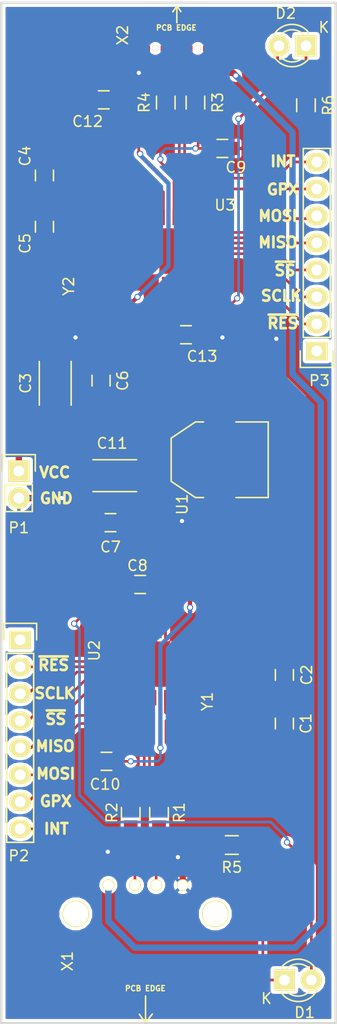
<source format=kicad_pcb>
(kicad_pcb (version 4) (host pcbnew 4.0.2+dfsg1-stable)

  (general
    (links 73)
    (no_connects 0)
    (area 52.376667 86.459 91.260334 188.219)
    (thickness 1.6)
    (drawings 20)
    (tracks 389)
    (zones 0)
    (modules 31)
    (nets 69)
  )

  (page A4)
  (layers
    (0 F.Cu signal)
    (31 B.Cu signal)
    (32 B.Adhes user)
    (33 F.Adhes user)
    (34 B.Paste user)
    (35 F.Paste user)
    (36 B.SilkS user)
    (37 F.SilkS user)
    (38 B.Mask user)
    (39 F.Mask user)
    (40 Dwgs.User user)
    (41 Cmts.User user)
    (42 Eco1.User user)
    (43 Eco2.User user)
    (44 Edge.Cuts user)
    (45 Margin user)
    (46 B.CrtYd user)
    (47 F.CrtYd user)
    (48 B.Fab user)
    (49 F.Fab user)
  )

  (setup
    (last_trace_width 0.25)
    (user_trace_width 0.4)
    (user_trace_width 0.6)
    (trace_clearance 0.2)
    (zone_clearance 0.3)
    (zone_45_only no)
    (trace_min 0.2)
    (segment_width 0.2)
    (edge_width 0.2)
    (via_size 0.6)
    (via_drill 0.4)
    (via_min_size 0.4)
    (via_min_drill 0.3)
    (uvia_size 0.3)
    (uvia_drill 0.1)
    (uvias_allowed no)
    (uvia_min_size 0.2)
    (uvia_min_drill 0.1)
    (pcb_text_width 0.3)
    (pcb_text_size 1.5 1.5)
    (mod_edge_width 0.15)
    (mod_text_size 1 1)
    (mod_text_width 0.15)
    (pad_size 1.524 1.524)
    (pad_drill 0.762)
    (pad_to_mask_clearance 0.2)
    (aux_axis_origin 0 0)
    (visible_elements FFFFFF7F)
    (pcbplotparams
      (layerselection 0x010f0_80000001)
      (usegerberextensions false)
      (excludeedgelayer true)
      (linewidth 0.100000)
      (plotframeref false)
      (viasonmask false)
      (mode 1)
      (useauxorigin false)
      (hpglpennumber 1)
      (hpglpenspeed 20)
      (hpglpendiameter 15)
      (hpglpenoverlay 2)
      (psnegative false)
      (psa4output false)
      (plotreference true)
      (plotvalue true)
      (plotinvisibletext false)
      (padsonsilk false)
      (subtractmaskfromsilk false)
      (outputformat 1)
      (mirror false)
      (drillshape 0)
      (scaleselection 1)
      (outputdirectory /home/xarlan/git/usbsniff/gerber/))
  )

  (net 0 "")
  (net 1 /XI_host)
  (net 2 GND)
  (net 3 /XO_host)
  (net 4 "Net-(C3-Pad1)")
  (net 5 /XI_device)
  (net 6 /XO_device)
  (net 7 /Vcc_3.3V)
  (net 8 /ed_VBCOMP)
  (net 9 "Net-(D1-Pad1)")
  (net 10 "Net-(D1-Pad2)")
  (net 11 "Net-(D2-Pad1)")
  (net 12 "Net-(D2-Pad2)")
  (net 13 "Net-(P2-Pad1)")
  (net 14 /RES_ehost)
  (net 15 "Net-(P2-Pad3)")
  (net 16 "Net-(P2-Pad4)")
  (net 17 "Net-(P2-Pad5)")
  (net 18 "Net-(P2-Pad6)")
  (net 19 "Net-(P2-Pad7)")
  (net 20 "Net-(P2-Pad8)")
  (net 21 "Net-(P3-Pad1)")
  (net 22 /RES_edevice)
  (net 23 "Net-(P3-Pad3)")
  (net 24 "Net-(P3-Pad4)")
  (net 25 "Net-(P3-Pad5)")
  (net 26 "Net-(P3-Pad6)")
  (net 27 "Net-(P3-Pad7)")
  (net 28 "Net-(P3-Pad8)")
  (net 29 /ehost_DP)
  (net 30 "Net-(R1-Pad2)")
  (net 31 /ehost_DM)
  (net 32 "Net-(R2-Pad2)")
  (net 33 "Net-(R3-Pad1)")
  (net 34 /edevice_DM)
  (net 35 "Net-(R4-Pad1)")
  (net 36 /edevice_DP)
  (net 37 "Net-(U2-Pad32)")
  (net 38 "Net-(U2-Pad31)")
  (net 39 "Net-(U2-Pad30)")
  (net 40 "Net-(U2-Pad29)")
  (net 41 "Net-(U2-Pad28)")
  (net 42 "Net-(U2-Pad27)")
  (net 43 "Net-(U2-Pad26)")
  (net 44 "Net-(U2-Pad1)")
  (net 45 "Net-(U2-Pad5)")
  (net 46 "Net-(U2-Pad6)")
  (net 47 "Net-(U2-Pad7)")
  (net 48 "Net-(U2-Pad8)")
  (net 49 "Net-(U2-Pad11)")
  (net 50 "Net-(U2-Pad10)")
  (net 51 "Net-(U2-Pad9)")
  (net 52 "Net-(U2-Pad22)")
  (net 53 "Net-(U3-Pad32)")
  (net 54 "Net-(U3-Pad31)")
  (net 55 "Net-(U3-Pad30)")
  (net 56 "Net-(U3-Pad29)")
  (net 57 "Net-(U3-Pad28)")
  (net 58 "Net-(U3-Pad27)")
  (net 59 "Net-(U3-Pad26)")
  (net 60 "Net-(U3-Pad1)")
  (net 61 "Net-(U3-Pad5)")
  (net 62 "Net-(U3-Pad6)")
  (net 63 "Net-(U3-Pad7)")
  (net 64 "Net-(U3-Pad8)")
  (net 65 "Net-(U3-Pad11)")
  (net 66 "Net-(U3-Pad10)")
  (net 67 "Net-(U3-Pad9)")
  (net 68 "Net-(X2-Pad4)")

  (net_class Default "This is the default net class."
    (clearance 0.2)
    (trace_width 0.25)
    (via_dia 0.6)
    (via_drill 0.4)
    (uvia_dia 0.3)
    (uvia_drill 0.1)
    (add_net /RES_edevice)
    (add_net /RES_ehost)
    (add_net /Vcc_3.3V)
    (add_net /XI_device)
    (add_net /XI_host)
    (add_net /XO_device)
    (add_net /XO_host)
    (add_net /ed_VBCOMP)
    (add_net /edevice_DM)
    (add_net /edevice_DP)
    (add_net /ehost_DM)
    (add_net /ehost_DP)
    (add_net GND)
    (add_net "Net-(C3-Pad1)")
    (add_net "Net-(D1-Pad1)")
    (add_net "Net-(D1-Pad2)")
    (add_net "Net-(D2-Pad1)")
    (add_net "Net-(D2-Pad2)")
    (add_net "Net-(P2-Pad1)")
    (add_net "Net-(P2-Pad3)")
    (add_net "Net-(P2-Pad4)")
    (add_net "Net-(P2-Pad5)")
    (add_net "Net-(P2-Pad6)")
    (add_net "Net-(P2-Pad7)")
    (add_net "Net-(P2-Pad8)")
    (add_net "Net-(P3-Pad1)")
    (add_net "Net-(P3-Pad3)")
    (add_net "Net-(P3-Pad4)")
    (add_net "Net-(P3-Pad5)")
    (add_net "Net-(P3-Pad6)")
    (add_net "Net-(P3-Pad7)")
    (add_net "Net-(P3-Pad8)")
    (add_net "Net-(R1-Pad2)")
    (add_net "Net-(R2-Pad2)")
    (add_net "Net-(R3-Pad1)")
    (add_net "Net-(R4-Pad1)")
    (add_net "Net-(U2-Pad1)")
    (add_net "Net-(U2-Pad10)")
    (add_net "Net-(U2-Pad11)")
    (add_net "Net-(U2-Pad22)")
    (add_net "Net-(U2-Pad26)")
    (add_net "Net-(U2-Pad27)")
    (add_net "Net-(U2-Pad28)")
    (add_net "Net-(U2-Pad29)")
    (add_net "Net-(U2-Pad30)")
    (add_net "Net-(U2-Pad31)")
    (add_net "Net-(U2-Pad32)")
    (add_net "Net-(U2-Pad5)")
    (add_net "Net-(U2-Pad6)")
    (add_net "Net-(U2-Pad7)")
    (add_net "Net-(U2-Pad8)")
    (add_net "Net-(U2-Pad9)")
    (add_net "Net-(U3-Pad1)")
    (add_net "Net-(U3-Pad10)")
    (add_net "Net-(U3-Pad11)")
    (add_net "Net-(U3-Pad26)")
    (add_net "Net-(U3-Pad27)")
    (add_net "Net-(U3-Pad28)")
    (add_net "Net-(U3-Pad29)")
    (add_net "Net-(U3-Pad30)")
    (add_net "Net-(U3-Pad31)")
    (add_net "Net-(U3-Pad32)")
    (add_net "Net-(U3-Pad5)")
    (add_net "Net-(U3-Pad6)")
    (add_net "Net-(U3-Pad7)")
    (add_net "Net-(U3-Pad8)")
    (add_net "Net-(U3-Pad9)")
    (add_net "Net-(X2-Pad4)")
  )

  (net_class Power ""
    (clearance 0.5)
    (trace_width 0.25)
    (via_dia 0.6)
    (via_drill 0.4)
    (uvia_dia 0.3)
    (uvia_drill 0.1)
  )

  (module Capacitors_SMD:C_0805 (layer F.Cu) (tedit 5AB26BBF) (tstamp 5AB26C41)
    (at 82.804 157.226 90)
    (descr "Capacitor SMD 0805, reflow soldering, AVX (see smccp.pdf)")
    (tags "capacitor 0805")
    (path /5AA55596)
    (attr smd)
    (fp_text reference C1 (at 0 2.032 90) (layer F.SilkS)
      (effects (font (size 1 1) (thickness 0.15)))
    )
    (fp_text value 20pF (at 0 2.1 90) (layer F.Fab) hide
      (effects (font (size 1 1) (thickness 0.15)))
    )
    (fp_line (start -1.8 -1) (end 1.8 -1) (layer F.CrtYd) (width 0.05))
    (fp_line (start -1.8 1) (end 1.8 1) (layer F.CrtYd) (width 0.05))
    (fp_line (start -1.8 -1) (end -1.8 1) (layer F.CrtYd) (width 0.05))
    (fp_line (start 1.8 -1) (end 1.8 1) (layer F.CrtYd) (width 0.05))
    (fp_line (start 0.5 -0.85) (end -0.5 -0.85) (layer F.SilkS) (width 0.15))
    (fp_line (start -0.5 0.85) (end 0.5 0.85) (layer F.SilkS) (width 0.15))
    (pad 1 smd rect (at -1 0 90) (size 1 1.25) (layers F.Cu F.Paste F.Mask)
      (net 1 /XI_host))
    (pad 2 smd rect (at 1 0 90) (size 1 1.25) (layers F.Cu F.Paste F.Mask)
      (net 2 GND))
    (model Capacitors_SMD.3dshapes/C_0805.wrl
      (at (xyz 0 0 0))
      (scale (xyz 1 1 1))
      (rotate (xyz 0 0 0))
    )
  )

  (module Capacitors_SMD:C_0805 (layer F.Cu) (tedit 5AB26BB8) (tstamp 5AB26C4D)
    (at 82.804 152.654 270)
    (descr "Capacitor SMD 0805, reflow soldering, AVX (see smccp.pdf)")
    (tags "capacitor 0805")
    (path /5AA555FF)
    (attr smd)
    (fp_text reference C2 (at 0 -2.1 270) (layer F.SilkS)
      (effects (font (size 1 1) (thickness 0.15)))
    )
    (fp_text value 20pF (at 0 2.1 270) (layer F.Fab) hide
      (effects (font (size 1 1) (thickness 0.15)))
    )
    (fp_line (start -1.8 -1) (end 1.8 -1) (layer F.CrtYd) (width 0.05))
    (fp_line (start -1.8 1) (end 1.8 1) (layer F.CrtYd) (width 0.05))
    (fp_line (start -1.8 -1) (end -1.8 1) (layer F.CrtYd) (width 0.05))
    (fp_line (start 1.8 -1) (end 1.8 1) (layer F.CrtYd) (width 0.05))
    (fp_line (start 0.5 -0.85) (end -0.5 -0.85) (layer F.SilkS) (width 0.15))
    (fp_line (start -0.5 0.85) (end 0.5 0.85) (layer F.SilkS) (width 0.15))
    (pad 1 smd rect (at -1 0 270) (size 1 1.25) (layers F.Cu F.Paste F.Mask)
      (net 3 /XO_host))
    (pad 2 smd rect (at 1 0 270) (size 1 1.25) (layers F.Cu F.Paste F.Mask)
      (net 2 GND))
    (model Capacitors_SMD.3dshapes/C_0805.wrl
      (at (xyz 0 0 0))
      (scale (xyz 1 1 1))
      (rotate (xyz 0 0 0))
    )
  )

  (module Capacitors_Tantalum_SMD:TantalC_SizeB_EIA-3528_Reflow (layer F.Cu) (tedit 5AB28D39) (tstamp 5AB26C59)
    (at 61.214 124.968 90)
    (descr "Tantal Cap. , Size B, EIA-3528, Reflow")
    (tags "Tantal Capacitor Size-B EIA-3528 Reflow")
    (path /5AA5691D)
    (attr smd)
    (fp_text reference C3 (at -0.254 -2.794 90) (layer F.SilkS)
      (effects (font (size 1 1) (thickness 0.15)))
    )
    (fp_text value 10uF (at 0 2.7 90) (layer F.Fab) hide
      (effects (font (size 1 1) (thickness 0.15)))
    )
    (fp_line (start 2.7 -1.8) (end -2.7 -1.8) (layer F.CrtYd) (width 0.05))
    (fp_line (start -2.7 -1.8) (end -2.7 1.8) (layer F.CrtYd) (width 0.05))
    (fp_line (start -2.7 1.8) (end 2.7 1.8) (layer F.CrtYd) (width 0.05))
    (fp_line (start 2.7 1.8) (end 2.7 -1.8) (layer F.CrtYd) (width 0.05))
    (fp_line (start 1.8 1.5) (end -2.3 1.5) (layer F.SilkS) (width 0.15))
    (fp_line (start 1.8 -1.5) (end -2.3 -1.5) (layer F.SilkS) (width 0.15))
    (pad 2 smd rect (at 1.46 0 90) (size 1.8 2.23) (layers F.Cu F.Paste F.Mask)
      (net 2 GND))
    (pad 1 smd rect (at -1.46 0 90) (size 1.8 2.23) (layers F.Cu F.Paste F.Mask)
      (net 4 "Net-(C3-Pad1)"))
    (model Capacitors_Tantalum_SMD.3dshapes/TantalC_SizeB_EIA-3528_Reflow.wrl
      (at (xyz 0 0 0))
      (scale (xyz 1 1 1))
      (rotate (xyz 0 0 180))
    )
  )

  (module Capacitors_SMD:C_0805 (layer F.Cu) (tedit 5AB27E5E) (tstamp 5AB26C65)
    (at 60.198 105.664 270)
    (descr "Capacitor SMD 0805, reflow soldering, AVX (see smccp.pdf)")
    (tags "capacitor 0805")
    (path /5AA55C8B)
    (attr smd)
    (fp_text reference C4 (at -1.8288 1.8288 270) (layer F.SilkS)
      (effects (font (size 1 1) (thickness 0.15)))
    )
    (fp_text value 20pF (at 0 2.1 270) (layer F.Fab) hide
      (effects (font (size 1 1) (thickness 0.15)))
    )
    (fp_line (start -1.8 -1) (end 1.8 -1) (layer F.CrtYd) (width 0.05))
    (fp_line (start -1.8 1) (end 1.8 1) (layer F.CrtYd) (width 0.05))
    (fp_line (start -1.8 -1) (end -1.8 1) (layer F.CrtYd) (width 0.05))
    (fp_line (start 1.8 -1) (end 1.8 1) (layer F.CrtYd) (width 0.05))
    (fp_line (start 0.5 -0.85) (end -0.5 -0.85) (layer F.SilkS) (width 0.15))
    (fp_line (start -0.5 0.85) (end 0.5 0.85) (layer F.SilkS) (width 0.15))
    (pad 1 smd rect (at -1 0 270) (size 1 1.25) (layers F.Cu F.Paste F.Mask)
      (net 5 /XI_device))
    (pad 2 smd rect (at 1 0 270) (size 1 1.25) (layers F.Cu F.Paste F.Mask)
      (net 2 GND))
    (model Capacitors_SMD.3dshapes/C_0805.wrl
      (at (xyz 0 0 0))
      (scale (xyz 1 1 1))
      (rotate (xyz 0 0 0))
    )
  )

  (module Capacitors_SMD:C_0805 (layer F.Cu) (tedit 5AB27E60) (tstamp 5AB26C71)
    (at 60.198 110.49 90)
    (descr "Capacitor SMD 0805, reflow soldering, AVX (see smccp.pdf)")
    (tags "capacitor 0805")
    (path /5AA55CE6)
    (attr smd)
    (fp_text reference C5 (at -1.5748 -1.8288 90) (layer F.SilkS)
      (effects (font (size 1 1) (thickness 0.15)))
    )
    (fp_text value 20pF (at 0 2.1 90) (layer F.Fab) hide
      (effects (font (size 1 1) (thickness 0.15)))
    )
    (fp_line (start -1.8 -1) (end 1.8 -1) (layer F.CrtYd) (width 0.05))
    (fp_line (start -1.8 1) (end 1.8 1) (layer F.CrtYd) (width 0.05))
    (fp_line (start -1.8 -1) (end -1.8 1) (layer F.CrtYd) (width 0.05))
    (fp_line (start 1.8 -1) (end 1.8 1) (layer F.CrtYd) (width 0.05))
    (fp_line (start 0.5 -0.85) (end -0.5 -0.85) (layer F.SilkS) (width 0.15))
    (fp_line (start -0.5 0.85) (end 0.5 0.85) (layer F.SilkS) (width 0.15))
    (pad 1 smd rect (at -1 0 90) (size 1 1.25) (layers F.Cu F.Paste F.Mask)
      (net 6 /XO_device))
    (pad 2 smd rect (at 1 0 90) (size 1 1.25) (layers F.Cu F.Paste F.Mask)
      (net 2 GND))
    (model Capacitors_SMD.3dshapes/C_0805.wrl
      (at (xyz 0 0 0))
      (scale (xyz 1 1 1))
      (rotate (xyz 0 0 0))
    )
  )

  (module Capacitors_SMD:C_0805 (layer F.Cu) (tedit 5AB28D3B) (tstamp 5AB26C7D)
    (at 65.532 124.968 90)
    (descr "Capacitor SMD 0805, reflow soldering, AVX (see smccp.pdf)")
    (tags "capacitor 0805")
    (path /5AA56C53)
    (attr smd)
    (fp_text reference C6 (at 0 2.032 90) (layer F.SilkS)
      (effects (font (size 1 1) (thickness 0.15)))
    )
    (fp_text value 0.1uF (at 0 2.1 90) (layer F.Fab) hide
      (effects (font (size 1 1) (thickness 0.15)))
    )
    (fp_line (start -1.8 -1) (end 1.8 -1) (layer F.CrtYd) (width 0.05))
    (fp_line (start -1.8 1) (end 1.8 1) (layer F.CrtYd) (width 0.05))
    (fp_line (start -1.8 -1) (end -1.8 1) (layer F.CrtYd) (width 0.05))
    (fp_line (start 1.8 -1) (end 1.8 1) (layer F.CrtYd) (width 0.05))
    (fp_line (start 0.5 -0.85) (end -0.5 -0.85) (layer F.SilkS) (width 0.15))
    (fp_line (start -0.5 0.85) (end 0.5 0.85) (layer F.SilkS) (width 0.15))
    (pad 1 smd rect (at -1 0 90) (size 1 1.25) (layers F.Cu F.Paste F.Mask)
      (net 4 "Net-(C3-Pad1)"))
    (pad 2 smd rect (at 1 0 90) (size 1 1.25) (layers F.Cu F.Paste F.Mask)
      (net 2 GND))
    (model Capacitors_SMD.3dshapes/C_0805.wrl
      (at (xyz 0 0 0))
      (scale (xyz 1 1 1))
      (rotate (xyz 0 0 0))
    )
  )

  (module Capacitors_SMD:C_0805 (layer F.Cu) (tedit 5AB28DC5) (tstamp 5AB26C89)
    (at 66.421 138.3284 180)
    (descr "Capacitor SMD 0805, reflow soldering, AVX (see smccp.pdf)")
    (tags "capacitor 0805")
    (path /5AA56C9A)
    (attr smd)
    (fp_text reference C7 (at 0 -2.286 180) (layer F.SilkS)
      (effects (font (size 1 1) (thickness 0.15)))
    )
    (fp_text value 0.1uF (at 0 2.1 180) (layer F.Fab) hide
      (effects (font (size 1 1) (thickness 0.15)))
    )
    (fp_line (start -1.8 -1) (end 1.8 -1) (layer F.CrtYd) (width 0.05))
    (fp_line (start -1.8 1) (end 1.8 1) (layer F.CrtYd) (width 0.05))
    (fp_line (start -1.8 -1) (end -1.8 1) (layer F.CrtYd) (width 0.05))
    (fp_line (start 1.8 -1) (end 1.8 1) (layer F.CrtYd) (width 0.05))
    (fp_line (start 0.5 -0.85) (end -0.5 -0.85) (layer F.SilkS) (width 0.15))
    (fp_line (start -0.5 0.85) (end 0.5 0.85) (layer F.SilkS) (width 0.15))
    (pad 1 smd rect (at -1 0 180) (size 1 1.25) (layers F.Cu F.Paste F.Mask)
      (net 7 /Vcc_3.3V))
    (pad 2 smd rect (at 1 0 180) (size 1 1.25) (layers F.Cu F.Paste F.Mask)
      (net 2 GND))
    (model Capacitors_SMD.3dshapes/C_0805.wrl
      (at (xyz 0 0 0))
      (scale (xyz 1 1 1))
      (rotate (xyz 0 0 0))
    )
  )

  (module Capacitors_SMD:C_0805 (layer F.Cu) (tedit 5AB27C92) (tstamp 5AB26C95)
    (at 69.215 144.145 180)
    (descr "Capacitor SMD 0805, reflow soldering, AVX (see smccp.pdf)")
    (tags "capacitor 0805")
    (path /5AB26206)
    (attr smd)
    (fp_text reference C8 (at 0.254 1.778 180) (layer F.SilkS)
      (effects (font (size 1 1) (thickness 0.15)))
    )
    (fp_text value 0.1uF (at 0 2.1 180) (layer F.Fab) hide
      (effects (font (size 1 1) (thickness 0.15)))
    )
    (fp_line (start -1.8 -1) (end 1.8 -1) (layer F.CrtYd) (width 0.05))
    (fp_line (start -1.8 1) (end 1.8 1) (layer F.CrtYd) (width 0.05))
    (fp_line (start -1.8 -1) (end -1.8 1) (layer F.CrtYd) (width 0.05))
    (fp_line (start 1.8 -1) (end 1.8 1) (layer F.CrtYd) (width 0.05))
    (fp_line (start 0.5 -0.85) (end -0.5 -0.85) (layer F.SilkS) (width 0.15))
    (fp_line (start -0.5 0.85) (end 0.5 0.85) (layer F.SilkS) (width 0.15))
    (pad 1 smd rect (at -1 0 180) (size 1 1.25) (layers F.Cu F.Paste F.Mask)
      (net 7 /Vcc_3.3V))
    (pad 2 smd rect (at 1 0 180) (size 1 1.25) (layers F.Cu F.Paste F.Mask)
      (net 2 GND))
    (model Capacitors_SMD.3dshapes/C_0805.wrl
      (at (xyz 0 0 0))
      (scale (xyz 1 1 1))
      (rotate (xyz 0 0 0))
    )
  )

  (module Capacitors_SMD:C_0805 (layer F.Cu) (tedit 5AB27FD7) (tstamp 5AB26CA1)
    (at 76.962 103.124)
    (descr "Capacitor SMD 0805, reflow soldering, AVX (see smccp.pdf)")
    (tags "capacitor 0805")
    (path /5AA5A05B)
    (attr smd)
    (fp_text reference C9 (at 1.27 1.778) (layer F.SilkS)
      (effects (font (size 1 1) (thickness 0.15)))
    )
    (fp_text value 1uF (at 0 2.1) (layer F.Fab) hide
      (effects (font (size 1 1) (thickness 0.15)))
    )
    (fp_line (start -1.8 -1) (end 1.8 -1) (layer F.CrtYd) (width 0.05))
    (fp_line (start -1.8 1) (end 1.8 1) (layer F.CrtYd) (width 0.05))
    (fp_line (start -1.8 -1) (end -1.8 1) (layer F.CrtYd) (width 0.05))
    (fp_line (start 1.8 -1) (end 1.8 1) (layer F.CrtYd) (width 0.05))
    (fp_line (start 0.5 -0.85) (end -0.5 -0.85) (layer F.SilkS) (width 0.15))
    (fp_line (start -0.5 0.85) (end 0.5 0.85) (layer F.SilkS) (width 0.15))
    (pad 1 smd rect (at -1 0) (size 1 1.25) (layers F.Cu F.Paste F.Mask)
      (net 8 /ed_VBCOMP))
    (pad 2 smd rect (at 1 0) (size 1 1.25) (layers F.Cu F.Paste F.Mask)
      (net 2 GND))
    (model Capacitors_SMD.3dshapes/C_0805.wrl
      (at (xyz 0 0 0))
      (scale (xyz 1 1 1))
      (rotate (xyz 0 0 0))
    )
  )

  (module Capacitors_SMD:C_0805 (layer F.Cu) (tedit 5AB27536) (tstamp 5AB26CAD)
    (at 66.04 160.782)
    (descr "Capacitor SMD 0805, reflow soldering, AVX (see smccp.pdf)")
    (tags "capacitor 0805")
    (path /5AB294CD)
    (attr smd)
    (fp_text reference C10 (at -0.127 2.159) (layer F.SilkS)
      (effects (font (size 1 1) (thickness 0.15)))
    )
    (fp_text value 1uF (at 0 2.1) (layer F.Fab) hide
      (effects (font (size 1 1) (thickness 0.15)))
    )
    (fp_line (start -1.8 -1) (end 1.8 -1) (layer F.CrtYd) (width 0.05))
    (fp_line (start -1.8 1) (end 1.8 1) (layer F.CrtYd) (width 0.05))
    (fp_line (start -1.8 -1) (end -1.8 1) (layer F.CrtYd) (width 0.05))
    (fp_line (start 1.8 -1) (end 1.8 1) (layer F.CrtYd) (width 0.05))
    (fp_line (start 0.5 -0.85) (end -0.5 -0.85) (layer F.SilkS) (width 0.15))
    (fp_line (start -0.5 0.85) (end 0.5 0.85) (layer F.SilkS) (width 0.15))
    (pad 1 smd rect (at -1 0) (size 1 1.25) (layers F.Cu F.Paste F.Mask)
      (net 2 GND))
    (pad 2 smd rect (at 1 0) (size 1 1.25) (layers F.Cu F.Paste F.Mask)
      (net 7 /Vcc_3.3V))
    (model Capacitors_SMD.3dshapes/C_0805.wrl
      (at (xyz 0 0 0))
      (scale (xyz 1 1 1))
      (rotate (xyz 0 0 0))
    )
  )

  (module Capacitors_Tantalum_SMD:TantalC_SizeB_EIA-3528_Reflow (layer F.Cu) (tedit 5AB28DC7) (tstamp 5AB26CB9)
    (at 66.5734 133.9088 180)
    (descr "Tantal Cap. , Size B, EIA-3528, Reflow")
    (tags "Tantal Capacitor Size-B EIA-3528 Reflow")
    (path /5AB2E074)
    (attr smd)
    (fp_text reference C11 (at 0 3.048 180) (layer F.SilkS)
      (effects (font (size 1 1) (thickness 0.15)))
    )
    (fp_text value 10uF (at 0 2.7 180) (layer F.Fab) hide
      (effects (font (size 1 1) (thickness 0.15)))
    )
    (fp_line (start 2.7 -1.8) (end -2.7 -1.8) (layer F.CrtYd) (width 0.05))
    (fp_line (start -2.7 -1.8) (end -2.7 1.8) (layer F.CrtYd) (width 0.05))
    (fp_line (start -2.7 1.8) (end 2.7 1.8) (layer F.CrtYd) (width 0.05))
    (fp_line (start 2.7 1.8) (end 2.7 -1.8) (layer F.CrtYd) (width 0.05))
    (fp_line (start 1.8 1.5) (end -2.3 1.5) (layer F.SilkS) (width 0.15))
    (fp_line (start 1.8 -1.5) (end -2.3 -1.5) (layer F.SilkS) (width 0.15))
    (pad 2 smd rect (at 1.46 0 180) (size 1.8 2.23) (layers F.Cu F.Paste F.Mask)
      (net 2 GND))
    (pad 1 smd rect (at -1.46 0 180) (size 1.8 2.23) (layers F.Cu F.Paste F.Mask)
      (net 7 /Vcc_3.3V))
    (model Capacitors_Tantalum_SMD.3dshapes/TantalC_SizeB_EIA-3528_Reflow.wrl
      (at (xyz 0 0 0))
      (scale (xyz 1 1 1))
      (rotate (xyz 0 0 180))
    )
  )

  (module Capacitors_SMD:C_0805 (layer F.Cu) (tedit 5AB286C4) (tstamp 5AB26CC5)
    (at 65.786 98.552)
    (descr "Capacitor SMD 0805, reflow soldering, AVX (see smccp.pdf)")
    (tags "capacitor 0805")
    (path /5AB2CB45)
    (attr smd)
    (fp_text reference C12 (at -1.524 2.032) (layer F.SilkS)
      (effects (font (size 1 1) (thickness 0.15)))
    )
    (fp_text value 1uF (at 0 2.1) (layer F.Fab) hide
      (effects (font (size 1 1) (thickness 0.15)))
    )
    (fp_line (start -1.8 -1) (end 1.8 -1) (layer F.CrtYd) (width 0.05))
    (fp_line (start -1.8 1) (end 1.8 1) (layer F.CrtYd) (width 0.05))
    (fp_line (start -1.8 -1) (end -1.8 1) (layer F.CrtYd) (width 0.05))
    (fp_line (start 1.8 -1) (end 1.8 1) (layer F.CrtYd) (width 0.05))
    (fp_line (start 0.5 -0.85) (end -0.5 -0.85) (layer F.SilkS) (width 0.15))
    (fp_line (start -0.5 0.85) (end 0.5 0.85) (layer F.SilkS) (width 0.15))
    (pad 1 smd rect (at -1 0) (size 1 1.25) (layers F.Cu F.Paste F.Mask)
      (net 2 GND))
    (pad 2 smd rect (at 1 0) (size 1 1.25) (layers F.Cu F.Paste F.Mask)
      (net 7 /Vcc_3.3V))
    (model Capacitors_SMD.3dshapes/C_0805.wrl
      (at (xyz 0 0 0))
      (scale (xyz 1 1 1))
      (rotate (xyz 0 0 0))
    )
  )

  (module Capacitors_SMD:C_0805 (layer F.Cu) (tedit 5AB2986D) (tstamp 5AB26CD1)
    (at 73.533 120.65)
    (descr "Capacitor SMD 0805, reflow soldering, AVX (see smccp.pdf)")
    (tags "capacitor 0805")
    (path /5AB26BEA)
    (attr smd)
    (fp_text reference C13 (at 1.524 2.032) (layer F.SilkS)
      (effects (font (size 1 1) (thickness 0.15)))
    )
    (fp_text value 0.1uF (at 0 2.1) (layer F.Fab) hide
      (effects (font (size 1 1) (thickness 0.15)))
    )
    (fp_line (start -1.8 -1) (end 1.8 -1) (layer F.CrtYd) (width 0.05))
    (fp_line (start -1.8 1) (end 1.8 1) (layer F.CrtYd) (width 0.05))
    (fp_line (start -1.8 -1) (end -1.8 1) (layer F.CrtYd) (width 0.05))
    (fp_line (start 1.8 -1) (end 1.8 1) (layer F.CrtYd) (width 0.05))
    (fp_line (start 0.5 -0.85) (end -0.5 -0.85) (layer F.SilkS) (width 0.15))
    (fp_line (start -0.5 0.85) (end 0.5 0.85) (layer F.SilkS) (width 0.15))
    (pad 1 smd rect (at -1 0) (size 1 1.25) (layers F.Cu F.Paste F.Mask)
      (net 7 /Vcc_3.3V))
    (pad 2 smd rect (at 1 0) (size 1 1.25) (layers F.Cu F.Paste F.Mask)
      (net 2 GND))
    (model Capacitors_SMD.3dshapes/C_0805.wrl
      (at (xyz 0 0 0))
      (scale (xyz 1 1 1))
      (rotate (xyz 0 0 0))
    )
  )

  (module LEDs:LED-3MM (layer F.Cu) (tedit 5AB277F5) (tstamp 5AB26CE2)
    (at 82.804 181.356)
    (descr "LED 3mm round vertical")
    (tags "LED  3mm round vertical")
    (path /5AB27803)
    (fp_text reference D1 (at 1.91 3.06) (layer F.SilkS)
      (effects (font (size 1 1) (thickness 0.15)))
    )
    (fp_text value LED (at 1.3 -2.9) (layer F.Fab) hide
      (effects (font (size 1 1) (thickness 0.15)))
    )
    (fp_line (start -1.2 2.3) (end 3.8 2.3) (layer F.CrtYd) (width 0.05))
    (fp_line (start 3.8 2.3) (end 3.8 -2.2) (layer F.CrtYd) (width 0.05))
    (fp_line (start 3.8 -2.2) (end -1.2 -2.2) (layer F.CrtYd) (width 0.05))
    (fp_line (start -1.2 -2.2) (end -1.2 2.3) (layer F.CrtYd) (width 0.05))
    (fp_line (start -0.199 1.314) (end -0.199 1.114) (layer F.SilkS) (width 0.15))
    (fp_line (start -0.199 -1.28) (end -0.199 -1.1) (layer F.SilkS) (width 0.15))
    (fp_arc (start 1.301 0.034) (end -0.199 -1.286) (angle 108.5) (layer F.SilkS) (width 0.15))
    (fp_arc (start 1.301 0.034) (end 0.25 -1.1) (angle 85.7) (layer F.SilkS) (width 0.15))
    (fp_arc (start 1.311 0.034) (end 3.051 0.994) (angle 110) (layer F.SilkS) (width 0.15))
    (fp_arc (start 1.301 0.034) (end 2.335 1.094) (angle 87.5) (layer F.SilkS) (width 0.15))
    (fp_text user K (at -1.69 1.74) (layer F.SilkS)
      (effects (font (size 1 1) (thickness 0.15)))
    )
    (pad 1 thru_hole rect (at 0 0 90) (size 2 2) (drill 1.00076) (layers *.Cu *.Mask F.SilkS)
      (net 9 "Net-(D1-Pad1)"))
    (pad 2 thru_hole circle (at 2.54 0) (size 2 2) (drill 1.00076) (layers *.Cu *.Mask F.SilkS)
      (net 10 "Net-(D1-Pad2)"))
    (model LEDs.3dshapes/LED-3MM.wrl
      (at (xyz 0.05 0 0))
      (scale (xyz 1 1 1))
      (rotate (xyz 0 0 90))
    )
  )

  (module LEDs:LED-3MM (layer F.Cu) (tedit 5AB295FC) (tstamp 5AB26CF3)
    (at 84.836 93.472 180)
    (descr "LED 3mm round vertical")
    (tags "LED  3mm round vertical")
    (path /5AB23855)
    (fp_text reference D2 (at 1.91 3.06 180) (layer F.SilkS)
      (effects (font (size 1 1) (thickness 0.15)))
    )
    (fp_text value LED (at 1.3 -2.9 180) (layer F.Fab) hide
      (effects (font (size 1 1) (thickness 0.15)))
    )
    (fp_line (start -1.2 2.3) (end 3.8 2.3) (layer F.CrtYd) (width 0.05))
    (fp_line (start 3.8 2.3) (end 3.8 -2.2) (layer F.CrtYd) (width 0.05))
    (fp_line (start 3.8 -2.2) (end -1.2 -2.2) (layer F.CrtYd) (width 0.05))
    (fp_line (start -1.2 -2.2) (end -1.2 2.3) (layer F.CrtYd) (width 0.05))
    (fp_line (start -0.199 1.314) (end -0.199 1.114) (layer F.SilkS) (width 0.15))
    (fp_line (start -0.199 -1.28) (end -0.199 -1.1) (layer F.SilkS) (width 0.15))
    (fp_arc (start 1.301 0.034) (end -0.199 -1.286) (angle 108.5) (layer F.SilkS) (width 0.15))
    (fp_arc (start 1.301 0.034) (end 0.25 -1.1) (angle 85.7) (layer F.SilkS) (width 0.15))
    (fp_arc (start 1.311 0.034) (end 3.051 0.994) (angle 110) (layer F.SilkS) (width 0.15))
    (fp_arc (start 1.301 0.034) (end 2.335 1.094) (angle 87.5) (layer F.SilkS) (width 0.15))
    (fp_text user K (at -1.69 1.74 180) (layer F.SilkS)
      (effects (font (size 1 1) (thickness 0.15)))
    )
    (pad 1 thru_hole rect (at 0 0 270) (size 2 2) (drill 1.00076) (layers *.Cu *.Mask F.SilkS)
      (net 11 "Net-(D2-Pad1)"))
    (pad 2 thru_hole circle (at 2.54 0 180) (size 2 2) (drill 1.00076) (layers *.Cu *.Mask F.SilkS)
      (net 12 "Net-(D2-Pad2)"))
    (model LEDs.3dshapes/LED-3MM.wrl
      (at (xyz 0.05 0 0))
      (scale (xyz 1 1 1))
      (rotate (xyz 0 0 90))
    )
  )

  (module Pin_Headers:Pin_Header_Straight_1x02 (layer F.Cu) (tedit 5AB26BEC) (tstamp 5AB26D04)
    (at 57.785 133.477)
    (descr "Through hole pin header")
    (tags "pin header")
    (path /5AA56301)
    (fp_text reference P1 (at 0 5.334) (layer F.SilkS)
      (effects (font (size 1 1) (thickness 0.15)))
    )
    (fp_text value CONN_01X02 (at 0 -3.1) (layer F.Fab) hide
      (effects (font (size 1 1) (thickness 0.15)))
    )
    (fp_line (start 1.27 1.27) (end 1.27 3.81) (layer F.SilkS) (width 0.15))
    (fp_line (start 1.55 -1.55) (end 1.55 0) (layer F.SilkS) (width 0.15))
    (fp_line (start -1.75 -1.75) (end -1.75 4.3) (layer F.CrtYd) (width 0.05))
    (fp_line (start 1.75 -1.75) (end 1.75 4.3) (layer F.CrtYd) (width 0.05))
    (fp_line (start -1.75 -1.75) (end 1.75 -1.75) (layer F.CrtYd) (width 0.05))
    (fp_line (start -1.75 4.3) (end 1.75 4.3) (layer F.CrtYd) (width 0.05))
    (fp_line (start 1.27 1.27) (end -1.27 1.27) (layer F.SilkS) (width 0.15))
    (fp_line (start -1.55 0) (end -1.55 -1.55) (layer F.SilkS) (width 0.15))
    (fp_line (start -1.55 -1.55) (end 1.55 -1.55) (layer F.SilkS) (width 0.15))
    (fp_line (start -1.27 1.27) (end -1.27 3.81) (layer F.SilkS) (width 0.15))
    (fp_line (start -1.27 3.81) (end 1.27 3.81) (layer F.SilkS) (width 0.15))
    (pad 1 thru_hole rect (at 0 0) (size 2.032 2.032) (drill 1.016) (layers *.Cu *.Mask F.SilkS)
      (net 4 "Net-(C3-Pad1)"))
    (pad 2 thru_hole oval (at 0 2.54) (size 2.032 2.032) (drill 1.016) (layers *.Cu *.Mask F.SilkS)
      (net 2 GND))
    (model Pin_Headers.3dshapes/Pin_Header_Straight_1x02.wrl
      (at (xyz 0 -0.05 0))
      (scale (xyz 1 1 1))
      (rotate (xyz 0 0 90))
    )
  )

  (module Pin_Headers:Pin_Header_Straight_1x08 (layer F.Cu) (tedit 5AB278DD) (tstamp 5AB26D1B)
    (at 57.912 149.352)
    (descr "Through hole pin header")
    (tags "pin header")
    (path /5AA5A5CB)
    (fp_text reference P2 (at -0.127 20.32) (layer F.SilkS)
      (effects (font (size 1 1) (thickness 0.15)))
    )
    (fp_text value CONN_01X08 (at 0 -3.1) (layer F.Fab) hide
      (effects (font (size 1 1) (thickness 0.15)))
    )
    (fp_line (start -1.75 -1.75) (end -1.75 19.55) (layer F.CrtYd) (width 0.05))
    (fp_line (start 1.75 -1.75) (end 1.75 19.55) (layer F.CrtYd) (width 0.05))
    (fp_line (start -1.75 -1.75) (end 1.75 -1.75) (layer F.CrtYd) (width 0.05))
    (fp_line (start -1.75 19.55) (end 1.75 19.55) (layer F.CrtYd) (width 0.05))
    (fp_line (start 1.27 1.27) (end 1.27 19.05) (layer F.SilkS) (width 0.15))
    (fp_line (start 1.27 19.05) (end -1.27 19.05) (layer F.SilkS) (width 0.15))
    (fp_line (start -1.27 19.05) (end -1.27 1.27) (layer F.SilkS) (width 0.15))
    (fp_line (start 1.55 -1.55) (end 1.55 0) (layer F.SilkS) (width 0.15))
    (fp_line (start 1.27 1.27) (end -1.27 1.27) (layer F.SilkS) (width 0.15))
    (fp_line (start -1.55 0) (end -1.55 -1.55) (layer F.SilkS) (width 0.15))
    (fp_line (start -1.55 -1.55) (end 1.55 -1.55) (layer F.SilkS) (width 0.15))
    (pad 1 thru_hole rect (at 0 0) (size 2.032 1.7272) (drill 1.016) (layers *.Cu *.Mask F.SilkS)
      (net 13 "Net-(P2-Pad1)"))
    (pad 2 thru_hole oval (at 0 2.54) (size 2.032 1.7272) (drill 1.016) (layers *.Cu *.Mask F.SilkS)
      (net 14 /RES_ehost))
    (pad 3 thru_hole oval (at 0 5.08) (size 2.032 1.7272) (drill 1.016) (layers *.Cu *.Mask F.SilkS)
      (net 15 "Net-(P2-Pad3)"))
    (pad 4 thru_hole oval (at 0 7.62) (size 2.032 1.7272) (drill 1.016) (layers *.Cu *.Mask F.SilkS)
      (net 16 "Net-(P2-Pad4)"))
    (pad 5 thru_hole oval (at 0 10.16) (size 2.032 1.7272) (drill 1.016) (layers *.Cu *.Mask F.SilkS)
      (net 17 "Net-(P2-Pad5)"))
    (pad 6 thru_hole oval (at 0 12.7) (size 2.032 1.7272) (drill 1.016) (layers *.Cu *.Mask F.SilkS)
      (net 18 "Net-(P2-Pad6)"))
    (pad 7 thru_hole oval (at 0 15.24) (size 2.032 1.7272) (drill 1.016) (layers *.Cu *.Mask F.SilkS)
      (net 19 "Net-(P2-Pad7)"))
    (pad 8 thru_hole oval (at 0 17.78) (size 2.032 1.7272) (drill 1.016) (layers *.Cu *.Mask F.SilkS)
      (net 20 "Net-(P2-Pad8)"))
    (model Pin_Headers.3dshapes/Pin_Header_Straight_1x08.wrl
      (at (xyz 0 -0.35 0))
      (scale (xyz 1 1 1))
      (rotate (xyz 0 0 90))
    )
  )

  (module Pin_Headers:Pin_Header_Straight_1x08 (layer F.Cu) (tedit 5AB28504) (tstamp 5AB26D32)
    (at 85.852 122.174 180)
    (descr "Through hole pin header")
    (tags "pin header")
    (path /5AA5A6D4)
    (fp_text reference P3 (at -0.254 -2.794 180) (layer F.SilkS)
      (effects (font (size 1 1) (thickness 0.15)))
    )
    (fp_text value CONN_01X08 (at 0 -3.1 180) (layer F.Fab) hide
      (effects (font (size 1 1) (thickness 0.15)))
    )
    (fp_line (start -1.75 -1.75) (end -1.75 19.55) (layer F.CrtYd) (width 0.05))
    (fp_line (start 1.75 -1.75) (end 1.75 19.55) (layer F.CrtYd) (width 0.05))
    (fp_line (start -1.75 -1.75) (end 1.75 -1.75) (layer F.CrtYd) (width 0.05))
    (fp_line (start -1.75 19.55) (end 1.75 19.55) (layer F.CrtYd) (width 0.05))
    (fp_line (start 1.27 1.27) (end 1.27 19.05) (layer F.SilkS) (width 0.15))
    (fp_line (start 1.27 19.05) (end -1.27 19.05) (layer F.SilkS) (width 0.15))
    (fp_line (start -1.27 19.05) (end -1.27 1.27) (layer F.SilkS) (width 0.15))
    (fp_line (start 1.55 -1.55) (end 1.55 0) (layer F.SilkS) (width 0.15))
    (fp_line (start 1.27 1.27) (end -1.27 1.27) (layer F.SilkS) (width 0.15))
    (fp_line (start -1.55 0) (end -1.55 -1.55) (layer F.SilkS) (width 0.15))
    (fp_line (start -1.55 -1.55) (end 1.55 -1.55) (layer F.SilkS) (width 0.15))
    (pad 1 thru_hole rect (at 0 0 180) (size 2.032 1.7272) (drill 1.016) (layers *.Cu *.Mask F.SilkS)
      (net 21 "Net-(P3-Pad1)"))
    (pad 2 thru_hole oval (at 0 2.54 180) (size 2.032 1.7272) (drill 1.016) (layers *.Cu *.Mask F.SilkS)
      (net 22 /RES_edevice))
    (pad 3 thru_hole oval (at 0 5.08 180) (size 2.032 1.7272) (drill 1.016) (layers *.Cu *.Mask F.SilkS)
      (net 23 "Net-(P3-Pad3)"))
    (pad 4 thru_hole oval (at 0 7.62 180) (size 2.032 1.7272) (drill 1.016) (layers *.Cu *.Mask F.SilkS)
      (net 24 "Net-(P3-Pad4)"))
    (pad 5 thru_hole oval (at 0 10.16 180) (size 2.032 1.7272) (drill 1.016) (layers *.Cu *.Mask F.SilkS)
      (net 25 "Net-(P3-Pad5)"))
    (pad 6 thru_hole oval (at 0 12.7 180) (size 2.032 1.7272) (drill 1.016) (layers *.Cu *.Mask F.SilkS)
      (net 26 "Net-(P3-Pad6)"))
    (pad 7 thru_hole oval (at 0 15.24 180) (size 2.032 1.7272) (drill 1.016) (layers *.Cu *.Mask F.SilkS)
      (net 27 "Net-(P3-Pad7)"))
    (pad 8 thru_hole oval (at 0 17.78 180) (size 2.032 1.7272) (drill 1.016) (layers *.Cu *.Mask F.SilkS)
      (net 28 "Net-(P3-Pad8)"))
    (model Pin_Headers.3dshapes/Pin_Header_Straight_1x08.wrl
      (at (xyz 0 -0.35 0))
      (scale (xyz 1 1 1))
      (rotate (xyz 0 0 90))
    )
  )

  (module Resistors_SMD:R_0805 (layer F.Cu) (tedit 5AB26E26) (tstamp 5AB26D3E)
    (at 70.993 165.735 270)
    (descr "Resistor SMD 0805, reflow soldering, Vishay (see dcrcw.pdf)")
    (tags "resistor 0805")
    (path /5AA57E77)
    (attr smd)
    (fp_text reference R1 (at -0.127 -1.905 270) (layer F.SilkS)
      (effects (font (size 1 1) (thickness 0.15)))
    )
    (fp_text value "33 Ohm" (at 0 2.1 270) (layer F.Fab) hide
      (effects (font (size 1 1) (thickness 0.15)))
    )
    (fp_line (start -1.6 -1) (end 1.6 -1) (layer F.CrtYd) (width 0.05))
    (fp_line (start -1.6 1) (end 1.6 1) (layer F.CrtYd) (width 0.05))
    (fp_line (start -1.6 -1) (end -1.6 1) (layer F.CrtYd) (width 0.05))
    (fp_line (start 1.6 -1) (end 1.6 1) (layer F.CrtYd) (width 0.05))
    (fp_line (start 0.6 0.875) (end -0.6 0.875) (layer F.SilkS) (width 0.15))
    (fp_line (start -0.6 -0.875) (end 0.6 -0.875) (layer F.SilkS) (width 0.15))
    (pad 1 smd rect (at -0.95 0 270) (size 0.7 1.3) (layers F.Cu F.Paste F.Mask)
      (net 29 /ehost_DP))
    (pad 2 smd rect (at 0.95 0 270) (size 0.7 1.3) (layers F.Cu F.Paste F.Mask)
      (net 30 "Net-(R1-Pad2)"))
    (model Resistors_SMD.3dshapes/R_0805.wrl
      (at (xyz 0 0 0))
      (scale (xyz 1 1 1))
      (rotate (xyz 0 0 0))
    )
  )

  (module Resistors_SMD:R_0805 (layer F.Cu) (tedit 5AB26E1E) (tstamp 5AB26D4A)
    (at 68.326 165.735 270)
    (descr "Resistor SMD 0805, reflow soldering, Vishay (see dcrcw.pdf)")
    (tags "resistor 0805")
    (path /5AA5764F)
    (attr smd)
    (fp_text reference R2 (at -0.127 1.778 270) (layer F.SilkS)
      (effects (font (size 1 1) (thickness 0.15)))
    )
    (fp_text value "33 Ohm" (at 0 2.1 270) (layer F.Fab) hide
      (effects (font (size 1 1) (thickness 0.15)))
    )
    (fp_line (start -1.6 -1) (end 1.6 -1) (layer F.CrtYd) (width 0.05))
    (fp_line (start -1.6 1) (end 1.6 1) (layer F.CrtYd) (width 0.05))
    (fp_line (start -1.6 -1) (end -1.6 1) (layer F.CrtYd) (width 0.05))
    (fp_line (start 1.6 -1) (end 1.6 1) (layer F.CrtYd) (width 0.05))
    (fp_line (start 0.6 0.875) (end -0.6 0.875) (layer F.SilkS) (width 0.15))
    (fp_line (start -0.6 -0.875) (end 0.6 -0.875) (layer F.SilkS) (width 0.15))
    (pad 1 smd rect (at -0.95 0 270) (size 0.7 1.3) (layers F.Cu F.Paste F.Mask)
      (net 31 /ehost_DM))
    (pad 2 smd rect (at 0.95 0 270) (size 0.7 1.3) (layers F.Cu F.Paste F.Mask)
      (net 32 "Net-(R2-Pad2)"))
    (model Resistors_SMD.3dshapes/R_0805.wrl
      (at (xyz 0 0 0))
      (scale (xyz 1 1 1))
      (rotate (xyz 0 0 0))
    )
  )

  (module Resistors_SMD:R_0805 (layer F.Cu) (tedit 5AB26C90) (tstamp 5AB26D56)
    (at 74.422 98.806 270)
    (descr "Resistor SMD 0805, reflow soldering, Vishay (see dcrcw.pdf)")
    (tags "resistor 0805")
    (path /5AA5892E)
    (attr smd)
    (fp_text reference R3 (at 0 -2.1 270) (layer F.SilkS)
      (effects (font (size 1 1) (thickness 0.15)))
    )
    (fp_text value "33 Ohm" (at 0 2.1 270) (layer F.Fab) hide
      (effects (font (size 1 1) (thickness 0.15)))
    )
    (fp_line (start -1.6 -1) (end 1.6 -1) (layer F.CrtYd) (width 0.05))
    (fp_line (start -1.6 1) (end 1.6 1) (layer F.CrtYd) (width 0.05))
    (fp_line (start -1.6 -1) (end -1.6 1) (layer F.CrtYd) (width 0.05))
    (fp_line (start 1.6 -1) (end 1.6 1) (layer F.CrtYd) (width 0.05))
    (fp_line (start 0.6 0.875) (end -0.6 0.875) (layer F.SilkS) (width 0.15))
    (fp_line (start -0.6 -0.875) (end 0.6 -0.875) (layer F.SilkS) (width 0.15))
    (pad 1 smd rect (at -0.95 0 270) (size 0.7 1.3) (layers F.Cu F.Paste F.Mask)
      (net 33 "Net-(R3-Pad1)"))
    (pad 2 smd rect (at 0.95 0 270) (size 0.7 1.3) (layers F.Cu F.Paste F.Mask)
      (net 34 /edevice_DM))
    (model Resistors_SMD.3dshapes/R_0805.wrl
      (at (xyz 0 0 0))
      (scale (xyz 1 1 1))
      (rotate (xyz 0 0 0))
    )
  )

  (module Resistors_SMD:R_0805 (layer F.Cu) (tedit 5AB27F2F) (tstamp 5AB26D62)
    (at 71.628 98.806 270)
    (descr "Resistor SMD 0805, reflow soldering, Vishay (see dcrcw.pdf)")
    (tags "resistor 0805")
    (path /5AA58B01)
    (attr smd)
    (fp_text reference R4 (at 0 2.032 270) (layer F.SilkS)
      (effects (font (size 1 1) (thickness 0.15)))
    )
    (fp_text value "33 Ohm" (at 0 2.1 270) (layer F.Fab) hide
      (effects (font (size 1 1) (thickness 0.15)))
    )
    (fp_line (start -1.6 -1) (end 1.6 -1) (layer F.CrtYd) (width 0.05))
    (fp_line (start -1.6 1) (end 1.6 1) (layer F.CrtYd) (width 0.05))
    (fp_line (start -1.6 -1) (end -1.6 1) (layer F.CrtYd) (width 0.05))
    (fp_line (start 1.6 -1) (end 1.6 1) (layer F.CrtYd) (width 0.05))
    (fp_line (start 0.6 0.875) (end -0.6 0.875) (layer F.SilkS) (width 0.15))
    (fp_line (start -0.6 -0.875) (end 0.6 -0.875) (layer F.SilkS) (width 0.15))
    (pad 1 smd rect (at -0.95 0 270) (size 0.7 1.3) (layers F.Cu F.Paste F.Mask)
      (net 35 "Net-(R4-Pad1)"))
    (pad 2 smd rect (at 0.95 0 270) (size 0.7 1.3) (layers F.Cu F.Paste F.Mask)
      (net 36 /edevice_DP))
    (model Resistors_SMD.3dshapes/R_0805.wrl
      (at (xyz 0 0 0))
      (scale (xyz 1 1 1))
      (rotate (xyz 0 0 0))
    )
  )

  (module Resistors_SMD:R_0805 (layer F.Cu) (tedit 5AB277F2) (tstamp 5AB26D6E)
    (at 77.851 168.656 180)
    (descr "Resistor SMD 0805, reflow soldering, Vishay (see dcrcw.pdf)")
    (tags "resistor 0805")
    (path /5AB27903)
    (attr smd)
    (fp_text reference R5 (at 0 -2.1 180) (layer F.SilkS)
      (effects (font (size 1 1) (thickness 0.15)))
    )
    (fp_text value "470 Ohm" (at 0 2.1 180) (layer F.Fab) hide
      (effects (font (size 1 1) (thickness 0.15)))
    )
    (fp_line (start -1.6 -1) (end 1.6 -1) (layer F.CrtYd) (width 0.05))
    (fp_line (start -1.6 1) (end 1.6 1) (layer F.CrtYd) (width 0.05))
    (fp_line (start -1.6 -1) (end -1.6 1) (layer F.CrtYd) (width 0.05))
    (fp_line (start 1.6 -1) (end 1.6 1) (layer F.CrtYd) (width 0.05))
    (fp_line (start 0.6 0.875) (end -0.6 0.875) (layer F.SilkS) (width 0.15))
    (fp_line (start -0.6 -0.875) (end 0.6 -0.875) (layer F.SilkS) (width 0.15))
    (pad 1 smd rect (at -0.95 0 180) (size 0.7 1.3) (layers F.Cu F.Paste F.Mask)
      (net 9 "Net-(D1-Pad1)"))
    (pad 2 smd rect (at 0.95 0 180) (size 0.7 1.3) (layers F.Cu F.Paste F.Mask)
      (net 2 GND))
    (model Resistors_SMD.3dshapes/R_0805.wrl
      (at (xyz 0 0 0))
      (scale (xyz 1 1 1))
      (rotate (xyz 0 0 0))
    )
  )

  (module Resistors_SMD:R_0805 (layer F.Cu) (tedit 5AB282D2) (tstamp 5AB26D7A)
    (at 84.836 99.06 270)
    (descr "Resistor SMD 0805, reflow soldering, Vishay (see dcrcw.pdf)")
    (tags "resistor 0805")
    (path /5AB237D4)
    (attr smd)
    (fp_text reference R6 (at 0 -2.1 270) (layer F.SilkS)
      (effects (font (size 1 1) (thickness 0.15)))
    )
    (fp_text value "470 Ohm" (at 0 2.1 270) (layer F.Fab) hide
      (effects (font (size 1 1) (thickness 0.15)))
    )
    (fp_line (start -1.6 -1) (end 1.6 -1) (layer F.CrtYd) (width 0.05))
    (fp_line (start -1.6 1) (end 1.6 1) (layer F.CrtYd) (width 0.05))
    (fp_line (start -1.6 -1) (end -1.6 1) (layer F.CrtYd) (width 0.05))
    (fp_line (start 1.6 -1) (end 1.6 1) (layer F.CrtYd) (width 0.05))
    (fp_line (start 0.6 0.875) (end -0.6 0.875) (layer F.SilkS) (width 0.15))
    (fp_line (start -0.6 -0.875) (end 0.6 -0.875) (layer F.SilkS) (width 0.15))
    (pad 1 smd rect (at -0.95 0 270) (size 0.7 1.3) (layers F.Cu F.Paste F.Mask)
      (net 11 "Net-(D2-Pad1)"))
    (pad 2 smd rect (at 0.95 0 270) (size 0.7 1.3) (layers F.Cu F.Paste F.Mask)
      (net 2 GND))
    (model Resistors_SMD.3dshapes/R_0805.wrl
      (at (xyz 0 0 0))
      (scale (xyz 1 1 1))
      (rotate (xyz 0 0 0))
    )
  )

  (module TO_SOT_Packages_SMD:SOT-223 (layer F.Cu) (tedit 5AB393F9) (tstamp 5AB26D8A)
    (at 76.708 132.4102 90)
    (descr "module CMS SOT223 4 pins")
    (tags "CMS SOT")
    (path /5AA566DB)
    (attr smd)
    (fp_text reference U1 (at -4.191 -3.5306 90) (layer F.SilkS)
      (effects (font (size 1 1) (thickness 0.15)))
    )
    (fp_text value AMS1117 (at 0 0.762 90) (layer F.Fab) hide
      (effects (font (size 1 1) (thickness 0.15)))
    )
    (fp_line (start -3.556 1.524) (end -3.556 4.572) (layer F.SilkS) (width 0.15))
    (fp_line (start -3.556 4.572) (end 3.556 4.572) (layer F.SilkS) (width 0.15))
    (fp_line (start 3.556 4.572) (end 3.556 1.524) (layer F.SilkS) (width 0.15))
    (fp_line (start -3.556 -1.524) (end -3.556 -2.286) (layer F.SilkS) (width 0.15))
    (fp_line (start -3.556 -2.286) (end -2.032 -4.572) (layer F.SilkS) (width 0.15))
    (fp_line (start -2.032 -4.572) (end 2.032 -4.572) (layer F.SilkS) (width 0.15))
    (fp_line (start 2.032 -4.572) (end 3.556 -2.286) (layer F.SilkS) (width 0.15))
    (fp_line (start 3.556 -2.286) (end 3.556 -1.524) (layer F.SilkS) (width 0.15))
    (pad 4 smd rect (at 0 -3.302 90) (size 3.6576 2.032) (layers F.Cu F.Paste F.Mask)
      (net 7 /Vcc_3.3V))
    (pad 2 smd rect (at 0 3.302 90) (size 1.016 2.032) (layers F.Cu F.Paste F.Mask)
      (net 7 /Vcc_3.3V))
    (pad 3 smd rect (at 2.286 3.302 90) (size 1.016 2.032) (layers F.Cu F.Paste F.Mask)
      (net 4 "Net-(C3-Pad1)"))
    (pad 1 smd rect (at -2.286 3.302 90) (size 1.016 2.032) (layers F.Cu F.Paste F.Mask)
      (net 2 GND))
    (model TO_SOT_Packages_SMD.3dshapes/SOT-223.wrl
      (at (xyz 0 0 0))
      (scale (xyz 0.4 0.4 0.4))
      (rotate (xyz 0 0 0))
    )
  )

  (module footprints:TQFP-32_5x5mm (layer F.Cu) (tedit 5AB2753A) (tstamp 5AB26DB2)
    (at 69.85 151.638 180)
    (path /5AA551DD)
    (fp_text reference U2 (at 4.953 1.27 270) (layer F.SilkS)
      (effects (font (size 1 1) (thickness 0.15)))
    )
    (fp_text value MAX3421E (at 0.0254 5.2324 180) (layer F.Fab) hide
      (effects (font (size 1 1) (thickness 0.15)))
    )
    (fp_line (start 3.6 -3.6) (end 3.6 3.6) (layer F.CrtYd) (width 0.15))
    (fp_line (start 3.6 3.6) (end -3.6 3.6) (layer F.CrtYd) (width 0.15))
    (fp_line (start -3.6 3.6) (end -3.6 -3.6) (layer F.CrtYd) (width 0.15))
    (fp_line (start -3.6 -3.6) (end 3.6 -3.6) (layer F.CrtYd) (width 0.15))
    (pad 32 smd rect (at -3.16 1.75 270) (size 0.27 1.45) (layers F.Cu F.Paste F.Mask)
      (net 37 "Net-(U2-Pad32)"))
    (pad 31 smd rect (at -3.16 1.25 270) (size 0.27 1.45) (layers F.Cu F.Paste F.Mask)
      (net 38 "Net-(U2-Pad31)"))
    (pad 30 smd rect (at -3.16 0.75 270) (size 0.27 1.45) (layers F.Cu F.Paste F.Mask)
      (net 39 "Net-(U2-Pad30)"))
    (pad 29 smd rect (at -3.16 0.25 270) (size 0.27 1.45) (layers F.Cu F.Paste F.Mask)
      (net 40 "Net-(U2-Pad29)"))
    (pad 28 smd rect (at -3.16 -0.25 270) (size 0.27 1.45) (layers F.Cu F.Paste F.Mask)
      (net 41 "Net-(U2-Pad28)"))
    (pad 27 smd rect (at -3.16 -0.75 270) (size 0.27 1.45) (layers F.Cu F.Paste F.Mask)
      (net 42 "Net-(U2-Pad27)"))
    (pad 26 smd rect (at -3.16 -1.25 270) (size 0.27 1.45) (layers F.Cu F.Paste F.Mask)
      (net 43 "Net-(U2-Pad26)"))
    (pad 25 smd rect (at -3.16 -1.75 270) (size 0.27 1.45) (layers F.Cu F.Paste F.Mask)
      (net 3 /XO_host))
    (pad 17 smd rect (at 1.75 -3.16 180) (size 0.27 1.45) (layers F.Cu F.Paste F.Mask)
      (net 19 "Net-(P2-Pad7)"))
    (pad 16 smd rect (at 3.16 -1.75 270) (size 0.27 1.45) (layers F.Cu F.Paste F.Mask)
      (net 18 "Net-(P2-Pad6)"))
    (pad 1 smd rect (at -1.75 3.16 180) (size 0.27 1.45) (layers F.Cu F.Paste F.Mask)
      (net 44 "Net-(U2-Pad1)"))
    (pad 2 smd rect (at -1.25 3.16 180) (size 0.27 1.45) (layers F.Cu F.Paste F.Mask)
      (net 7 /Vcc_3.3V))
    (pad 3 smd rect (at -0.75 3.16 180) (size 0.27 1.45) (layers F.Cu F.Paste F.Mask)
      (net 2 GND))
    (pad 4 smd rect (at -0.25 3.16 180) (size 0.27 1.45) (layers F.Cu F.Paste F.Mask)
      (net 10 "Net-(D1-Pad2)"))
    (pad 5 smd rect (at 0.25 3.16 180) (size 0.27 1.45) (layers F.Cu F.Paste F.Mask)
      (net 45 "Net-(U2-Pad5)"))
    (pad 6 smd rect (at 0.75 3.16 180) (size 0.27 1.45) (layers F.Cu F.Paste F.Mask)
      (net 46 "Net-(U2-Pad6)"))
    (pad 7 smd rect (at 1.25 3.16 180) (size 0.27 1.45) (layers F.Cu F.Paste F.Mask)
      (net 47 "Net-(U2-Pad7)"))
    (pad 8 smd rect (at 1.75 3.16 180) (size 0.27 1.45) (layers F.Cu F.Paste F.Mask)
      (net 48 "Net-(U2-Pad8)"))
    (pad 15 smd rect (at 3.16 -1.25 270) (size 0.27 1.45) (layers F.Cu F.Paste F.Mask)
      (net 17 "Net-(P2-Pad5)"))
    (pad 14 smd rect (at 3.16 -0.75 270) (size 0.27 1.45) (layers F.Cu F.Paste F.Mask)
      (net 16 "Net-(P2-Pad4)"))
    (pad 13 smd rect (at 3.16 -0.25 270) (size 0.27 1.45) (layers F.Cu F.Paste F.Mask)
      (net 15 "Net-(P2-Pad3)"))
    (pad 12 smd rect (at 3.16 0.25 270) (size 0.27 1.45) (layers F.Cu F.Paste F.Mask)
      (net 14 /RES_ehost))
    (pad 11 smd rect (at 3.16 0.75 270) (size 0.27 1.45) (layers F.Cu F.Paste F.Mask)
      (net 49 "Net-(U2-Pad11)"))
    (pad 10 smd rect (at 3.16 1.25 270) (size 0.27 1.45) (layers F.Cu F.Paste F.Mask)
      (net 50 "Net-(U2-Pad10)"))
    (pad 9 smd rect (at 3.16 1.75 270) (size 0.27 1.45) (layers F.Cu F.Paste F.Mask)
      (net 51 "Net-(U2-Pad9)"))
    (pad 18 smd rect (at 1.25 -3.16 180) (size 0.27 1.45) (layers F.Cu F.Paste F.Mask)
      (net 20 "Net-(P2-Pad8)"))
    (pad 19 smd rect (at 0.75 -3.16 180) (size 0.27 1.45) (layers F.Cu F.Paste F.Mask)
      (net 2 GND))
    (pad 20 smd rect (at 0.25 -3.16 180) (size 0.27 1.45) (layers F.Cu F.Paste F.Mask)
      (net 31 /ehost_DM))
    (pad 21 smd rect (at -0.25 -3.16 180) (size 0.27 1.45) (layers F.Cu F.Paste F.Mask)
      (net 29 /ehost_DP))
    (pad 22 smd rect (at -0.75 -3.16 180) (size 0.27 1.45) (layers F.Cu F.Paste F.Mask)
      (net 52 "Net-(U2-Pad22)"))
    (pad 23 smd rect (at -1.25 -3.16 180) (size 0.27 1.45) (layers F.Cu F.Paste F.Mask)
      (net 7 /Vcc_3.3V))
    (pad 24 smd rect (at -1.75 -3.16 180) (size 0.27 1.45) (layers F.Cu F.Paste F.Mask)
      (net 1 /XI_host))
  )

  (module footprints:TQFP-32_5x5mm (layer F.Cu) (tedit 5AB293F9) (tstamp 5AB26DDA)
    (at 73.152 112.776)
    (path /5AA5521B)
    (fp_text reference U3 (at 4.064 -4.318) (layer F.SilkS)
      (effects (font (size 1 1) (thickness 0.15)))
    )
    (fp_text value MAX3421E (at 0.0254 5.2324) (layer F.Fab) hide
      (effects (font (size 1 1) (thickness 0.15)))
    )
    (fp_line (start 3.6 -3.6) (end 3.6 3.6) (layer F.CrtYd) (width 0.15))
    (fp_line (start 3.6 3.6) (end -3.6 3.6) (layer F.CrtYd) (width 0.15))
    (fp_line (start -3.6 3.6) (end -3.6 -3.6) (layer F.CrtYd) (width 0.15))
    (fp_line (start -3.6 -3.6) (end 3.6 -3.6) (layer F.CrtYd) (width 0.15))
    (pad 32 smd rect (at -3.16 1.75 90) (size 0.27 1.45) (layers F.Cu F.Paste F.Mask)
      (net 53 "Net-(U3-Pad32)"))
    (pad 31 smd rect (at -3.16 1.25 90) (size 0.27 1.45) (layers F.Cu F.Paste F.Mask)
      (net 54 "Net-(U3-Pad31)"))
    (pad 30 smd rect (at -3.16 0.75 90) (size 0.27 1.45) (layers F.Cu F.Paste F.Mask)
      (net 55 "Net-(U3-Pad30)"))
    (pad 29 smd rect (at -3.16 0.25 90) (size 0.27 1.45) (layers F.Cu F.Paste F.Mask)
      (net 56 "Net-(U3-Pad29)"))
    (pad 28 smd rect (at -3.16 -0.25 90) (size 0.27 1.45) (layers F.Cu F.Paste F.Mask)
      (net 57 "Net-(U3-Pad28)"))
    (pad 27 smd rect (at -3.16 -0.75 90) (size 0.27 1.45) (layers F.Cu F.Paste F.Mask)
      (net 58 "Net-(U3-Pad27)"))
    (pad 26 smd rect (at -3.16 -1.25 90) (size 0.27 1.45) (layers F.Cu F.Paste F.Mask)
      (net 59 "Net-(U3-Pad26)"))
    (pad 25 smd rect (at -3.16 -1.75 90) (size 0.27 1.45) (layers F.Cu F.Paste F.Mask)
      (net 6 /XO_device))
    (pad 17 smd rect (at 1.75 -3.16) (size 0.27 1.45) (layers F.Cu F.Paste F.Mask)
      (net 27 "Net-(P3-Pad7)"))
    (pad 16 smd rect (at 3.16 -1.75 90) (size 0.27 1.45) (layers F.Cu F.Paste F.Mask)
      (net 26 "Net-(P3-Pad6)"))
    (pad 1 smd rect (at -1.75 3.16) (size 0.27 1.45) (layers F.Cu F.Paste F.Mask)
      (net 60 "Net-(U3-Pad1)"))
    (pad 2 smd rect (at -1.25 3.16) (size 0.27 1.45) (layers F.Cu F.Paste F.Mask)
      (net 7 /Vcc_3.3V))
    (pad 3 smd rect (at -0.75 3.16) (size 0.27 1.45) (layers F.Cu F.Paste F.Mask)
      (net 2 GND))
    (pad 4 smd rect (at -0.25 3.16) (size 0.27 1.45) (layers F.Cu F.Paste F.Mask)
      (net 12 "Net-(D2-Pad2)"))
    (pad 5 smd rect (at 0.25 3.16) (size 0.27 1.45) (layers F.Cu F.Paste F.Mask)
      (net 61 "Net-(U3-Pad5)"))
    (pad 6 smd rect (at 0.75 3.16) (size 0.27 1.45) (layers F.Cu F.Paste F.Mask)
      (net 62 "Net-(U3-Pad6)"))
    (pad 7 smd rect (at 1.25 3.16) (size 0.27 1.45) (layers F.Cu F.Paste F.Mask)
      (net 63 "Net-(U3-Pad7)"))
    (pad 8 smd rect (at 1.75 3.16) (size 0.27 1.45) (layers F.Cu F.Paste F.Mask)
      (net 64 "Net-(U3-Pad8)"))
    (pad 15 smd rect (at 3.16 -1.25 90) (size 0.27 1.45) (layers F.Cu F.Paste F.Mask)
      (net 25 "Net-(P3-Pad5)"))
    (pad 14 smd rect (at 3.16 -0.75 90) (size 0.27 1.45) (layers F.Cu F.Paste F.Mask)
      (net 24 "Net-(P3-Pad4)"))
    (pad 13 smd rect (at 3.16 -0.25 90) (size 0.27 1.45) (layers F.Cu F.Paste F.Mask)
      (net 23 "Net-(P3-Pad3)"))
    (pad 12 smd rect (at 3.16 0.25 90) (size 0.27 1.45) (layers F.Cu F.Paste F.Mask)
      (net 22 /RES_edevice))
    (pad 11 smd rect (at 3.16 0.75 90) (size 0.27 1.45) (layers F.Cu F.Paste F.Mask)
      (net 65 "Net-(U3-Pad11)"))
    (pad 10 smd rect (at 3.16 1.25 90) (size 0.27 1.45) (layers F.Cu F.Paste F.Mask)
      (net 66 "Net-(U3-Pad10)"))
    (pad 9 smd rect (at 3.16 1.75 90) (size 0.27 1.45) (layers F.Cu F.Paste F.Mask)
      (net 67 "Net-(U3-Pad9)"))
    (pad 18 smd rect (at 1.25 -3.16) (size 0.27 1.45) (layers F.Cu F.Paste F.Mask)
      (net 28 "Net-(P3-Pad8)"))
    (pad 19 smd rect (at 0.75 -3.16) (size 0.27 1.45) (layers F.Cu F.Paste F.Mask)
      (net 2 GND))
    (pad 20 smd rect (at 0.25 -3.16) (size 0.27 1.45) (layers F.Cu F.Paste F.Mask)
      (net 34 /edevice_DM))
    (pad 21 smd rect (at -0.25 -3.16) (size 0.27 1.45) (layers F.Cu F.Paste F.Mask)
      (net 36 /edevice_DP))
    (pad 22 smd rect (at -0.75 -3.16) (size 0.27 1.45) (layers F.Cu F.Paste F.Mask)
      (net 8 /ed_VBCOMP))
    (pad 23 smd rect (at -1.25 -3.16) (size 0.27 1.45) (layers F.Cu F.Paste F.Mask)
      (net 7 /Vcc_3.3V))
    (pad 24 smd rect (at -1.75 -3.16) (size 0.27 1.45) (layers F.Cu F.Paste F.Mask)
      (net 5 /XI_device))
  )

  (module footprints:USBA_1J_DS_1095_WR (layer F.Cu) (tedit 5AB26DF1) (tstamp 5AB26DEF)
    (at 69.723 175.133)
    (path /5AA54EB3)
    (fp_text reference X1 (at -7.366 4.445 90) (layer F.SilkS)
      (effects (font (size 1 1) (thickness 0.15)))
    )
    (fp_text value USB_type_A (at -0.0762 11.811) (layer F.Fab) hide
      (effects (font (size 1 1) (thickness 0.15)))
    )
    (fp_line (start -2 10.29) (end 2 10.29) (layer F.SilkS) (width 0.15))
    (fp_line (start 0.0254 10.287) (end -0.5842 9.4488) (layer F.SilkS) (width 0.15))
    (fp_line (start -0.5842 9.4488) (end -0.5588 9.4742) (layer F.SilkS) (width 0.15))
    (fp_line (start 0 7.7216) (end 0 10.2616) (layer F.SilkS) (width 0.15))
    (fp_line (start 0 10.2616) (end 0.635 9.4234) (layer F.SilkS) (width 0.15))
    (fp_line (start 0.635 9.4234) (end 0.3302 9.8044) (layer F.SilkS) (width 0.15))
    (fp_text user "PCB EDGE" (at -0.0254 7.0104) (layer F.SilkS)
      (effects (font (size 0.5 0.5) (thickness 0.125)))
    )
    (fp_line (start -6.25 -4.01) (end 6.25 -4.01) (layer F.CrtYd) (width 0.15))
    (fp_line (start 6.25 -4.01) (end 6.25 10.29) (layer F.CrtYd) (width 0.15))
    (fp_line (start 6.25 10.29) (end -6.25 10.29) (layer F.CrtYd) (width 0.15))
    (fp_line (start -6.25 10.29) (end -6.25 -4.01) (layer F.CrtYd) (width 0.15))
    (pad 4 thru_hole circle (at 3.5 -2.71) (size 1.1 1.1) (drill 0.92) (layers *.Cu *.Mask F.SilkS)
      (net 2 GND))
    (pad 3 thru_hole circle (at 1 -2.71) (size 1.1 1.1) (drill 0.92) (layers *.Cu *.Mask F.SilkS)
      (net 30 "Net-(R1-Pad2)"))
    (pad 2 thru_hole circle (at -1 -2.71) (size 1.1 1.1) (drill 0.92) (layers *.Cu *.Mask F.SilkS)
      (net 32 "Net-(R2-Pad2)"))
    (pad 0 thru_hole circle (at 6.57 0) (size 2.5 2.5) (drill 2.3) (layers *.Cu *.Mask F.SilkS))
    (pad 0 thru_hole circle (at -6.57 0) (size 2.5 2.5) (drill 2.3) (layers *.Cu *.Mask F.SilkS))
    (pad 1 thru_hole circle (at -3.5 -2.71) (size 1.1 1.1) (drill 0.92) (layers *.Cu *.Mask F.SilkS)
      (net 8 /ed_VBCOMP))
    (model Connect.3dshapes/USB_A.wrl
      (at (xyz 0 0.11 0))
      (scale (xyz 1 1 1))
      (rotate (xyz 0 0 90))
    )
  )

  (module footprints:micro_USB_KLS1-233-0-0-1-T (layer F.Cu) (tedit 5AB26C8D) (tstamp 5AB26E0A)
    (at 72.644 89.408 180)
    (path /5AA54F42)
    (fp_text reference X2 (at 5.08 -3.048 270) (layer F.SilkS)
      (effects (font (size 1 1) (thickness 0.15)))
    )
    (fp_text value micro_USB (at 0.127 1.524 180) (layer F.Fab) hide
      (effects (font (size 1 1) (thickness 0.15)))
    )
    (fp_line (start -0.0508 -0.3302) (end -0.4064 -0.8382) (layer F.SilkS) (width 0.15))
    (fp_line (start -0.0254 -1.8796) (end -0.0254 -0.3556) (layer F.SilkS) (width 0.15))
    (fp_line (start -0.0254 -0.3556) (end 0.3556 -0.8636) (layer F.SilkS) (width 0.15))
    (fp_line (start 0.3556 -0.8636) (end 0.1016 -0.508) (layer F.SilkS) (width 0.15))
    (fp_line (start 1.7018 0) (end -1.5748 0) (layer F.SilkS) (width 0.15))
    (fp_text user "PCB EDGE" (at 0.0254 -2.3622 180) (layer F.SilkS)
      (effects (font (size 0.5 0.5) (thickness 0.125)))
    )
    (fp_line (start 3.9 0) (end 3.9 -5.42) (layer F.CrtYd) (width 0.15))
    (fp_line (start 3.9 -5.42) (end -3.9 -5.42) (layer F.CrtYd) (width 0.15))
    (fp_line (start -3.9 -5.42) (end -3.9 0) (layer F.CrtYd) (width 0.15))
    (fp_line (start -3.9 0) (end 3.9 0) (layer F.CrtYd) (width 0.2))
    (pad 5 smd rect (at 1.3 -4.75 180) (size 0.4 1.4) (layers F.Cu F.Paste F.Mask)
      (net 2 GND))
    (pad 4 smd rect (at 0.65 -4.75 180) (size 0.4 1.4) (layers F.Cu F.Paste F.Mask)
      (net 68 "Net-(X2-Pad4)"))
    (pad 3 smd rect (at 0 -4.75 180) (size 0.4 1.4) (layers F.Cu F.Paste F.Mask)
      (net 35 "Net-(R4-Pad1)"))
    (pad 2 smd rect (at -0.65 -4.75 180) (size 0.4 1.4) (layers F.Cu F.Paste F.Mask)
      (net 33 "Net-(R3-Pad1)"))
    (pad 1 smd rect (at -1.3 -4.75 180) (size 0.4 1.4) (layers F.Cu F.Paste F.Mask)
      (net 8 /ed_VBCOMP))
    (pad 0 thru_hole circle (at 2 -4.3 180) (size 0.6 0.6) (drill 0.55) (layers *.Cu *.Mask F.SilkS))
    (pad 0 thru_hole circle (at -2 -4.3 180) (size 0.6 0.6) (drill 0.55) (layers *.Cu *.Mask F.SilkS))
    (pad 0 smd rect (at 3.2 -4.65 180) (size 1.4 1.2) (layers F.Cu F.Paste F.Mask))
    (pad 0 smd rect (at -3.2 -4.65 180) (size 1.4 1.2) (layers F.Cu F.Paste F.Mask))
    (pad 0 smd rect (at 3.2 -2.15 180) (size 1.4 1.2) (layers F.Cu F.Paste F.Mask))
    (pad 0 smd rect (at -3.2 -2.15 180) (size 1.4 1.2) (layers F.Cu F.Paste F.Mask))
    (pad 0 smd rect (at 1.5 -1.05 180) (size 1 1) (layers F.Cu F.Paste F.Mask))
    (pad 0 smd rect (at -1.5 -1.05 180) (size 1 1) (layers F.Cu F.Paste F.Mask))
  )

  (module footprints:HC49-SM (layer F.Cu) (tedit 5AB26BB5) (tstamp 5AB26E14)
    (at 78.74 155.194 90)
    (path /5AA552CB)
    (fp_text reference Y1 (at 0.0508 -3.2004 90) (layer F.SilkS)
      (effects (font (size 1 1) (thickness 0.15)))
    )
    (fp_text value 12MHz (at -0.0508 3.4036 90) (layer F.Fab) hide
      (effects (font (size 1 1) (thickness 0.15)))
    )
    (fp_line (start -6.45 -2.4) (end 6.45 -2.4) (layer F.CrtYd) (width 0.15))
    (fp_line (start 6.45 -2.35) (end 6.45 2.35) (layer F.CrtYd) (width 0.15))
    (fp_line (start 6.45 2.4) (end -6.45 2.4) (layer F.CrtYd) (width 0.15))
    (fp_line (start -6.45 2.35) (end -6.45 -2.35) (layer F.CrtYd) (width 0.15))
    (pad 1 smd rect (at -4.75 0 90) (size 5.5 2) (layers F.Cu F.Paste F.Mask)
      (net 1 /XI_host))
    (pad 2 smd rect (at 4.75 0 90) (size 5.5 2) (layers F.Cu F.Paste F.Mask)
      (net 3 /XO_host))
    (model Crystals.3dshapes/Q_49U3HMS.wrl
      (at (xyz 0 0 0))
      (scale (xyz 1 1 1))
      (rotate (xyz 0 0 0))
    )
  )

  (module footprints:HC49-SM (layer F.Cu) (tedit 5AB285D1) (tstamp 5AB26E1E)
    (at 64.516 108.204 270)
    (path /5AA55C15)
    (fp_text reference Y2 (at 7.874 2.032 270) (layer F.SilkS)
      (effects (font (size 1 1) (thickness 0.15)))
    )
    (fp_text value 12MHz (at -0.0508 3.4036 270) (layer F.Fab) hide
      (effects (font (size 1 1) (thickness 0.15)))
    )
    (fp_line (start -6.45 -2.4) (end 6.45 -2.4) (layer F.CrtYd) (width 0.15))
    (fp_line (start 6.45 -2.35) (end 6.45 2.35) (layer F.CrtYd) (width 0.15))
    (fp_line (start 6.45 2.4) (end -6.45 2.4) (layer F.CrtYd) (width 0.15))
    (fp_line (start -6.45 2.35) (end -6.45 -2.35) (layer F.CrtYd) (width 0.15))
    (pad 1 smd rect (at -4.75 0 270) (size 5.5 2) (layers F.Cu F.Paste F.Mask)
      (net 5 /XI_device))
    (pad 2 smd rect (at 4.75 0 270) (size 5.5 2) (layers F.Cu F.Paste F.Mask)
      (net 6 /XO_device))
    (model Crystals.3dshapes/Q_49U3HMS.wrl
      (at (xyz 0 0 0))
      (scale (xyz 1 1 1))
      (rotate (xyz 0 0 0))
    )
  )

  (gr_text INT (at 82.6516 104.3432) (layer F.SilkS)
    (effects (font (size 1 1) (thickness 0.25)))
  )
  (gr_text GPX (at 82.6516 106.9848) (layer F.SilkS)
    (effects (font (size 1 1) (thickness 0.25)))
  )
  (gr_text MOSI (at 82.1944 109.474) (layer F.SilkS)
    (effects (font (size 1 1) (thickness 0.25)))
  )
  (gr_text MISO (at 82.1944 111.9632) (layer F.SilkS)
    (effects (font (size 1 1) (thickness 0.25)))
  )
  (gr_text ~SS (at 82.8548 114.6048) (layer F.SilkS)
    (effects (font (size 1 1) (thickness 0.25)))
  )
  (gr_text SCLK (at 82.4992 116.9924) (layer F.SilkS)
    (effects (font (size 1 1) (thickness 0.25)))
  )
  (gr_text ~RES (at 82.6516 119.5832) (layer F.SilkS)
    (effects (font (size 1 1) (thickness 0.25)))
  )
  (gr_text VCC (at 61.1632 133.604) (layer F.SilkS)
    (effects (font (size 1 1) (thickness 0.25)))
  )
  (gr_text GND (at 61.3156 136.0424) (layer F.SilkS)
    (effects (font (size 1 1) (thickness 0.25)))
  )
  (gr_text INT (at 61.3156 167.132) (layer F.SilkS)
    (effects (font (size 1 1) (thickness 0.25)))
  )
  (gr_text GPX (at 61.2648 164.5412) (layer F.SilkS)
    (effects (font (size 1 1) (thickness 0.25)))
  )
  (gr_text MOSI (at 61.2648 161.9504) (layer F.SilkS)
    (effects (font (size 1 1) (thickness 0.25)))
  )
  (gr_text MISO (at 61.214 159.3596) (layer F.SilkS)
    (effects (font (size 1 1) (thickness 0.25)))
  )
  (gr_text ~SS (at 61.2648 156.8196) (layer F.SilkS)
    (effects (font (size 1 1) (thickness 0.25)))
  )
  (gr_text SCLK (at 61.1632 154.3812) (layer F.SilkS)
    (effects (font (size 1 1) (thickness 0.25)))
  )
  (gr_text ~RES (at 61.0616 151.7396) (layer F.SilkS)
    (effects (font (size 1 1) (thickness 0.25)))
  )
  (gr_line (start 56.134 89.408) (end 87.63 89.408) (angle 90) (layer Edge.Cuts) (width 0.2))
  (gr_line (start 87.63 185.42) (end 87.63 89.408) (angle 90) (layer Edge.Cuts) (width 0.2))
  (gr_line (start 56.134 185.42) (end 87.63 185.42) (angle 90) (layer Edge.Cuts) (width 0.2))
  (gr_line (start 56.134 185.42) (end 56.134 89.408) (angle 90) (layer Edge.Cuts) (width 0.2))

  (segment (start 78.74 159.944) (end 75.362 159.944) (width 0.25) (layer F.Cu) (net 1))
  (segment (start 71.6 156.182) (end 71.6 154.798) (width 0.25) (layer F.Cu) (net 1) (tstamp 5AB28B87))
  (segment (start 75.362 159.944) (end 71.6 156.182) (width 0.25) (layer F.Cu) (net 1) (tstamp 5AB28B85))
  (segment (start 82.804 158.226) (end 82.804 159.512) (width 0.25) (layer F.Cu) (net 1))
  (segment (start 82.372 159.944) (end 78.74 159.944) (width 0.25) (layer F.Cu) (net 1) (tstamp 5AB28B82))
  (segment (start 82.804 159.512) (end 82.372 159.944) (width 0.25) (layer F.Cu) (net 1) (tstamp 5AB28B81))
  (segment (start 80.01 134.6962) (end 81.9912 134.6962) (width 0.6) (layer F.Cu) (net 2))
  (segment (start 61.849 137.16) (end 61.849 136.017) (width 0.6) (layer B.Cu) (net 2) (tstamp 5AB4C6E3))
  (segment (start 62.992 138.303) (end 61.849 137.16) (width 0.6) (layer B.Cu) (net 2) (tstamp 5AB4C6E0))
  (segment (start 73.025 138.303) (end 62.992 138.303) (width 0.6) (layer B.Cu) (net 2) (tstamp 5AB4C6DD))
  (segment (start 73.152 138.176) (end 73.025 138.303) (width 0.6) (layer B.Cu) (net 2) (tstamp 5AB4C6DC))
  (via (at 73.152 138.176) (size 0.6) (drill 0.4) (layers F.Cu B.Cu) (net 2))
  (segment (start 81.534 138.176) (end 73.152 138.176) (width 0.6) (layer F.Cu) (net 2) (tstamp 5AB4C6D6))
  (segment (start 82.55 137.16) (end 81.534 138.176) (width 0.6) (layer F.Cu) (net 2) (tstamp 5AB4C6D4))
  (segment (start 82.55 135.255) (end 82.55 137.16) (width 0.6) (layer F.Cu) (net 2) (tstamp 5AB4C6D0))
  (segment (start 81.9912 134.6962) (end 82.55 135.255) (width 0.6) (layer F.Cu) (net 2) (tstamp 5AB4C6CA))
  (segment (start 74.533 120.65) (end 75.946 120.65) (width 0.6) (layer F.Cu) (net 2))
  (segment (start 75.946 120.65) (end 76.327 120.269) (width 0.6) (layer F.Cu) (net 2) (tstamp 5AB4C64F))
  (segment (start 71.344 94.158) (end 71.344 95.407) (width 0.4) (layer F.Cu) (net 2))
  (segment (start 84.455 165.1) (end 80.264 165.1) (width 0.6) (layer F.Cu) (net 2) (tstamp 5AB3A264))
  (segment (start 86.233 163.322) (end 84.455 165.1) (width 0.6) (layer F.Cu) (net 2) (tstamp 5AB3A255))
  (segment (start 86.233 126.873) (end 86.233 163.322) (width 0.6) (layer F.Cu) (net 2) (tstamp 5AB3A24F))
  (segment (start 83.566 124.206) (end 86.233 126.873) (width 0.6) (layer F.Cu) (net 2) (tstamp 5AB3A24D))
  (segment (start 83.566 122.555) (end 83.566 124.206) (width 0.6) (layer F.Cu) (net 2) (tstamp 5AB3A24A))
  (segment (start 82.042 121.031) (end 83.566 122.555) (width 0.6) (layer F.Cu) (net 2) (tstamp 5AB3A249))
  (via (at 82.042 121.031) (size 0.6) (drill 0.4) (layers F.Cu B.Cu) (net 2))
  (segment (start 82.042 112.522) (end 82.042 121.031) (width 0.6) (layer B.Cu) (net 2) (tstamp 5AB3A23B))
  (segment (start 82.042 101.727) (end 82.042 112.522) (width 0.6) (layer B.Cu) (net 2) (tstamp 5AB3A237))
  (segment (start 77.597 97.282) (end 82.042 101.727) (width 0.6) (layer B.Cu) (net 2) (tstamp 5AB3A230))
  (segment (start 69.342 97.282) (end 77.597 97.282) (width 0.6) (layer B.Cu) (net 2) (tstamp 5AB3A22D))
  (segment (start 68.834 96.774) (end 69.342 97.282) (width 0.6) (layer B.Cu) (net 2) (tstamp 5AB3A22B))
  (segment (start 68.834 96.266) (end 68.834 96.774) (width 0.6) (layer B.Cu) (net 2) (tstamp 5AB3A229))
  (segment (start 69.088 96.012) (end 68.834 96.266) (width 0.4) (layer B.Cu) (net 2) (tstamp 5AB3A228))
  (via (at 69.088 96.012) (size 0.6) (drill 0.4) (layers F.Cu B.Cu) (net 2))
  (segment (start 70.739 96.012) (end 69.088 96.012) (width 0.6) (layer F.Cu) (net 2) (tstamp 5AB3A21F))
  (segment (start 71.344 95.407) (end 70.739 96.012) (width 0.6) (layer F.Cu) (net 2) (tstamp 5AB3A21D))
  (segment (start 73.223 170.18) (end 73.152 170.18) (width 0.6) (layer F.Cu) (net 2))
  (segment (start 63.5 166.624) (end 63.5 160.782) (width 0.6) (layer F.Cu) (net 2) (tstamp 5AB39E66))
  (segment (start 66.167 169.291) (end 63.5 166.624) (width 0.6) (layer F.Cu) (net 2) (tstamp 5AB39E65))
  (via (at 66.167 169.291) (size 0.6) (drill 0.4) (layers F.Cu B.Cu) (net 2))
  (segment (start 72.263 169.291) (end 66.167 169.291) (width 0.6) (layer B.Cu) (net 2) (tstamp 5AB39E5F))
  (segment (start 72.771 169.799) (end 72.263 169.291) (width 0.6) (layer B.Cu) (net 2) (tstamp 5AB39E5E))
  (via (at 72.771 169.799) (size 0.6) (drill 0.4) (layers F.Cu B.Cu) (net 2))
  (segment (start 73.152 170.18) (end 72.771 169.799) (width 0.6) (layer F.Cu) (net 2) (tstamp 5AB39E5B))
  (segment (start 70.6 148.478) (end 70.6 147.054) (width 0.25) (layer F.Cu) (net 2))
  (segment (start 61.976 144.526) (end 61.976 143.256) (width 0.6) (layer F.Cu) (net 2) (tstamp 5AB39D7C))
  (segment (start 63.373 145.923) (end 61.976 144.526) (width 0.6) (layer F.Cu) (net 2) (tstamp 5AB39D79))
  (segment (start 69.469 145.923) (end 63.373 145.923) (width 0.6) (layer F.Cu) (net 2) (tstamp 5AB39D78))
  (segment (start 70.6 147.054) (end 69.469 145.923) (width 0.25) (layer F.Cu) (net 2) (tstamp 5AB39D73))
  (segment (start 61.976 143.256) (end 61.976 143.129) (width 0.25) (layer F.Cu) (net 2) (tstamp 5AB39D7E))
  (segment (start 57.531 108.712) (end 57.531 100.965) (width 0.6) (layer F.Cu) (net 2))
  (segment (start 57.531 100.965) (end 59.944 98.552) (width 0.6) (layer F.Cu) (net 2) (tstamp 5AB39B66))
  (segment (start 63.119 120.904) (end 63.119 120.65) (width 0.6) (layer F.Cu) (net 2))
  (segment (start 58.039 108.204) (end 60.071 108.204) (width 0.6) (layer F.Cu) (net 2) (tstamp 5AB39B5F))
  (segment (start 57.531 108.712) (end 58.039 108.204) (width 0.6) (layer F.Cu) (net 2) (tstamp 5AB39B5D))
  (segment (start 57.531 115.062) (end 57.531 108.712) (width 0.6) (layer F.Cu) (net 2) (tstamp 5AB39B5C))
  (segment (start 63.119 120.65) (end 57.531 115.062) (width 0.6) (layer F.Cu) (net 2) (tstamp 5AB39B59))
  (segment (start 63.119 120.904) (end 76.962 120.904) (width 0.6) (layer B.Cu) (net 2))
  (segment (start 76.327 120.269) (end 76.073 120.269) (width 0.6) (layer F.Cu) (net 2) (tstamp 5AB39B28))
  (segment (start 76.962 120.904) (end 76.327 120.269) (width 0.6) (layer F.Cu) (net 2) (tstamp 5AB39B27))
  (via (at 76.962 120.904) (size 0.6) (drill 0.4) (layers F.Cu B.Cu) (net 2))
  (segment (start 61.214 123.508) (end 61.214 121.539) (width 0.6) (layer F.Cu) (net 2))
  (segment (start 61.849 120.904) (end 63.119 120.904) (width 0.6) (layer F.Cu) (net 2) (tstamp 5AB39AFC))
  (segment (start 63.119 120.904) (end 63.119 120.904) (width 0.6) (layer F.Cu) (net 2) (tstamp 5AB39B57))
  (segment (start 61.214 121.539) (end 61.849 120.904) (width 0.6) (layer F.Cu) (net 2) (tstamp 5AB39AFA))
  (segment (start 63.119 120.904) (end 64.643 120.904) (width 0.6) (layer F.Cu) (net 2))
  (segment (start 65.532 121.793) (end 65.532 123.968) (width 0.6) (layer F.Cu) (net 2) (tstamp 5AB39AF2))
  (segment (start 64.643 120.904) (end 65.532 121.793) (width 0.6) (layer F.Cu) (net 2) (tstamp 5AB39AF1))
  (segment (start 61.849 136.017) (end 61.849 122.174) (width 0.6) (layer B.Cu) (net 2))
  (via (at 63.119 120.904) (size 0.6) (drill 0.4) (layers F.Cu B.Cu) (net 2))
  (segment (start 61.849 122.174) (end 63.119 120.904) (width 0.6) (layer B.Cu) (net 2) (tstamp 5AB39ADC))
  (segment (start 61.976 136.017) (end 61.595 136.017) (width 0.6) (layer F.Cu) (net 2) (tstamp 5AB39ACD))
  (segment (start 61.849 136.017) (end 61.976 136.017) (width 0.6) (layer F.Cu) (net 2) (tstamp 5AB39ACC))
  (via (at 61.849 136.017) (size 0.6) (drill 0.4) (layers F.Cu B.Cu) (net 2))
  (segment (start 72.402 115.936) (end 72.402 117.741) (width 0.25) (layer F.Cu) (net 2))
  (segment (start 72.402 117.741) (end 73.66 118.999) (width 0.25) (layer F.Cu) (net 2) (tstamp 5AB39A3F))
  (segment (start 73.66 118.999) (end 75.438 118.999) (width 0.4) (layer F.Cu) (net 2) (tstamp 5AB39A40))
  (segment (start 75.438 118.999) (end 76.073 119.634) (width 0.4) (layer F.Cu) (net 2) (tstamp 5AB39A48))
  (segment (start 76.073 119.634) (end 76.073 120.269) (width 0.4) (layer F.Cu) (net 2) (tstamp 5AB39A49))
  (segment (start 68.215 144.145) (end 62.865 144.145) (width 0.6) (layer F.Cu) (net 2))
  (segment (start 62.865 144.145) (end 61.976 143.256) (width 0.6) (layer F.Cu) (net 2) (tstamp 5AB397A3))
  (segment (start 61.976 143.256) (end 61.976 143.129) (width 0.4) (layer F.Cu) (net 2) (tstamp 5AB397A8))
  (segment (start 61.976 143.129) (end 61.976 137.541) (width 0.6) (layer F.Cu) (net 2) (tstamp 5AB39D81))
  (segment (start 65.421 138.3284) (end 62.7634 138.3284) (width 0.6) (layer F.Cu) (net 2))
  (segment (start 61.976 137.541) (end 61.976 135.636) (width 0.6) (layer F.Cu) (net 2) (tstamp 5AB396A2))
  (segment (start 62.7634 138.3284) (end 61.976 137.541) (width 0.6) (layer F.Cu) (net 2) (tstamp 5AB396A0))
  (segment (start 57.785 136.017) (end 61.595 136.017) (width 0.6) (layer F.Cu) (net 2))
  (segment (start 62.3062 133.9088) (end 65.1134 133.9088) (width 0.6) (layer F.Cu) (net 2) (tstamp 5AB3969D))
  (segment (start 61.976 134.239) (end 62.3062 133.9088) (width 0.6) (layer F.Cu) (net 2) (tstamp 5AB3969B))
  (segment (start 61.976 135.636) (end 61.976 134.239) (width 0.6) (layer F.Cu) (net 2) (tstamp 5AB3969A))
  (segment (start 61.595 136.017) (end 61.976 135.636) (width 0.6) (layer F.Cu) (net 2) (tstamp 5AB39697))
  (segment (start 84.836 100.01) (end 84.836 101.092) (width 0.25) (layer F.Cu) (net 2))
  (segment (start 82.804 103.124) (end 79.502 103.124) (width 0.25) (layer F.Cu) (net 2) (tstamp 5AB29734))
  (segment (start 84.836 101.092) (end 82.804 103.124) (width 0.25) (layer F.Cu) (net 2) (tstamp 5AB29733))
  (segment (start 82.804 154.94) (end 83.82 154.94) (width 0.6) (layer F.Cu) (net 2))
  (segment (start 74.676 167.132) (end 74.676 168.656) (width 0.6) (layer F.Cu) (net 2) (tstamp 5AB29702))
  (segment (start 76.708 165.1) (end 74.676 167.132) (width 0.6) (layer F.Cu) (net 2) (tstamp 5AB296FF))
  (segment (start 80.264 165.1) (end 76.708 165.1) (width 0.6) (layer F.Cu) (net 2) (tstamp 5AB296FD))
  (segment (start 84.582 160.782) (end 80.264 165.1) (width 0.6) (layer F.Cu) (net 2) (tstamp 5AB296FB))
  (segment (start 84.582 155.702) (end 84.582 160.782) (width 0.6) (layer F.Cu) (net 2) (tstamp 5AB296FA))
  (segment (start 83.82 154.94) (end 84.582 155.702) (width 0.6) (layer F.Cu) (net 2) (tstamp 5AB296F9))
  (segment (start 69.1 154.798) (end 69.1 151.118) (width 0.25) (layer F.Cu) (net 2))
  (segment (start 70.6 149.618) (end 70.6 148.478) (width 0.25) (layer F.Cu) (net 2) (tstamp 5AB29696))
  (segment (start 69.1 151.118) (end 70.6 149.618) (width 0.25) (layer F.Cu) (net 2) (tstamp 5AB29695))
  (segment (start 73.223 172.423) (end 73.223 170.18) (width 0.6) (layer F.Cu) (net 2))
  (segment (start 73.223 170.18) (end 73.223 170.109) (width 0.6) (layer F.Cu) (net 2) (tstamp 5AB39E59))
  (segment (start 73.223 170.109) (end 74.676 168.656) (width 0.6) (layer F.Cu) (net 2) (tstamp 5AB2958E))
  (segment (start 74.676 168.656) (end 76.901 168.656) (width 0.6) (layer F.Cu) (net 2) (tstamp 5AB29591))
  (segment (start 64.786 98.552) (end 60.198 98.552) (width 0.6) (layer F.Cu) (net 2))
  (segment (start 60.198 98.552) (end 59.944 98.552) (width 0.25) (layer F.Cu) (net 2) (tstamp 5AB298FC))
  (segment (start 73.902 109.616) (end 73.902 112.534) (width 0.25) (layer F.Cu) (net 2))
  (segment (start 72.402 114.034) (end 72.402 115.936) (width 0.25) (layer F.Cu) (net 2) (tstamp 5AB293BC))
  (segment (start 73.902 112.534) (end 72.402 114.034) (width 0.25) (layer F.Cu) (net 2) (tstamp 5AB293BB))
  (segment (start 73.902 109.616) (end 73.902 106.438) (width 0.25) (layer F.Cu) (net 2))
  (segment (start 79.502 103.124) (end 77.962 103.124) (width 0.25) (layer F.Cu) (net 2) (tstamp 5AB293A4))
  (segment (start 79.756 103.378) (end 79.502 103.124) (width 0.25) (layer F.Cu) (net 2) (tstamp 5AB293A2))
  (segment (start 79.756 104.14) (end 79.756 103.378) (width 0.25) (layer F.Cu) (net 2) (tstamp 5AB293A1))
  (segment (start 78.994 104.902) (end 79.756 104.14) (width 0.25) (layer F.Cu) (net 2) (tstamp 5AB293A0))
  (segment (start 75.438 104.902) (end 78.994 104.902) (width 0.25) (layer F.Cu) (net 2) (tstamp 5AB2939E))
  (segment (start 73.902 106.438) (end 75.438 104.902) (width 0.25) (layer F.Cu) (net 2) (tstamp 5AB2939B))
  (segment (start 60.198 109.49) (end 60.198 107.95) (width 0.6) (layer F.Cu) (net 2))
  (segment (start 60.198 107.95) (end 60.198 106.664) (width 0.6) (layer F.Cu) (net 2) (tstamp 5AB2943A))
  (segment (start 65.04 160.782) (end 63.5 160.782) (width 0.6) (layer F.Cu) (net 2))
  (segment (start 63.5 160.782) (end 63.5 161.036) (width 0.25) (layer F.Cu) (net 2) (tstamp 5AB28C59))
  (segment (start 69.1 156.96) (end 67.818 158.242) (width 0.25) (layer F.Cu) (net 2) (tstamp 5AB28C50))
  (segment (start 67.818 158.242) (end 64.77 158.242) (width 0.6) (layer F.Cu) (net 2) (tstamp 5AB28C51))
  (segment (start 64.77 158.242) (end 63.5 159.512) (width 0.6) (layer F.Cu) (net 2) (tstamp 5AB28C54))
  (segment (start 63.5 159.512) (end 63.5 161.036) (width 0.6) (layer F.Cu) (net 2) (tstamp 5AB28C55))
  (segment (start 69.1 154.798) (end 69.1 156.96) (width 0.25) (layer F.Cu) (net 2))
  (segment (start 82.804 153.654) (end 82.804 154.94) (width 0.6) (layer F.Cu) (net 2))
  (segment (start 82.804 154.94) (end 82.804 156.226) (width 0.6) (layer F.Cu) (net 2) (tstamp 5AB296F7))
  (segment (start 78.74 150.444) (end 82.118 150.444) (width 0.25) (layer F.Cu) (net 3))
  (segment (start 82.804 151.13) (end 82.804 151.654) (width 0.25) (layer F.Cu) (net 3) (tstamp 5AB28B7C))
  (segment (start 82.118 150.444) (end 82.804 151.13) (width 0.25) (layer F.Cu) (net 3) (tstamp 5AB28B7B))
  (segment (start 73.01 153.388) (end 74.196 153.388) (width 0.25) (layer F.Cu) (net 3))
  (segment (start 76.962 150.622) (end 78.562 150.622) (width 0.25) (layer F.Cu) (net 3) (tstamp 5AB28B77))
  (segment (start 74.196 153.388) (end 76.962 150.622) (width 0.25) (layer F.Cu) (net 3) (tstamp 5AB28B75))
  (segment (start 78.562 150.622) (end 78.74 150.444) (width 0.25) (layer F.Cu) (net 3) (tstamp 5AB28B78))
  (segment (start 64.0842 129.032) (end 68.453 129.032) (width 0.6) (layer F.Cu) (net 4))
  (segment (start 81.7118 130.1242) (end 80.01 130.1242) (width 0.6) (layer F.Cu) (net 4) (tstamp 5AB3961F))
  (segment (start 82.55 129.286) (end 81.7118 130.1242) (width 0.6) (layer F.Cu) (net 4) (tstamp 5AB3961E))
  (segment (start 82.55 127.508) (end 82.55 129.286) (width 0.6) (layer F.Cu) (net 4) (tstamp 5AB3961D))
  (segment (start 81.534 126.492) (end 82.55 127.508) (width 0.6) (layer F.Cu) (net 4) (tstamp 5AB3961B))
  (segment (start 70.993 126.492) (end 81.534 126.492) (width 0.6) (layer F.Cu) (net 4) (tstamp 5AB3961A))
  (segment (start 68.453 129.032) (end 70.993 126.492) (width 0.6) (layer F.Cu) (net 4) (tstamp 5AB39619))
  (segment (start 65.532 125.968) (end 65.532 127.9652) (width 0.6) (layer F.Cu) (net 4))
  (segment (start 64.0842 128.9812) (end 64.0842 129.032) (width 0.6) (layer F.Cu) (net 4) (tstamp 5AB394BB))
  (segment (start 64.0842 129.032) (end 64.0842 129.0066) (width 0.6) (layer F.Cu) (net 4) (tstamp 5AB39617))
  (segment (start 64.516 128.9812) (end 64.0842 128.9812) (width 0.6) (layer F.Cu) (net 4) (tstamp 5AB394B9))
  (segment (start 65.532 127.9652) (end 64.516 128.9812) (width 0.6) (layer F.Cu) (net 4) (tstamp 5AB394B8))
  (segment (start 61.214 126.428) (end 61.214 128.0414) (width 0.6) (layer F.Cu) (net 4))
  (segment (start 60.2488 129.0066) (end 60.1726 129.0066) (width 0.6) (layer F.Cu) (net 4) (tstamp 5AB394B2))
  (segment (start 61.214 128.0414) (end 60.2488 129.0066) (width 0.6) (layer F.Cu) (net 4) (tstamp 5AB394B1))
  (segment (start 57.785 133.477) (end 57.785 130.0226) (width 0.6) (layer F.Cu) (net 4))
  (segment (start 58.801 129.0066) (end 60.1726 129.0066) (width 0.6) (layer F.Cu) (net 4) (tstamp 5AB394A6))
  (segment (start 60.1726 129.0066) (end 64.0842 129.0066) (width 0.6) (layer F.Cu) (net 4) (tstamp 5AB394B6))
  (segment (start 57.785 130.0226) (end 58.801 129.0066) (width 0.6) (layer F.Cu) (net 4) (tstamp 5AB39498))
  (segment (start 64.516 103.454) (end 67.64 103.454) (width 0.25) (layer F.Cu) (net 5))
  (segment (start 71.402 107.216) (end 71.402 109.616) (width 0.25) (layer F.Cu) (net 5) (tstamp 5AB28FAB))
  (segment (start 67.64 103.454) (end 71.402 107.216) (width 0.25) (layer F.Cu) (net 5) (tstamp 5AB28FA9))
  (segment (start 60.198 104.664) (end 60.198 104.14) (width 0.25) (layer F.Cu) (net 5))
  (segment (start 60.884 103.454) (end 64.516 103.454) (width 0.25) (layer F.Cu) (net 5) (tstamp 5AB28FA6))
  (segment (start 60.198 104.14) (end 60.884 103.454) (width 0.25) (layer F.Cu) (net 5) (tstamp 5AB28FA5))
  (segment (start 64.516 112.954) (end 60.63 112.954) (width 0.25) (layer F.Cu) (net 6))
  (segment (start 60.198 112.522) (end 60.198 111.49) (width 0.25) (layer F.Cu) (net 6) (tstamp 5AB28FA0))
  (segment (start 60.63 112.954) (end 60.198 112.522) (width 0.25) (layer F.Cu) (net 6) (tstamp 5AB28F9F))
  (segment (start 69.992 111.026) (end 68.354 111.026) (width 0.25) (layer F.Cu) (net 6))
  (segment (start 66.426 112.954) (end 64.516 112.954) (width 0.25) (layer F.Cu) (net 6) (tstamp 5AB28F9B))
  (segment (start 68.354 111.026) (end 66.426 112.954) (width 0.25) (layer F.Cu) (net 6) (tstamp 5AB28F9A))
  (segment (start 80.01 132.4102) (end 73.406 132.4102) (width 0.25) (layer F.Cu) (net 7))
  (segment (start 71.12 122.301) (end 68.453 119.634) (width 0.4) (layer F.Cu) (net 7))
  (segment (start 69.215 103.632) (end 69.088 103.505) (width 0.4) (layer F.Cu) (net 7) (tstamp 5AB3A201))
  (via (at 69.215 103.632) (size 0.6) (drill 0.4) (layers F.Cu B.Cu) (net 7))
  (segment (start 69.215 103.759) (end 69.215 103.632) (width 0.4) (layer B.Cu) (net 7) (tstamp 5AB3A1FC))
  (segment (start 71.882 106.426) (end 69.215 103.759) (width 0.4) (layer B.Cu) (net 7) (tstamp 5AB3A1F9))
  (segment (start 71.882 114.173) (end 71.882 106.426) (width 0.4) (layer B.Cu) (net 7) (tstamp 5AB3A1F4))
  (segment (start 68.961 117.094) (end 71.882 114.173) (width 0.4) (layer B.Cu) (net 7) (tstamp 5AB3A1F3))
  (via (at 68.961 117.094) (size 0.6) (drill 0.4) (layers F.Cu B.Cu) (net 7))
  (segment (start 68.453 117.602) (end 68.961 117.094) (width 0.4) (layer F.Cu) (net 7) (tstamp 5AB3A1EF))
  (segment (start 68.453 119.634) (end 68.453 117.602) (width 0.4) (layer F.Cu) (net 7) (tstamp 5AB3A1E7))
  (segment (start 71.902 109.616) (end 71.902 106.7) (width 0.25) (layer F.Cu) (net 7))
  (segment (start 71.882 106.299) (end 69.088 103.505) (width 0.25) (layer F.Cu) (net 7) (tstamp 5AB3A11B))
  (segment (start 71.882 106.68) (end 71.882 106.299) (width 0.25) (layer F.Cu) (net 7) (tstamp 5AB3A118))
  (segment (start 71.902 106.7) (end 71.882 106.68) (width 0.25) (layer F.Cu) (net 7) (tstamp 5AB3A117))
  (segment (start 68.072 98.552) (end 66.786 98.552) (width 0.25) (layer F.Cu) (net 7) (tstamp 5AB3A125))
  (segment (start 69.088 99.568) (end 68.072 98.552) (width 0.25) (layer F.Cu) (net 7) (tstamp 5AB3A124))
  (segment (start 69.088 103.505) (end 69.088 99.568) (width 0.25) (layer F.Cu) (net 7) (tstamp 5AB3A11D))
  (segment (start 71.902 115.936) (end 71.902 118.852) (width 0.25) (layer F.Cu) (net 7))
  (segment (start 71.12 119.634) (end 71.12 121.031) (width 0.4) (layer F.Cu) (net 7) (tstamp 5AB39FC1))
  (segment (start 71.902 118.852) (end 71.12 119.634) (width 0.4) (layer F.Cu) (net 7) (tstamp 5AB39FBA))
  (segment (start 72.533 120.65) (end 71.501 120.65) (width 0.4) (layer F.Cu) (net 7))
  (segment (start 71.12 121.031) (end 71.12 121.158) (width 0.4) (layer F.Cu) (net 7) (tstamp 5AB399F6))
  (segment (start 71.501 120.65) (end 71.12 121.031) (width 0.4) (layer F.Cu) (net 7) (tstamp 5AB399F5))
  (segment (start 71.755 122.936) (end 71.12 122.301) (width 0.4) (layer F.Cu) (net 7))
  (segment (start 71.12 122.301) (end 71.12 121.158) (width 0.4) (layer F.Cu) (net 7) (tstamp 5AB399DA))
  (segment (start 76.581 122.936) (end 71.755 122.936) (width 0.4) (layer F.Cu) (net 7))
  (segment (start 70.104 139.7) (end 70.612 140.208) (width 0.4) (layer F.Cu) (net 7))
  (segment (start 80.645 122.936) (end 76.581 122.936) (width 0.4) (layer F.Cu) (net 7) (tstamp 5AB39982))
  (segment (start 76.581 122.936) (end 76.454 122.936) (width 0.4) (layer F.Cu) (net 7) (tstamp 5AB399AF))
  (segment (start 84.455 126.746) (end 80.645 122.936) (width 0.4) (layer F.Cu) (net 7) (tstamp 5AB39980))
  (segment (start 84.455 138.049) (end 84.455 126.746) (width 0.4) (layer F.Cu) (net 7) (tstamp 5AB39976))
  (segment (start 82.296 140.208) (end 84.455 138.049) (width 0.4) (layer F.Cu) (net 7) (tstamp 5AB39972))
  (segment (start 70.612 140.208) (end 82.296 140.208) (width 0.4) (layer F.Cu) (net 7) (tstamp 5AB3996D))
  (segment (start 72.263 142.621) (end 73.914 144.272) (width 0.4) (layer F.Cu) (net 7))
  (segment (start 71.12 149.86) (end 71.12 159.512) (width 0.4) (layer B.Cu) (net 7) (tstamp 5AB3983C))
  (segment (start 73.914 147.066) (end 71.12 149.86) (width 0.4) (layer B.Cu) (net 7) (tstamp 5AB39838))
  (segment (start 73.914 146.304) (end 73.914 147.066) (width 0.4) (layer B.Cu) (net 7) (tstamp 5AB39837))
  (via (at 73.914 146.304) (size 0.6) (drill 0.4) (layers F.Cu B.Cu) (net 7))
  (segment (start 73.914 144.272) (end 73.914 146.304) (width 0.4) (layer F.Cu) (net 7) (tstamp 5AB39831))
  (segment (start 70.215 144.145) (end 71.628 144.145) (width 0.4) (layer F.Cu) (net 7))
  (segment (start 72.263 143.51) (end 72.263 143.256) (width 0.4) (layer F.Cu) (net 7) (tstamp 5AB3979E))
  (segment (start 71.628 144.145) (end 72.263 143.51) (width 0.4) (layer F.Cu) (net 7) (tstamp 5AB3979C))
  (segment (start 70.104 139.954) (end 70.104 140.462) (width 0.4) (layer F.Cu) (net 7))
  (segment (start 70.104 136.525) (end 70.104 139.7) (width 0.6) (layer F.Cu) (net 7) (tstamp 5AB39659))
  (segment (start 70.104 139.7) (end 70.104 139.954) (width 0.6) (layer F.Cu) (net 7) (tstamp 5AB3996B))
  (segment (start 71.12 146.177) (end 71.12 148.458) (width 0.25) (layer F.Cu) (net 7) (tstamp 5AB3978E))
  (segment (start 72.263 145.034) (end 71.12 146.177) (width 0.4) (layer F.Cu) (net 7) (tstamp 5AB39783))
  (segment (start 72.263 142.621) (end 72.263 143.256) (width 0.4) (layer F.Cu) (net 7) (tstamp 5AB3977D))
  (segment (start 72.263 143.256) (end 72.263 145.034) (width 0.4) (layer F.Cu) (net 7) (tstamp 5AB397A1))
  (segment (start 70.104 140.462) (end 72.263 142.621) (width 0.4) (layer F.Cu) (net 7) (tstamp 5AB39772))
  (segment (start 71.12 148.458) (end 71.1 148.478) (width 0.25) (layer F.Cu) (net 7) (tstamp 5AB39791))
  (segment (start 67.421 138.3284) (end 69.0626 138.3284) (width 0.6) (layer F.Cu) (net 7))
  (segment (start 70.104 137.287) (end 70.104 136.525) (width 0.6) (layer F.Cu) (net 7) (tstamp 5AB39654))
  (segment (start 69.0626 138.3284) (end 70.104 137.287) (width 0.6) (layer F.Cu) (net 7) (tstamp 5AB39653))
  (segment (start 68.0334 133.9088) (end 69.6722 133.9088) (width 0.6) (layer F.Cu) (net 7))
  (segment (start 69.6722 133.9088) (end 70.104 133.477) (width 0.6) (layer F.Cu) (net 7) (tstamp 5AB3964D))
  (segment (start 70.104 133.477) (end 69.977 133.477) (width 0.6) (layer F.Cu) (net 7) (tstamp 5AB3964E))
  (segment (start 69.977 133.477) (end 70.104 133.477) (width 0.6) (layer F.Cu) (net 7) (tstamp 5AB39650))
  (segment (start 73.406 132.4102) (end 70.6628 132.4102) (width 0.6) (layer F.Cu) (net 7))
  (segment (start 70.104 132.969) (end 70.104 133.477) (width 0.6) (layer F.Cu) (net 7) (tstamp 5AB39644))
  (segment (start 70.104 133.477) (end 70.104 136.525) (width 0.6) (layer F.Cu) (net 7) (tstamp 5AB39651))
  (segment (start 70.6628 132.4102) (end 70.104 132.969) (width 0.6) (layer F.Cu) (net 7) (tstamp 5AB39642))
  (segment (start 67.04 160.782) (end 68.326 160.782) (width 0.25) (layer F.Cu) (net 7))
  (segment (start 71.12 160.528) (end 71.12 159.512) (width 0.25) (layer B.Cu) (net 7) (tstamp 5AB28C7B))
  (segment (start 70.866 160.782) (end 71.12 160.528) (width 0.25) (layer B.Cu) (net 7) (tstamp 5AB28C78))
  (segment (start 68.326 160.782) (end 70.866 160.782) (width 0.25) (layer B.Cu) (net 7) (tstamp 5AB28C77))
  (via (at 68.326 160.782) (size 0.6) (drill 0.4) (layers F.Cu B.Cu) (net 7))
  (segment (start 71.1 159.492) (end 71.1 154.798) (width 0.25) (layer F.Cu) (net 7) (tstamp 5AB28C7F))
  (segment (start 71.12 159.512) (end 71.1 159.492) (width 0.25) (layer F.Cu) (net 7) (tstamp 5AB28C7E))
  (via (at 71.12 159.512) (size 0.6) (drill 0.4) (layers F.Cu B.Cu) (net 7))
  (segment (start 75.946 96.012) (end 75.946 96.139) (width 0.25) (layer F.Cu) (net 8))
  (segment (start 74.676 102.87) (end 74.422 103.124) (width 0.25) (layer F.Cu) (net 8) (tstamp 5AB39D0C))
  (segment (start 74.676 102.235) (end 74.676 102.87) (width 0.25) (layer F.Cu) (net 8) (tstamp 5AB39D0B))
  (segment (start 76.708 100.203) (end 74.676 102.235) (width 0.25) (layer F.Cu) (net 8) (tstamp 5AB39D09))
  (segment (start 76.708 96.901) (end 76.708 100.203) (width 0.25) (layer F.Cu) (net 8) (tstamp 5AB39D07))
  (segment (start 75.946 96.139) (end 76.708 96.901) (width 0.25) (layer F.Cu) (net 8) (tstamp 5AB39D00))
  (segment (start 77.597 96.012) (end 77.978 96.012) (width 0.6) (layer F.Cu) (net 8))
  (segment (start 66.223 175.824) (end 66.223 172.423) (width 0.6) (layer B.Cu) (net 8) (tstamp 5AB39C5A))
  (segment (start 68.707 178.308) (end 66.223 175.824) (width 0.6) (layer B.Cu) (net 8) (tstamp 5AB39C59))
  (segment (start 83.82 178.308) (end 68.707 178.308) (width 0.6) (layer B.Cu) (net 8) (tstamp 5AB39C54))
  (segment (start 86.233 175.895) (end 83.82 178.308) (width 0.6) (layer B.Cu) (net 8) (tstamp 5AB39C45))
  (segment (start 86.233 127) (end 86.233 175.895) (width 0.6) (layer B.Cu) (net 8) (tstamp 5AB39C3F))
  (segment (start 83.566 124.333) (end 86.233 127) (width 0.6) (layer B.Cu) (net 8) (tstamp 5AB39C36))
  (segment (start 83.566 101.6) (end 83.566 124.333) (width 0.6) (layer B.Cu) (net 8) (tstamp 5AB39C2C))
  (segment (start 78.232 96.266) (end 83.566 101.6) (width 0.6) (layer B.Cu) (net 8) (tstamp 5AB39C2B))
  (via (at 78.232 96.266) (size 0.6) (drill 0.4) (layers F.Cu B.Cu) (net 8))
  (segment (start 77.978 96.012) (end 78.232 96.266) (width 0.6) (layer F.Cu) (net 8) (tstamp 5AB39C21))
  (segment (start 73.944 94.158) (end 73.944 95.407) (width 0.25) (layer F.Cu) (net 8))
  (segment (start 77.597 96.012) (end 77.724 96.139) (width 0.25) (layer F.Cu) (net 8) (tstamp 5AB39BE7))
  (segment (start 74.549 96.012) (end 75.946 96.012) (width 0.6) (layer F.Cu) (net 8) (tstamp 5AB39BE5))
  (segment (start 75.946 96.012) (end 77.597 96.012) (width 0.6) (layer F.Cu) (net 8) (tstamp 5AB39CFE))
  (segment (start 73.944 95.407) (end 74.549 96.012) (width 0.4) (layer F.Cu) (net 8) (tstamp 5AB39BDE))
  (segment (start 72.402 109.616) (end 72.402 105.676) (width 0.25) (layer F.Cu) (net 8))
  (segment (start 72.402 105.676) (end 71.12 104.394) (width 0.25) (layer F.Cu) (net 8) (tstamp 5AB29378))
  (segment (start 71.12 104.394) (end 71.12 104.14) (width 0.25) (layer F.Cu) (net 8) (tstamp 5AB2937A))
  (via (at 71.12 104.14) (size 0.6) (drill 0.4) (layers F.Cu B.Cu) (net 8))
  (segment (start 71.12 104.14) (end 71.12 103.886) (width 0.25) (layer B.Cu) (net 8) (tstamp 5AB2937F))
  (segment (start 71.12 103.886) (end 71.12 103.632) (width 0.25) (layer B.Cu) (net 8) (tstamp 5AB29380))
  (segment (start 71.12 103.632) (end 71.628 103.124) (width 0.25) (layer B.Cu) (net 8) (tstamp 5AB29381))
  (segment (start 71.628 103.124) (end 74.422 103.124) (width 0.25) (layer B.Cu) (net 8) (tstamp 5AB29388))
  (via (at 74.422 103.124) (size 0.6) (drill 0.4) (layers F.Cu B.Cu) (net 8))
  (segment (start 74.422 103.124) (end 75.962 103.124) (width 0.25) (layer F.Cu) (net 8) (tstamp 5AB2938E))
  (segment (start 78.801 168.656) (end 80.264 168.656) (width 0.25) (layer F.Cu) (net 9))
  (segment (start 81.28 181.356) (end 82.804 181.356) (width 0.25) (layer F.Cu) (net 9) (tstamp 5AB29598))
  (segment (start 80.772 180.848) (end 81.28 181.356) (width 0.25) (layer F.Cu) (net 9) (tstamp 5AB29597))
  (segment (start 80.772 169.164) (end 80.772 180.848) (width 0.25) (layer F.Cu) (net 9) (tstamp 5AB29596))
  (segment (start 80.264 168.656) (end 80.772 169.164) (width 0.25) (layer F.Cu) (net 9) (tstamp 5AB29595))
  (segment (start 70.1 148.478) (end 70.1 147.316) (width 0.25) (layer F.Cu) (net 10))
  (segment (start 85.344 170.688) (end 85.344 181.356) (width 0.25) (layer F.Cu) (net 10) (tstamp 5AB39EA4))
  (segment (start 83.058 168.402) (end 85.344 170.688) (width 0.25) (layer F.Cu) (net 10) (tstamp 5AB39EA3))
  (via (at 83.058 168.402) (size 0.6) (drill 0.4) (layers F.Cu B.Cu) (net 10))
  (segment (start 83.058 168.021) (end 83.058 168.402) (width 0.25) (layer B.Cu) (net 10) (tstamp 5AB39E9F))
  (segment (start 81.534 166.497) (end 83.058 168.021) (width 0.25) (layer B.Cu) (net 10) (tstamp 5AB39E93))
  (segment (start 66.04 166.497) (end 81.534 166.497) (width 0.25) (layer B.Cu) (net 10) (tstamp 5AB39E91))
  (segment (start 63.5 163.957) (end 66.04 166.497) (width 0.25) (layer B.Cu) (net 10) (tstamp 5AB39E8F))
  (segment (start 63.5 148.336) (end 63.5 163.957) (width 0.25) (layer B.Cu) (net 10) (tstamp 5AB39E85))
  (segment (start 62.992 147.828) (end 63.5 148.336) (width 0.25) (layer B.Cu) (net 10) (tstamp 5AB39E84))
  (via (at 62.992 147.828) (size 0.6) (drill 0.4) (layers F.Cu B.Cu) (net 10))
  (segment (start 64.008 146.812) (end 62.992 147.828) (width 0.25) (layer F.Cu) (net 10) (tstamp 5AB39E7F))
  (segment (start 69.596 146.812) (end 64.008 146.812) (width 0.25) (layer F.Cu) (net 10) (tstamp 5AB39E7C))
  (segment (start 70.1 147.316) (end 69.596 146.812) (width 0.25) (layer F.Cu) (net 10) (tstamp 5AB39E7A))
  (segment (start 85.598 181.102) (end 85.344 181.356) (width 0.25) (layer F.Cu) (net 10) (tstamp 5AB2967D))
  (segment (start 84.836 98.11) (end 84.836 93.472) (width 0.25) (layer F.Cu) (net 11))
  (segment (start 72.902 115.936) (end 72.902 117.352) (width 0.25) (layer F.Cu) (net 12))
  (segment (start 82.169 96.647) (end 82.169 93.599) (width 0.25) (layer F.Cu) (net 12) (tstamp 5AB39D4B))
  (segment (start 78.486 100.33) (end 82.169 96.647) (width 0.25) (layer F.Cu) (net 12) (tstamp 5AB39D4A))
  (via (at 78.486 100.33) (size 0.6) (drill 0.4) (layers F.Cu B.Cu) (net 12))
  (segment (start 78.486 117.094) (end 78.486 100.33) (width 0.25) (layer B.Cu) (net 12) (tstamp 5AB39D3D))
  (segment (start 78.359 117.221) (end 78.486 117.094) (width 0.25) (layer B.Cu) (net 12) (tstamp 5AB39D3C))
  (via (at 78.359 117.221) (size 0.6) (drill 0.4) (layers F.Cu B.Cu) (net 12))
  (segment (start 77.724 117.856) (end 78.359 117.221) (width 0.25) (layer F.Cu) (net 12) (tstamp 5AB39D38))
  (segment (start 73.406 117.856) (end 77.724 117.856) (width 0.25) (layer F.Cu) (net 12) (tstamp 5AB39D36))
  (segment (start 72.902 117.352) (end 73.406 117.856) (width 0.25) (layer F.Cu) (net 12) (tstamp 5AB39D34))
  (segment (start 82.169 93.599) (end 82.296 93.472) (width 0.25) (layer F.Cu) (net 12) (tstamp 5AB39D50))
  (segment (start 57.912 151.892) (end 59.69 151.892) (width 0.25) (layer F.Cu) (net 14))
  (segment (start 60.198 151.384) (end 66.686 151.384) (width 0.25) (layer F.Cu) (net 14) (tstamp 5AB28B92))
  (segment (start 59.69 151.892) (end 60.198 151.384) (width 0.25) (layer F.Cu) (net 14) (tstamp 5AB28B91))
  (segment (start 66.686 151.384) (end 66.69 151.388) (width 0.25) (layer F.Cu) (net 14) (tstamp 5AB28B93))
  (segment (start 66.69 151.888) (end 61.218 151.888) (width 0.25) (layer F.Cu) (net 15))
  (segment (start 61.218 151.888) (end 58.674 154.432) (width 0.25) (layer F.Cu) (net 15) (tstamp 5AB28B99))
  (segment (start 58.674 154.432) (end 57.912 154.432) (width 0.25) (layer F.Cu) (net 15) (tstamp 5AB28B9A))
  (segment (start 57.912 156.972) (end 58.674 156.972) (width 0.25) (layer F.Cu) (net 16))
  (segment (start 58.674 156.972) (end 63.258 152.388) (width 0.25) (layer F.Cu) (net 16) (tstamp 5AB28B9F))
  (segment (start 63.258 152.388) (end 66.69 152.388) (width 0.25) (layer F.Cu) (net 16) (tstamp 5AB28BA3))
  (segment (start 66.69 152.888) (end 64.282 152.888) (width 0.25) (layer F.Cu) (net 17))
  (segment (start 59.944 158.496) (end 58.928 159.512) (width 0.25) (layer F.Cu) (net 17) (tstamp 5AB28BAE))
  (segment (start 59.944 157.226) (end 59.944 158.496) (width 0.25) (layer F.Cu) (net 17) (tstamp 5AB28BAB))
  (segment (start 64.282 152.888) (end 59.944 157.226) (width 0.25) (layer F.Cu) (net 17) (tstamp 5AB28BAA))
  (segment (start 58.928 159.512) (end 57.912 159.512) (width 0.25) (layer F.Cu) (net 17) (tstamp 5AB28BAF))
  (segment (start 57.912 162.052) (end 59.69 162.052) (width 0.25) (layer F.Cu) (net 18))
  (segment (start 65.052 153.388) (end 66.69 153.388) (width 0.25) (layer F.Cu) (net 18) (tstamp 5AB28BB8))
  (segment (start 60.96 157.48) (end 65.052 153.388) (width 0.25) (layer F.Cu) (net 18) (tstamp 5AB28BB6))
  (segment (start 60.96 160.782) (end 60.96 157.48) (width 0.25) (layer F.Cu) (net 18) (tstamp 5AB28BB4))
  (segment (start 59.69 162.052) (end 60.96 160.782) (width 0.25) (layer F.Cu) (net 18) (tstamp 5AB28BB3))
  (segment (start 68.1 154.798) (end 68.1 155.928) (width 0.25) (layer F.Cu) (net 19))
  (segment (start 61.722 161.544) (end 58.674 164.592) (width 0.25) (layer F.Cu) (net 19) (tstamp 5AB28BC3))
  (segment (start 61.722 157.988) (end 61.722 161.544) (width 0.25) (layer F.Cu) (net 19) (tstamp 5AB28BC1))
  (segment (start 63.246 156.464) (end 61.722 157.988) (width 0.25) (layer F.Cu) (net 19) (tstamp 5AB28BBF))
  (segment (start 67.564 156.464) (end 63.246 156.464) (width 0.25) (layer F.Cu) (net 19) (tstamp 5AB28BBD))
  (segment (start 68.1 155.928) (end 67.564 156.464) (width 0.25) (layer F.Cu) (net 19) (tstamp 5AB28BBC))
  (segment (start 58.674 164.592) (end 57.912 164.592) (width 0.25) (layer F.Cu) (net 19) (tstamp 5AB28BC7))
  (segment (start 57.912 167.132) (end 59.182 167.132) (width 0.25) (layer F.Cu) (net 20))
  (segment (start 68.6 156.19) (end 68.6 154.798) (width 0.25) (layer F.Cu) (net 20) (tstamp 5AB28BDC))
  (segment (start 67.564 157.226) (end 68.6 156.19) (width 0.25) (layer F.Cu) (net 20) (tstamp 5AB28BD5))
  (segment (start 63.5 157.226) (end 67.564 157.226) (width 0.25) (layer F.Cu) (net 20) (tstamp 5AB28BD2))
  (segment (start 62.484 158.242) (end 63.5 157.226) (width 0.25) (layer F.Cu) (net 20) (tstamp 5AB28BD1))
  (segment (start 62.484 163.83) (end 62.484 158.242) (width 0.25) (layer F.Cu) (net 20) (tstamp 5AB28BCE))
  (segment (start 59.182 167.132) (end 62.484 163.83) (width 0.25) (layer F.Cu) (net 20) (tstamp 5AB28BCD))
  (segment (start 85.852 119.634) (end 84.582 119.634) (width 0.25) (layer F.Cu) (net 22))
  (segment (start 78.99 113.026) (end 76.312 113.026) (width 0.25) (layer F.Cu) (net 22) (tstamp 5AB2904C))
  (segment (start 82.55 116.586) (end 78.99 113.026) (width 0.25) (layer F.Cu) (net 22) (tstamp 5AB2904A))
  (segment (start 82.55 117.602) (end 82.55 116.586) (width 0.25) (layer F.Cu) (net 22) (tstamp 5AB29047))
  (segment (start 84.582 119.634) (end 82.55 117.602) (width 0.25) (layer F.Cu) (net 22) (tstamp 5AB29045))
  (segment (start 85.852 117.094) (end 84.582 117.094) (width 0.25) (layer F.Cu) (net 23))
  (segment (start 80.014 112.526) (end 76.312 112.526) (width 0.25) (layer F.Cu) (net 23) (tstamp 5AB29041))
  (segment (start 84.582 117.094) (end 80.014 112.526) (width 0.25) (layer F.Cu) (net 23) (tstamp 5AB2903D))
  (segment (start 85.852 114.554) (end 83.82 114.554) (width 0.25) (layer F.Cu) (net 24))
  (segment (start 81.292 112.026) (end 76.312 112.026) (width 0.25) (layer F.Cu) (net 24) (tstamp 5AB29032))
  (segment (start 83.82 114.554) (end 81.292 112.026) (width 0.25) (layer F.Cu) (net 24) (tstamp 5AB29030))
  (segment (start 85.852 112.014) (end 82.55 112.014) (width 0.25) (layer F.Cu) (net 25))
  (segment (start 82.062 111.526) (end 76.312 111.526) (width 0.25) (layer F.Cu) (net 25) (tstamp 5AB2902B))
  (segment (start 82.55 112.014) (end 82.062 111.526) (width 0.25) (layer F.Cu) (net 25) (tstamp 5AB29029))
  (segment (start 76.312 111.026) (end 81.506 111.026) (width 0.25) (layer F.Cu) (net 26))
  (segment (start 82.804 109.728) (end 85.598 109.728) (width 0.25) (layer F.Cu) (net 26) (tstamp 5AB29020))
  (segment (start 81.506 111.026) (end 82.804 109.728) (width 0.25) (layer F.Cu) (net 26) (tstamp 5AB2901F))
  (segment (start 85.598 109.728) (end 85.852 109.474) (width 0.25) (layer F.Cu) (net 26) (tstamp 5AB29022))
  (segment (start 85.598 109.474) (end 85.852 109.728) (width 0.25) (layer F.Cu) (net 26) (tstamp 5AB28686))
  (segment (start 74.902 109.616) (end 74.902 108.232) (width 0.25) (layer F.Cu) (net 27))
  (segment (start 76.2 106.934) (end 85.852 106.934) (width 0.25) (layer F.Cu) (net 27) (tstamp 5AB29003))
  (segment (start 74.902 108.232) (end 76.2 106.934) (width 0.25) (layer F.Cu) (net 27) (tstamp 5AB28FFF))
  (segment (start 74.402 109.616) (end 74.402 107.716) (width 0.25) (layer F.Cu) (net 28))
  (segment (start 83.566 104.394) (end 85.852 104.394) (width 0.25) (layer F.Cu) (net 28) (tstamp 5AB2901B))
  (segment (start 82.042 105.918) (end 83.566 104.394) (width 0.25) (layer F.Cu) (net 28) (tstamp 5AB29015))
  (segment (start 76.2 105.918) (end 82.042 105.918) (width 0.25) (layer F.Cu) (net 28) (tstamp 5AB29014))
  (segment (start 74.402 107.716) (end 76.2 105.918) (width 0.25) (layer F.Cu) (net 28) (tstamp 5AB29012))
  (segment (start 70.993 164.785) (end 70.993 163.957) (width 0.25) (layer F.Cu) (net 29))
  (segment (start 70.1 163.064) (end 70.1 154.798) (width 0.25) (layer F.Cu) (net 29) (tstamp 5AB39DF1))
  (segment (start 70.993 163.957) (end 70.1 163.064) (width 0.25) (layer F.Cu) (net 29) (tstamp 5AB39DEE))
  (segment (start 70.723 172.423) (end 70.723 168.672) (width 0.25) (layer F.Cu) (net 30))
  (segment (start 70.993 168.402) (end 70.993 166.685) (width 0.25) (layer F.Cu) (net 30) (tstamp 5AB39DD8))
  (segment (start 70.723 168.672) (end 70.993 168.402) (width 0.25) (layer F.Cu) (net 30) (tstamp 5AB39DD7))
  (segment (start 68.326 164.785) (end 68.326 163.957) (width 0.25) (layer F.Cu) (net 31))
  (segment (start 69.6 162.683) (end 69.6 154.798) (width 0.25) (layer F.Cu) (net 31) (tstamp 5AB39DE0))
  (segment (start 68.326 163.957) (end 69.6 162.683) (width 0.25) (layer F.Cu) (net 31) (tstamp 5AB39DDF))
  (segment (start 68.723 172.423) (end 68.723 168.799) (width 0.25) (layer F.Cu) (net 32))
  (segment (start 68.326 168.402) (end 68.326 166.685) (width 0.25) (layer F.Cu) (net 32) (tstamp 5AB39DDC))
  (segment (start 68.723 168.799) (end 68.326 168.402) (width 0.25) (layer F.Cu) (net 32) (tstamp 5AB39DDB))
  (segment (start 73.294 94.158) (end 73.294 95.9) (width 0.25) (layer F.Cu) (net 33))
  (segment (start 74.422 97.028) (end 74.422 97.856) (width 0.25) (layer F.Cu) (net 33) (tstamp 5AB29245))
  (segment (start 73.294 95.9) (end 74.422 97.028) (width 0.25) (layer F.Cu) (net 33) (tstamp 5AB29244))
  (segment (start 74.422 99.756) (end 74.422 100.838) (width 0.25) (layer F.Cu) (net 34))
  (segment (start 73.402 101.858) (end 73.402 109.616) (width 0.25) (layer F.Cu) (net 34) (tstamp 5AB2918C))
  (segment (start 74.422 100.838) (end 73.402 101.858) (width 0.25) (layer F.Cu) (net 34) (tstamp 5AB2918B))
  (segment (start 71.628 97.856) (end 71.628 96.774) (width 0.25) (layer F.Cu) (net 35))
  (segment (start 72.644 95.758) (end 72.644 94.158) (width 0.25) (layer F.Cu) (net 35) (tstamp 5AB29240))
  (segment (start 71.628 96.774) (end 72.644 95.758) (width 0.25) (layer F.Cu) (net 35) (tstamp 5AB2923F))
  (segment (start 72.902 109.616) (end 72.902 101.858) (width 0.25) (layer F.Cu) (net 36))
  (segment (start 71.628 100.584) (end 71.628 99.756) (width 0.25) (layer F.Cu) (net 36) (tstamp 5AB29191))
  (segment (start 72.902 101.858) (end 71.628 100.584) (width 0.25) (layer F.Cu) (net 36) (tstamp 5AB29190))

  (zone (net 7) (net_name /Vcc_3.3V) (layer F.Cu) (tstamp 5AB4C7E3) (hatch none 0.508)
    (connect_pads (clearance 0.3))
    (min_thickness 0.2)
    (fill yes (arc_segments 16) (thermal_gap 0.3) (thermal_bridge_width 0.3))
    (polygon
      (pts
        (xy 81.534 131.191) (xy 77.216 131.191) (xy 74.422 129.032) (xy 71.374 129.032) (xy 70.993 129.032)
        (xy 70.993 135.636) (xy 74.295 135.636) (xy 77.216 133.604) (xy 81.788 133.604) (xy 81.788 131.191)
      )
    )
    (filled_polygon
      (pts
        (xy 77.154855 131.270129) (xy 77.190458 131.287683) (xy 77.216 131.291) (xy 81.688 131.291) (xy 81.688 133.504)
        (xy 77.216 133.504) (xy 77.177094 133.511879) (xy 77.158894 133.521909) (xy 74.263638 135.536) (xy 71.093 135.536)
        (xy 71.093 132.5602) (xy 71.99 132.5602) (xy 71.99 134.318565) (xy 72.050896 134.465582) (xy 72.163418 134.578104)
        (xy 72.310435 134.639) (xy 73.256 134.639) (xy 73.356 134.539) (xy 73.356 132.4602) (xy 73.456 132.4602)
        (xy 73.456 134.539) (xy 73.556 134.639) (xy 74.501565 134.639) (xy 74.648582 134.578104) (xy 74.761104 134.465582)
        (xy 74.822 134.318565) (xy 74.822 132.5602) (xy 78.594 132.5602) (xy 78.594 132.997765) (xy 78.654896 133.144782)
        (xy 78.767418 133.257304) (xy 78.914435 133.3182) (xy 79.86 133.3182) (xy 79.96 133.2182) (xy 79.96 132.4602)
        (xy 80.06 132.4602) (xy 80.06 133.2182) (xy 80.16 133.3182) (xy 81.105565 133.3182) (xy 81.252582 133.257304)
        (xy 81.365104 133.144782) (xy 81.426 132.997765) (xy 81.426 132.5602) (xy 81.326 132.4602) (xy 80.06 132.4602)
        (xy 79.96 132.4602) (xy 78.694 132.4602) (xy 78.594 132.5602) (xy 74.822 132.5602) (xy 74.722 132.4602)
        (xy 73.456 132.4602) (xy 73.356 132.4602) (xy 72.09 132.4602) (xy 71.99 132.5602) (xy 71.093 132.5602)
        (xy 71.093 130.501835) (xy 71.99 130.501835) (xy 71.99 132.2602) (xy 72.09 132.3602) (xy 73.356 132.3602)
        (xy 73.356 130.2814) (xy 73.456 130.2814) (xy 73.456 132.3602) (xy 74.722 132.3602) (xy 74.822 132.2602)
        (xy 74.822 131.822635) (xy 78.594 131.822635) (xy 78.594 132.2602) (xy 78.694 132.3602) (xy 79.96 132.3602)
        (xy 79.96 131.6022) (xy 80.06 131.6022) (xy 80.06 132.3602) (xy 81.326 132.3602) (xy 81.426 132.2602)
        (xy 81.426 131.822635) (xy 81.365104 131.675618) (xy 81.252582 131.563096) (xy 81.105565 131.5022) (xy 80.16 131.5022)
        (xy 80.06 131.6022) (xy 79.96 131.6022) (xy 79.86 131.5022) (xy 78.914435 131.5022) (xy 78.767418 131.563096)
        (xy 78.654896 131.675618) (xy 78.594 131.822635) (xy 74.822 131.822635) (xy 74.822 130.501835) (xy 74.761104 130.354818)
        (xy 74.648582 130.242296) (xy 74.501565 130.1814) (xy 73.556 130.1814) (xy 73.456 130.2814) (xy 73.356 130.2814)
        (xy 73.256 130.1814) (xy 72.310435 130.1814) (xy 72.163418 130.242296) (xy 72.050896 130.354818) (xy 71.99 130.501835)
        (xy 71.093 130.501835) (xy 71.093 129.132) (xy 74.387865 129.132)
      )
    )
  )
  (zone (net 2) (net_name GND) (layer F.Cu) (tstamp 5AB4C881) (hatch none 0.508)
    (connect_pads (clearance 0.3))
    (min_thickness 0.2)
    (fill yes (arc_segments 16) (thermal_gap 0.3) (thermal_bridge_width 0.3))
    (polygon
      (pts
        (xy 87.63 129.921) (xy 87.50472 129.921) (xy 87.63 185.42) (xy 56.134 185.42) (xy 56.134 89.408)
        (xy 87.63 89.408) (xy 87.63 129.921)
      )
    )
    (polygon
      (pts        (xy 70.231 128.397) (xy 70.231 130.175) (xy 70.104 130.175) (xy 70.104 136.144) (xy 82.55 136.144)
        (xy 82.55 129.032) (xy 82.623925 129.033896) (xy 82.677 128.397) (xy 70.231 128.397)
      )
    )
    (filled_polygon
      (pts
        (xy 82.025 116.803462) (xy 82.025 117.602) (xy 82.064963 117.802909) (xy 82.178769 117.973231) (xy 84.210769 120.005231)
        (xy 84.381091 120.119037) (xy 84.524492 120.147561) (xy 84.778359 120.5275) (xy 85.1883 120.801414) (xy 85.671859 120.8976)
        (xy 86.032141 120.8976) (xy 86.5157 120.801414) (xy 86.925641 120.5275) (xy 87.13 120.221655) (xy 87.13 121.005298)
        (xy 87.026671 120.934696) (xy 86.868 120.902564) (xy 84.836 120.902564) (xy 84.687769 120.930456) (xy 84.551628 121.01806)
        (xy 84.460296 121.151729) (xy 84.428164 121.3104) (xy 84.428164 123.0376) (xy 84.456056 123.185831) (xy 84.54366 123.321972)
        (xy 84.677329 123.413304) (xy 84.836 123.445436) (xy 86.868 123.445436) (xy 87.016231 123.417544) (xy 87.13 123.344336)
        (xy 87.13 184.92) (xy 56.634 184.92) (xy 56.634 175.459765) (xy 61.502715 175.459765) (xy 61.753383 176.066429)
        (xy 62.21713 176.530986) (xy 62.823355 176.782713) (xy 63.479765 176.783285) (xy 64.086429 176.532617) (xy 64.550986 176.06887)
        (xy 64.802713 175.462645) (xy 64.802715 175.459765) (xy 74.642715 175.459765) (xy 74.893383 176.066429) (xy 75.35713 176.530986)
        (xy 75.963355 176.782713) (xy 76.619765 176.783285) (xy 77.226429 176.532617) (xy 77.690986 176.06887) (xy 77.942713 175.462645)
        (xy 77.943285 174.806235) (xy 77.692617 174.199571) (xy 77.22887 173.735014) (xy 76.622645 173.483287) (xy 75.966235 173.482715)
        (xy 75.359571 173.733383) (xy 74.895014 174.19713) (xy 74.643287 174.803355) (xy 74.642715 175.459765) (xy 64.802715 175.459765)
        (xy 64.803285 174.806235) (xy 64.552617 174.199571) (xy 64.08887 173.735014) (xy 63.482645 173.483287) (xy 62.826235 173.482715)
        (xy 62.219571 173.733383) (xy 61.755014 174.19713) (xy 61.503287 174.803355) (xy 61.502715 175.459765) (xy 56.634 175.459765)
        (xy 56.634 172.611138) (xy 65.272835 172.611138) (xy 65.417159 172.960429) (xy 65.684165 173.227902) (xy 66.033204 173.372835)
        (xy 66.411138 173.373165) (xy 66.760429 173.228841) (xy 67.027902 172.961835) (xy 67.172835 172.612796) (xy 67.173165 172.234862)
        (xy 67.028841 171.885571) (xy 66.761835 171.618098) (xy 66.412796 171.473165) (xy 66.034862 171.472835) (xy 65.685571 171.617159)
        (xy 65.418098 171.884165) (xy 65.273165 172.233204) (xy 65.272835 172.611138) (xy 56.634 172.611138) (xy 56.634 167.719655)
        (xy 56.838359 168.0255) (xy 57.2483 168.299414) (xy 57.731859 168.3956) (xy 58.092141 168.3956) (xy 58.5757 168.299414)
        (xy 58.985641 168.0255) (xy 59.239508 167.645561) (xy 59.382909 167.617037) (xy 59.553231 167.503231) (xy 60.721462 166.335)
        (xy 67.268164 166.335) (xy 67.268164 167.035) (xy 67.296056 167.183231) (xy 67.38366 167.319372) (xy 67.517329 167.410704)
        (xy 67.676 167.442836) (xy 67.801 167.442836) (xy 67.801 168.402) (xy 67.840963 168.602909) (xy 67.954769 168.773231)
        (xy 68.198 169.016462) (xy 68.198 171.612023) (xy 68.185571 171.617159) (xy 67.918098 171.884165) (xy 67.773165 172.233204)
        (xy 67.772835 172.611138) (xy 67.917159 172.960429) (xy 68.184165 173.227902) (xy 68.533204 173.372835) (xy 68.911138 173.373165)
        (xy 69.260429 173.228841) (xy 69.527902 172.961835) (xy 69.672835 172.612796) (xy 69.672836 172.611138) (xy 69.772835 172.611138)
        (xy 69.917159 172.960429) (xy 70.184165 173.227902) (xy 70.533204 173.372835) (xy 70.911138 173.373165) (xy 71.260429 173.228841)
        (xy 71.418006 173.071539) (xy 72.645172 173.071539) (xy 72.694874 173.234969) (xy 73.045802 173.375266) (xy 73.423707 173.37059)
        (xy 73.751126 173.234969) (xy 73.800828 173.071539) (xy 73.223 172.493711) (xy 72.645172 173.071539) (xy 71.418006 173.071539)
        (xy 71.527902 172.961835) (xy 71.672835 172.612796) (xy 71.673155 172.245802) (xy 72.270734 172.245802) (xy 72.27541 172.623707)
        (xy 72.411031 172.951126) (xy 72.574461 173.000828) (xy 73.152289 172.423) (xy 73.293711 172.423) (xy 73.871539 173.000828)
        (xy 74.034969 172.951126) (xy 74.175266 172.600198) (xy 74.17059 172.222293) (xy 74.034969 171.894874) (xy 73.871539 171.845172)
        (xy 73.293711 172.423) (xy 73.152289 172.423) (xy 72.574461 171.845172) (xy 72.411031 171.894874) (xy 72.270734 172.245802)
        (xy 71.673155 172.245802) (xy 71.673165 172.234862) (xy 71.528841 171.885571) (xy 71.417925 171.774461) (xy 72.645172 171.774461)
        (xy 73.223 172.352289) (xy 73.800828 171.774461) (xy 73.751126 171.611031) (xy 73.400198 171.470734) (xy 73.022293 171.47541)
        (xy 72.694874 171.611031) (xy 72.645172 171.774461) (xy 71.417925 171.774461) (xy 71.261835 171.618098) (xy 71.248 171.612353)
        (xy 71.248 168.889462) (xy 71.331462 168.806) (xy 76.151 168.806) (xy 76.151 169.385565) (xy 76.211896 169.532582)
        (xy 76.324418 169.645104) (xy 76.471435 169.706) (xy 76.751 169.706) (xy 76.851 169.606) (xy 76.851 168.706)
        (xy 76.951 168.706) (xy 76.951 169.606) (xy 77.051 169.706) (xy 77.330565 169.706) (xy 77.477582 169.645104)
        (xy 77.590104 169.532582) (xy 77.651 169.385565) (xy 77.651 168.806) (xy 77.551 168.706) (xy 76.951 168.706)
        (xy 76.851 168.706) (xy 76.251 168.706) (xy 76.151 168.806) (xy 71.331462 168.806) (xy 71.364231 168.773231)
        (xy 71.478037 168.602909) (xy 71.518 168.402) (xy 71.518 167.926435) (xy 76.151 167.926435) (xy 76.151 168.506)
        (xy 76.251 168.606) (xy 76.851 168.606) (xy 76.851 167.706) (xy 76.951 167.706) (xy 76.951 168.606)
        (xy 77.551 168.606) (xy 77.651 168.506) (xy 77.651 168.006) (xy 78.043164 168.006) (xy 78.043164 169.306)
        (xy 78.071056 169.454231) (xy 78.15866 169.590372) (xy 78.292329 169.681704) (xy 78.451 169.713836) (xy 79.151 169.713836)
        (xy 79.299231 169.685944) (xy 79.435372 169.59834) (xy 79.526704 169.464671) (xy 79.558836 169.306) (xy 79.558836 169.181)
        (xy 80.046538 169.181) (xy 80.247 169.381462) (xy 80.247 180.848) (xy 80.286963 181.048909) (xy 80.400769 181.219231)
        (xy 80.908769 181.727231) (xy 81.079091 181.841037) (xy 81.28 181.881) (xy 81.396164 181.881) (xy 81.396164 182.356)
        (xy 81.424056 182.504231) (xy 81.51166 182.640372) (xy 81.645329 182.731704) (xy 81.804 182.763836) (xy 83.804 182.763836)
        (xy 83.952231 182.735944) (xy 84.088372 182.64834) (xy 84.179704 182.514671) (xy 84.211836 182.356) (xy 84.211836 182.203488)
        (xy 84.549928 182.54217) (xy 85.064301 182.755757) (xy 85.621256 182.756243) (xy 86.136 182.543555) (xy 86.53017 182.150072)
        (xy 86.743757 181.635699) (xy 86.744243 181.078744) (xy 86.531555 180.564) (xy 86.138072 180.16983) (xy 85.869 180.058101)
        (xy 85.869 170.688) (xy 85.829037 170.487091) (xy 85.715231 170.316769) (xy 83.758037 168.359575) (xy 83.758121 168.263372)
        (xy 83.651777 168.006) (xy 83.455036 167.808915) (xy 83.19785 167.702122) (xy 82.919372 167.701879) (xy 82.662 167.808223)
        (xy 82.464915 168.004964) (xy 82.358122 168.26215) (xy 82.357879 168.540628) (xy 82.464223 168.798) (xy 82.660964 168.995085)
        (xy 82.91815 169.101878) (xy 83.015501 169.101963) (xy 84.819 170.905462) (xy 84.819 180.058123) (xy 84.552 180.168445)
        (xy 84.211836 180.508016) (xy 84.211836 180.356) (xy 84.183944 180.207769) (xy 84.09634 180.071628) (xy 83.962671 179.980296)
        (xy 83.804 179.948164) (xy 81.804 179.948164) (xy 81.655769 179.976056) (xy 81.519628 180.06366) (xy 81.428296 180.197329)
        (xy 81.396164 180.356) (xy 81.396164 180.729702) (xy 81.297 180.630538) (xy 81.297 169.164) (xy 81.257037 168.963091)
        (xy 81.143231 168.792769) (xy 80.635231 168.284769) (xy 80.464909 168.170963) (xy 80.264 168.131) (xy 79.558836 168.131)
        (xy 79.558836 168.006) (xy 79.530944 167.857769) (xy 79.44334 167.721628) (xy 79.309671 167.630296) (xy 79.151 167.598164)
        (xy 78.451 167.598164) (xy 78.302769 167.626056) (xy 78.166628 167.71366) (xy 78.075296 167.847329) (xy 78.043164 168.006)
        (xy 77.651 168.006) (xy 77.651 167.926435) (xy 77.590104 167.779418) (xy 77.477582 167.666896) (xy 77.330565 167.606)
        (xy 77.051 167.606) (xy 76.951 167.706) (xy 76.851 167.706) (xy 76.751 167.606) (xy 76.471435 167.606)
        (xy 76.324418 167.666896) (xy 76.211896 167.779418) (xy 76.151 167.926435) (xy 71.518 167.926435) (xy 71.518 167.442836)
        (xy 71.643 167.442836) (xy 71.791231 167.414944) (xy 71.927372 167.32734) (xy 72.018704 167.193671) (xy 72.050836 167.035)
        (xy 72.050836 166.335) (xy 72.022944 166.186769) (xy 71.93534 166.050628) (xy 71.801671 165.959296) (xy 71.643 165.927164)
        (xy 70.343 165.927164) (xy 70.194769 165.955056) (xy 70.058628 166.04266) (xy 69.967296 166.176329) (xy 69.935164 166.335)
        (xy 69.935164 167.035) (xy 69.963056 167.183231) (xy 70.05066 167.319372) (xy 70.184329 167.410704) (xy 70.343 167.442836)
        (xy 70.468 167.442836) (xy 70.468 168.184538) (xy 70.351769 168.300769) (xy 70.237963 168.471091) (xy 70.198 168.672)
        (xy 70.198 171.612023) (xy 70.185571 171.617159) (xy 69.918098 171.884165) (xy 69.773165 172.233204) (xy 69.772835 172.611138)
        (xy 69.672836 172.611138) (xy 69.673165 172.234862) (xy 69.528841 171.885571) (xy 69.261835 171.618098) (xy 69.248 171.612353)
        (xy 69.248 168.799) (xy 69.208037 168.598091) (xy 69.094231 168.427769) (xy 68.851 168.184538) (xy 68.851 167.442836)
        (xy 68.976 167.442836) (xy 69.124231 167.414944) (xy 69.260372 167.32734) (xy 69.351704 167.193671) (xy 69.383836 167.035)
        (xy 69.383836 166.335) (xy 69.355944 166.186769) (xy 69.26834 166.050628) (xy 69.134671 165.959296) (xy 68.976 165.927164)
        (xy 67.676 165.927164) (xy 67.527769 165.955056) (xy 67.391628 166.04266) (xy 67.300296 166.176329) (xy 67.268164 166.335)
        (xy 60.721462 166.335) (xy 62.855231 164.201231) (xy 62.969037 164.030909) (xy 63.009 163.83) (xy 63.009 160.932)
        (xy 64.14 160.932) (xy 64.14 161.486565) (xy 64.200896 161.633582) (xy 64.313418 161.746104) (xy 64.460435 161.807)
        (xy 64.89 161.807) (xy 64.99 161.707) (xy 64.99 160.832) (xy 65.09 160.832) (xy 65.09 161.707)
        (xy 65.19 161.807) (xy 65.619565 161.807) (xy 65.766582 161.746104) (xy 65.879104 161.633582) (xy 65.94 161.486565)
        (xy 65.94 160.932) (xy 65.84 160.832) (xy 65.09 160.832) (xy 64.99 160.832) (xy 64.24 160.832)
        (xy 64.14 160.932) (xy 63.009 160.932) (xy 63.009 160.077435) (xy 64.14 160.077435) (xy 64.14 160.632)
        (xy 64.24 160.732) (xy 64.99 160.732) (xy 64.99 159.857) (xy 65.09 159.857) (xy 65.09 160.732)
        (xy 65.84 160.732) (xy 65.94 160.632) (xy 65.94 160.157) (xy 66.132164 160.157) (xy 66.132164 161.407)
        (xy 66.160056 161.555231) (xy 66.24766 161.691372) (xy 66.381329 161.782704) (xy 66.54 161.814836) (xy 67.54 161.814836)
        (xy 67.688231 161.786944) (xy 67.824372 161.69934) (xy 67.915704 161.565671) (xy 67.947836 161.407) (xy 67.947836 161.382921)
        (xy 68.18615 161.481878) (xy 68.464628 161.482121) (xy 68.722 161.375777) (xy 68.919085 161.179036) (xy 69.025878 160.92185)
        (xy 69.026121 160.643372) (xy 68.919777 160.386) (xy 68.723036 160.188915) (xy 68.46585 160.082122) (xy 68.187372 160.081879)
        (xy 67.947836 160.180853) (xy 67.947836 160.157) (xy 67.919944 160.008769) (xy 67.83234 159.872628) (xy 67.698671 159.781296)
        (xy 67.54 159.749164) (xy 66.54 159.749164) (xy 66.391769 159.777056) (xy 66.255628 159.86466) (xy 66.164296 159.998329)
        (xy 66.132164 160.157) (xy 65.94 160.157) (xy 65.94 160.077435) (xy 65.879104 159.930418) (xy 65.766582 159.817896)
        (xy 65.619565 159.757) (xy 65.19 159.757) (xy 65.09 159.857) (xy 64.99 159.857) (xy 64.89 159.757)
        (xy 64.460435 159.757) (xy 64.313418 159.817896) (xy 64.200896 159.930418) (xy 64.14 160.077435) (xy 63.009 160.077435)
        (xy 63.009 158.459462) (xy 63.717462 157.751) (xy 67.564 157.751) (xy 67.764909 157.711037) (xy 67.935231 157.597231)
        (xy 68.971231 156.561231) (xy 69.075 156.40593) (xy 69.075 162.465538) (xy 67.954769 163.585769) (xy 67.840963 163.756091)
        (xy 67.801 163.957) (xy 67.801 164.027164) (xy 67.676 164.027164) (xy 67.527769 164.055056) (xy 67.391628 164.14266)
        (xy 67.300296 164.276329) (xy 67.268164 164.435) (xy 67.268164 165.135) (xy 67.296056 165.283231) (xy 67.38366 165.419372)
        (xy 67.517329 165.510704) (xy 67.676 165.542836) (xy 68.976 165.542836) (xy 69.124231 165.514944) (xy 69.260372 165.42734)
        (xy 69.351704 165.293671) (xy 69.383836 165.135) (xy 69.383836 164.435) (xy 69.355944 164.286769) (xy 69.26834 164.150628)
        (xy 69.134671 164.059296) (xy 68.994543 164.030919) (xy 69.673278 163.352184) (xy 69.728769 163.435231) (xy 70.324233 164.030695)
        (xy 70.194769 164.055056) (xy 70.058628 164.14266) (xy 69.967296 164.276329) (xy 69.935164 164.435) (xy 69.935164 165.135)
        (xy 69.963056 165.283231) (xy 70.05066 165.419372) (xy 70.184329 165.510704) (xy 70.343 165.542836) (xy 71.643 165.542836)
        (xy 71.791231 165.514944) (xy 71.927372 165.42734) (xy 72.018704 165.293671) (xy 72.050836 165.135) (xy 72.050836 164.435)
        (xy 72.022944 164.286769) (xy 71.93534 164.150628) (xy 71.801671 164.059296) (xy 71.643 164.027164) (xy 71.518 164.027164)
        (xy 71.518 163.957) (xy 71.478037 163.756091) (xy 71.364231 163.585769) (xy 70.625 162.846538) (xy 70.625 160.00695)
        (xy 70.722964 160.105085) (xy 70.98015 160.211878) (xy 71.258628 160.212121) (xy 71.516 160.105777) (xy 71.713085 159.909036)
        (xy 71.819878 159.65185) (xy 71.820121 159.373372) (xy 71.713777 159.116) (xy 71.625 159.027068) (xy 71.625 156.949462)
        (xy 74.990769 160.315231) (xy 75.161091 160.429037) (xy 75.362 160.469) (xy 77.332164 160.469) (xy 77.332164 162.694)
        (xy 77.360056 162.842231) (xy 77.44766 162.978372) (xy 77.581329 163.069704) (xy 77.74 163.101836) (xy 79.74 163.101836)
        (xy 79.888231 163.073944) (xy 80.024372 162.98634) (xy 80.115704 162.852671) (xy 80.147836 162.694) (xy 80.147836 160.469)
        (xy 82.372 160.469) (xy 82.572909 160.429037) (xy 82.743231 160.315231) (xy 83.175231 159.883231) (xy 83.289037 159.712909)
        (xy 83.329 159.512) (xy 83.329 159.133836) (xy 83.429 159.133836) (xy 83.577231 159.105944) (xy 83.713372 159.01834)
        (xy 83.804704 158.884671) (xy 83.836836 158.726) (xy 83.836836 157.726) (xy 83.808944 157.577769) (xy 83.72134 157.441628)
        (xy 83.587671 157.350296) (xy 83.429 157.318164) (xy 82.179 157.318164) (xy 82.030769 157.346056) (xy 81.894628 157.43366)
        (xy 81.803296 157.567329) (xy 81.771164 157.726) (xy 81.771164 158.726) (xy 81.799056 158.874231) (xy 81.88666 159.010372)
        (xy 82.020329 159.101704) (xy 82.179 159.133836) (xy 82.279 159.133836) (xy 82.279 159.294538) (xy 82.154538 159.419)
        (xy 80.147836 159.419) (xy 80.147836 157.194) (xy 80.119944 157.045769) (xy 80.03234 156.909628) (xy 79.898671 156.818296)
        (xy 79.74 156.786164) (xy 77.74 156.786164) (xy 77.591769 156.814056) (xy 77.455628 156.90166) (xy 77.364296 157.035329)
        (xy 77.332164 157.194) (xy 77.332164 159.419) (xy 75.579462 159.419) (xy 72.536462 156.376) (xy 81.779 156.376)
        (xy 81.779 156.805565) (xy 81.839896 156.952582) (xy 81.952418 157.065104) (xy 82.099435 157.126) (xy 82.654 157.126)
        (xy 82.754 157.026) (xy 82.754 156.276) (xy 82.854 156.276) (xy 82.854 157.026) (xy 82.954 157.126)
        (xy 83.508565 157.126) (xy 83.655582 157.065104) (xy 83.768104 156.952582) (xy 83.829 156.805565) (xy 83.829 156.376)
        (xy 83.729 156.276) (xy 82.854 156.276) (xy 82.754 156.276) (xy 81.879 156.276) (xy 81.779 156.376)
        (xy 72.536462 156.376) (xy 72.125 155.964538) (xy 72.125 155.646435) (xy 81.779 155.646435) (xy 81.779 156.076)
        (xy 81.879 156.176) (xy 82.754 156.176) (xy 82.754 155.426) (xy 82.854 155.426) (xy 82.854 156.176)
        (xy 83.729 156.176) (xy 83.829 156.076) (xy 83.829 155.646435) (xy 83.768104 155.499418) (xy 83.655582 155.386896)
        (xy 83.508565 155.326) (xy 82.954 155.326) (xy 82.854 155.426) (xy 82.754 155.426) (xy 82.654 155.326)
        (xy 82.099435 155.326) (xy 81.952418 155.386896) (xy 81.839896 155.499418) (xy 81.779 155.646435) (xy 72.125 155.646435)
        (xy 72.125 155.611076) (xy 72.142836 155.523) (xy 72.142836 154.073) (xy 72.114944 153.924769) (xy 72.076078 153.864369)
        (xy 72.126329 153.898704) (xy 72.285 153.930836) (xy 73.735 153.930836) (xy 73.829789 153.913) (xy 74.196 153.913)
        (xy 74.396909 153.873037) (xy 74.500229 153.804) (xy 81.779 153.804) (xy 81.779 154.233565) (xy 81.839896 154.380582)
        (xy 81.952418 154.493104) (xy 82.099435 154.554) (xy 82.654 154.554) (xy 82.754 154.454) (xy 82.754 153.704)
        (xy 82.854 153.704) (xy 82.854 154.454) (xy 82.954 154.554) (xy 83.508565 154.554) (xy 83.655582 154.493104)
        (xy 83.768104 154.380582) (xy 83.829 154.233565) (xy 83.829 153.804) (xy 83.729 153.704) (xy 82.854 153.704)
        (xy 82.754 153.704) (xy 81.879 153.704) (xy 81.779 153.804) (xy 74.500229 153.804) (xy 74.567231 153.759231)
        (xy 77.179462 151.147) (xy 77.332164 151.147) (xy 77.332164 153.194) (xy 77.360056 153.342231) (xy 77.44766 153.478372)
        (xy 77.581329 153.569704) (xy 77.74 153.601836) (xy 79.74 153.601836) (xy 79.888231 153.573944) (xy 80.024372 153.48634)
        (xy 80.115704 153.352671) (xy 80.147836 153.194) (xy 80.147836 153.074435) (xy 81.779 153.074435) (xy 81.779 153.504)
        (xy 81.879 153.604) (xy 82.754 153.604) (xy 82.754 152.854) (xy 82.854 152.854) (xy 82.854 153.604)
        (xy 83.729 153.604) (xy 83.829 153.504) (xy 83.829 153.074435) (xy 83.768104 152.927418) (xy 83.655582 152.814896)
        (xy 83.508565 152.754) (xy 82.954 152.754) (xy 82.854 152.854) (xy 82.754 152.854) (xy 82.654 152.754)
        (xy 82.099435 152.754) (xy 81.952418 152.814896) (xy 81.839896 152.927418) (xy 81.779 153.074435) (xy 80.147836 153.074435)
        (xy 80.147836 150.969) (xy 81.821286 150.969) (xy 81.803296 150.995329) (xy 81.771164 151.154) (xy 81.771164 152.154)
        (xy 81.799056 152.302231) (xy 81.88666 152.438372) (xy 82.020329 152.529704) (xy 82.179 152.561836) (xy 83.429 152.561836)
        (xy 83.577231 152.533944) (xy 83.713372 152.44634) (xy 83.804704 152.312671) (xy 83.836836 152.154) (xy 83.836836 151.154)
        (xy 83.808944 151.005769) (xy 83.72134 150.869628) (xy 83.587671 150.778296) (xy 83.429 150.746164) (xy 83.162626 150.746164)
        (xy 82.489231 150.072769) (xy 82.318909 149.958963) (xy 82.118 149.919) (xy 80.147836 149.919) (xy 80.147836 147.694)
        (xy 80.119944 147.545769) (xy 80.03234 147.409628) (xy 79.898671 147.318296) (xy 79.74 147.286164) (xy 77.74 147.286164)
        (xy 77.591769 147.314056) (xy 77.455628 147.40166) (xy 77.364296 147.535329) (xy 77.332164 147.694) (xy 77.332164 150.097)
        (xy 76.962 150.097) (xy 76.761091 150.136963) (xy 76.590769 150.250769) (xy 74.134237 152.707301) (xy 74.120403 152.633778)
        (xy 74.142836 152.523) (xy 74.142836 152.253) (xy 74.120403 152.133778) (xy 74.142836 152.023) (xy 74.142836 151.753)
        (xy 74.120403 151.633778) (xy 74.142836 151.523) (xy 74.142836 151.253) (xy 74.120403 151.133778) (xy 74.142836 151.023)
        (xy 74.142836 150.753) (xy 74.120403 150.633778) (xy 74.142836 150.523) (xy 74.142836 150.253) (xy 74.120403 150.133778)
        (xy 74.142836 150.023) (xy 74.142836 149.753) (xy 74.114944 149.604769) (xy 74.02734 149.468628) (xy 73.893671 149.377296)
        (xy 73.735 149.345164) (xy 72.285 149.345164) (xy 72.136769 149.373056) (xy 72.076369 149.411922) (xy 72.110704 149.361671)
        (xy 72.142836 149.203) (xy 72.142836 147.753) (xy 72.114944 147.604769) (xy 72.02734 147.468628) (xy 71.893671 147.377296)
        (xy 71.735 147.345164) (xy 71.645 147.345164) (xy 71.645 146.500528) (xy 72.687264 145.458264) (xy 72.817328 145.26361)
        (xy 72.863 145.034) (xy 72.863 144.069528) (xy 73.314 144.520528) (xy 73.314 145.923617) (xy 73.214122 146.16415)
        (xy 73.213879 146.442628) (xy 73.320223 146.7) (xy 73.516964 146.897085) (xy 73.77415 147.003878) (xy 74.052628 147.004121)
        (xy 74.31 146.897777) (xy 74.507085 146.701036) (xy 74.613878 146.44385) (xy 74.614121 146.165372) (xy 74.514 145.923061)
        (xy 74.514 144.272) (xy 74.468328 144.04239) (xy 74.338264 143.847736) (xy 71.298528 140.808) (xy 82.296 140.808)
        (xy 82.52561 140.762328) (xy 82.720264 140.632264) (xy 84.879264 138.473264) (xy 85.009328 138.27861) (xy 85.055 138.049)
        (xy 85.055 126.746) (xy 85.009328 126.51639) (xy 84.879264 126.321736) (xy 81.069264 122.511736) (xy 80.87461 122.381672)
        (xy 80.645 122.336) (xy 72.003528 122.336) (xy 71.72 122.052472) (xy 71.72 121.527265) (xy 71.74066 121.559372)
        (xy 71.874329 121.650704) (xy 72.033 121.682836) (xy 73.033 121.682836) (xy 73.181231 121.654944) (xy 73.317372 121.56734)
        (xy 73.408704 121.433671) (xy 73.440836 121.275) (xy 73.440836 120.8) (xy 73.633 120.8) (xy 73.633 121.354565)
        (xy 73.693896 121.501582) (xy 73.806418 121.614104) (xy 73.953435 121.675) (xy 74.383 121.675) (xy 74.483 121.575)
        (xy 74.483 120.7) (xy 74.583 120.7) (xy 74.583 121.575) (xy 74.683 121.675) (xy 75.112565 121.675)
        (xy 75.259582 121.614104) (xy 75.372104 121.501582) (xy 75.433 121.354565) (xy 75.433 120.8) (xy 75.333 120.7)
        (xy 74.583 120.7) (xy 74.483 120.7) (xy 73.733 120.7) (xy 73.633 120.8) (xy 73.440836 120.8)
        (xy 73.440836 120.025) (xy 73.425865 119.945435) (xy 73.633 119.945435) (xy 73.633 120.5) (xy 73.733 120.6)
        (xy 74.483 120.6) (xy 74.483 119.725) (xy 74.583 119.725) (xy 74.583 120.6) (xy 75.333 120.6)
        (xy 75.433 120.5) (xy 75.433 119.945435) (xy 75.372104 119.798418) (xy 75.259582 119.685896) (xy 75.112565 119.625)
        (xy 74.683 119.625) (xy 74.583 119.725) (xy 74.483 119.725) (xy 74.383 119.625) (xy 73.953435 119.625)
        (xy 73.806418 119.685896) (xy 73.693896 119.798418) (xy 73.633 119.945435) (xy 73.425865 119.945435) (xy 73.412944 119.876769)
        (xy 73.32534 119.740628) (xy 73.191671 119.649296) (xy 73.033 119.617164) (xy 72.033 119.617164) (xy 71.974323 119.628205)
        (xy 72.326264 119.276264) (xy 72.456328 119.08161) (xy 72.502 118.852) (xy 72.456328 118.62239) (xy 72.427 118.578498)
        (xy 72.427 117.56793) (xy 72.530769 117.723231) (xy 73.034769 118.227231) (xy 73.205091 118.341037) (xy 73.406 118.381)
        (xy 77.724 118.381) (xy 77.924909 118.341037) (xy 78.095231 118.227231) (xy 78.401425 117.921037) (xy 78.497628 117.921121)
        (xy 78.755 117.814777) (xy 78.952085 117.618036) (xy 79.058878 117.36085) (xy 79.059121 117.082372) (xy 78.952777 116.825)
        (xy 78.756036 116.627915) (xy 78.49885 116.521122) (xy 78.220372 116.520879) (xy 77.963 116.627223) (xy 77.765915 116.823964)
        (xy 77.659122 117.08115) (xy 77.659037 117.178501) (xy 77.506538 117.331) (xy 73.623462 117.331) (xy 73.427 117.134538)
        (xy 73.427 117.068836) (xy 73.537 117.068836) (xy 73.656222 117.046403) (xy 73.767 117.068836) (xy 74.037 117.068836)
        (xy 74.156222 117.046403) (xy 74.267 117.068836) (xy 74.537 117.068836) (xy 74.656222 117.046403) (xy 74.767 117.068836)
        (xy 75.037 117.068836) (xy 75.185231 117.040944) (xy 75.321372 116.95334) (xy 75.412704 116.819671) (xy 75.444836 116.661)
        (xy 75.444836 115.211) (xy 75.416944 115.062769) (xy 75.378078 115.002369) (xy 75.428329 115.036704) (xy 75.587 115.068836)
        (xy 77.037 115.068836) (xy 77.185231 115.040944) (xy 77.321372 114.95334) (xy 77.412704 114.819671) (xy 77.444836 114.661)
        (xy 77.444836 114.391) (xy 77.422403 114.271778) (xy 77.444836 114.161) (xy 77.444836 113.891) (xy 77.422403 113.771778)
        (xy 77.444836 113.661) (xy 77.444836 113.551) (xy 78.772538 113.551)
      )
    )
    (filled_polygon
      (pts
        (xy 70.65 149.452157) (xy 70.65 149.503) (xy 70.75 149.603) (xy 70.814565 149.603) (xy 70.851256 149.587802)
        (xy 70.965 149.610836) (xy 71.235 149.610836) (xy 71.354222 149.588403) (xy 71.465 149.610836) (xy 71.735 149.610836)
        (xy 71.883231 149.582944) (xy 71.943631 149.544078) (xy 71.909296 149.594329) (xy 71.877164 149.753) (xy 71.877164 150.023)
        (xy 71.899597 150.142222) (xy 71.877164 150.253) (xy 71.877164 150.523) (xy 71.899597 150.642222) (xy 71.877164 150.753)
        (xy 71.877164 151.023) (xy 71.899597 151.142222) (xy 71.877164 151.253) (xy 71.877164 151.523) (xy 71.899597 151.642222)
        (xy 71.877164 151.753) (xy 71.877164 152.023) (xy 71.899597 152.142222) (xy 71.877164 152.253) (xy 71.877164 152.523)
        (xy 71.899597 152.642222) (xy 71.877164 152.753) (xy 71.877164 153.023) (xy 71.899597 153.142222) (xy 71.877164 153.253)
        (xy 71.877164 153.523) (xy 71.905056 153.671231) (xy 71.943922 153.731631) (xy 71.893671 153.697296) (xy 71.735 153.665164)
        (xy 71.465 153.665164) (xy 71.345778 153.687597) (xy 71.235 153.665164) (xy 70.965 153.665164) (xy 70.845778 153.687597)
        (xy 70.735 153.665164) (xy 70.465 153.665164) (xy 70.345778 153.687597) (xy 70.235 153.665164) (xy 69.965 153.665164)
        (xy 69.845778 153.687597) (xy 69.735 153.665164) (xy 69.465 153.665164) (xy 69.348548 153.687076) (xy 69.314565 153.673)
        (xy 69.25 153.673) (xy 69.15 153.773) (xy 69.15 153.825486) (xy 69.099045 153.900061) (xy 69.05 153.823843)
        (xy 69.05 153.773) (xy 68.95 153.673) (xy 68.885435 153.673) (xy 68.848744 153.688198) (xy 68.735 153.665164)
        (xy 68.465 153.665164) (xy 68.345778 153.687597) (xy 68.235 153.665164) (xy 67.965 153.665164) (xy 67.816769 153.693056)
        (xy 67.756369 153.731922) (xy 67.790704 153.681671) (xy 67.822836 153.523) (xy 67.822836 153.253) (xy 67.800403 153.133778)
        (xy 67.822836 153.023) (xy 67.822836 152.753) (xy 67.800403 152.633778) (xy 67.822836 152.523) (xy 67.822836 152.253)
        (xy 67.800403 152.133778) (xy 67.822836 152.023) (xy 67.822836 151.753) (xy 67.800403 151.633778) (xy 67.822836 151.523)
        (xy 67.822836 151.253) (xy 67.800403 151.133778) (xy 67.822836 151.023) (xy 67.822836 150.753) (xy 67.800403 150.633778)
        (xy 67.822836 150.523) (xy 67.822836 150.253) (xy 67.800403 150.133778) (xy 67.822836 150.023) (xy 67.822836 149.753)
        (xy 67.794944 149.604769) (xy 67.756078 149.544369) (xy 67.806329 149.578704) (xy 67.965 149.610836) (xy 68.235 149.610836)
        (xy 68.354222 149.588403) (xy 68.465 149.610836) (xy 68.735 149.610836) (xy 68.854222 149.588403) (xy 68.965 149.610836)
        (xy 69.235 149.610836) (xy 69.354222 149.588403) (xy 69.465 149.610836) (xy 69.735 149.610836) (xy 69.854222 149.588403)
        (xy 69.965 149.610836) (xy 70.235 149.610836) (xy 70.351452 149.588924) (xy 70.385435 149.603) (xy 70.45 149.603)
        (xy 70.55 149.503) (xy 70.55 149.450514) (xy 70.600955 149.375939)
      )
    )
    (filled_polygon
      (pts
        (xy 81.85 127.79795) (xy 81.85 128.297) (xy 70.231 128.297) (xy 70.192094 128.304879) (xy 70.159319 128.327273)
        (xy 70.137839 128.360654) (xy 70.131 128.397) (xy 70.131 130.075) (xy 70.104 130.075) (xy 70.065094 130.082879)
        (xy 70.032319 130.105273) (xy 70.010839 130.138654) (xy 70.004 130.175) (xy 70.004 132.079051) (xy 69.609025 132.474025)
        (xy 69.457284 132.701121) (xy 69.414105 132.9182) (xy 69.404 132.969) (xy 69.404 133.098798) (xy 69.341236 133.192731)
        (xy 69.341236 132.7938) (xy 69.313344 132.645569) (xy 69.22574 132.509428) (xy 69.092071 132.418096) (xy 68.9334 132.385964)
        (xy 67.1334 132.385964) (xy 66.985169 132.413856) (xy 66.849028 132.50146) (xy 66.757696 132.635129) (xy 66.725564 132.7938)
        (xy 66.725564 135.0238) (xy 66.753456 135.172031) (xy 66.84106 135.308172) (xy 66.974729 135.399504) (xy 67.1334 135.431636)
        (xy 68.9334 135.431636) (xy 69.081631 135.403744) (xy 69.217772 135.31614) (xy 69.309104 135.182471) (xy 69.341236 135.0238)
        (xy 69.341236 134.6088) (xy 69.404 134.6088) (xy 69.404 136.99705) (xy 68.77265 137.6284) (xy 68.314724 137.6284)
        (xy 68.300944 137.555169) (xy 68.21334 137.419028) (xy 68.079671 137.327696) (xy 67.921 137.295564) (xy 66.921 137.295564)
        (xy 66.772769 137.323456) (xy 66.636628 137.41106) (xy 66.545296 137.544729) (xy 66.513164 137.7034) (xy 66.513164 138.9534)
        (xy 66.541056 139.101631) (xy 66.62866 139.237772) (xy 66.762329 139.329104) (xy 66.921 139.361236) (xy 67.921 139.361236)
        (xy 68.069231 139.333344) (xy 68.205372 139.24574) (xy 68.296704 139.112071) (xy 68.313648 139.0284) (xy 69.0626 139.0284)
        (xy 69.330479 138.975116) (xy 69.404 138.925991) (xy 69.404 139.954) (xy 69.457284 140.221878) (xy 69.504 140.291794)
        (xy 69.504 140.462) (xy 69.549672 140.69161) (xy 69.679736 140.886264) (xy 71.663 142.869528) (xy 71.663 143.261472)
        (xy 71.379472 143.545) (xy 71.122836 143.545) (xy 71.122836 143.52) (xy 71.094944 143.371769) (xy 71.00734 143.235628)
        (xy 70.873671 143.144296) (xy 70.715 143.112164) (xy 69.715 143.112164) (xy 69.566769 143.140056) (xy 69.430628 143.22766)
        (xy 69.339296 143.361329) (xy 69.307164 143.52) (xy 69.307164 144.77) (xy 69.335056 144.918231) (xy 69.42266 145.054372)
        (xy 69.556329 145.145704) (xy 69.715 145.177836) (xy 70.715 145.177836) (xy 70.863231 145.149944) (xy 70.999372 145.06234)
        (xy 71.090704 144.928671) (xy 71.122836 144.77) (xy 71.122836 144.745) (xy 71.628 144.745) (xy 71.663 144.738038)
        (xy 71.663 144.785472) (xy 70.695736 145.752736) (xy 70.565672 145.94739) (xy 70.52 146.177) (xy 70.565672 146.40661)
        (xy 70.595 146.450502) (xy 70.595 147.165179) (xy 70.585037 147.115091) (xy 70.471231 146.944769) (xy 69.967231 146.440769)
        (xy 69.796909 146.326963) (xy 69.596 146.287) (xy 64.008 146.287) (xy 63.807091 146.326963) (xy 63.636769 146.440769)
        (xy 62.949575 147.127963) (xy 62.853372 147.127879) (xy 62.596 147.234223) (xy 62.398915 147.430964) (xy 62.292122 147.68815)
        (xy 62.291879 147.966628) (xy 62.398223 148.224) (xy 62.594964 148.421085) (xy 62.85215 148.527878) (xy 63.130628 148.528121)
        (xy 63.388 148.421777) (xy 63.585085 148.225036) (xy 63.691878 147.96785) (xy 63.691963 147.870499) (xy 64.225462 147.337)
        (xy 69.378538 147.337) (xy 69.399102 147.357564) (xy 69.345778 147.367597) (xy 69.235 147.345164) (xy 68.965 147.345164)
        (xy 68.845778 147.367597) (xy 68.735 147.345164) (xy 68.465 147.345164) (xy 68.345778 147.367597) (xy 68.235 147.345164)
        (xy 67.965 147.345164) (xy 67.816769 147.373056) (xy 67.680628 147.46066) (xy 67.589296 147.594329) (xy 67.557164 147.753)
        (xy 67.557164 149.203) (xy 67.585056 149.351231) (xy 67.623922 149.411631) (xy 67.573671 149.377296) (xy 67.415 149.345164)
        (xy 65.965 149.345164) (xy 65.816769 149.373056) (xy 65.680628 149.46066) (xy 65.589296 149.594329) (xy 65.557164 149.753)
        (xy 65.557164 150.023) (xy 65.579597 150.142222) (xy 65.557164 150.253) (xy 65.557164 150.523) (xy 65.579597 150.642222)
        (xy 65.557164 150.753) (xy 65.557164 150.859) (xy 60.198 150.859) (xy 59.997091 150.898963) (xy 59.826769 151.012769)
        (xy 59.472538 151.367) (xy 59.231865 151.367) (xy 58.985641 150.9985) (xy 58.5757 150.724586) (xy 58.092141 150.6284)
        (xy 57.731859 150.6284) (xy 57.2483 150.724586) (xy 56.838359 150.9985) (xy 56.634 151.304345) (xy 56.634 150.520702)
        (xy 56.737329 150.591304) (xy 56.896 150.623436) (xy 58.928 150.623436) (xy 59.076231 150.595544) (xy 59.212372 150.50794)
        (xy 59.303704 150.374271) (xy 59.335836 150.2156) (xy 59.335836 148.4884) (xy 59.307944 148.340169) (xy 59.22034 148.204028)
        (xy 59.086671 148.112696) (xy 58.928 148.080564) (xy 56.896 148.080564) (xy 56.747769 148.108456) (xy 56.634 148.181664)
        (xy 56.634 144.295) (xy 67.315 144.295) (xy 67.315 144.849565) (xy 67.375896 144.996582) (xy 67.488418 145.109104)
        (xy 67.635435 145.17) (xy 68.065 145.17) (xy 68.165 145.07) (xy 68.165 144.195) (xy 68.265 144.195)
        (xy 68.265 145.07) (xy 68.365 145.17) (xy 68.794565 145.17) (xy 68.941582 145.109104) (xy 69.054104 144.996582)
        (xy 69.115 144.849565) (xy 69.115 144.295) (xy 69.015 144.195) (xy 68.265 144.195) (xy 68.165 144.195)
        (xy 67.415 144.195) (xy 67.315 144.295) (xy 56.634 144.295) (xy 56.634 143.440435) (xy 67.315 143.440435)
        (xy 67.315 143.995) (xy 67.415 144.095) (xy 68.165 144.095) (xy 68.165 143.22) (xy 68.265 143.22)
        (xy 68.265 144.095) (xy 69.015 144.095) (xy 69.115 143.995) (xy 69.115 143.440435) (xy 69.054104 143.293418)
        (xy 68.941582 143.180896) (xy 68.794565 143.12) (xy 68.365 143.12) (xy 68.265 143.22) (xy 68.165 143.22)
        (xy 68.065 143.12) (xy 67.635435 143.12) (xy 67.488418 143.180896) (xy 67.375896 143.293418) (xy 67.315 143.440435)
        (xy 56.634 143.440435) (xy 56.634 138.4784) (xy 64.521 138.4784) (xy 64.521 139.032965) (xy 64.581896 139.179982)
        (xy 64.694418 139.292504) (xy 64.841435 139.3534) (xy 65.271 139.3534) (xy 65.371 139.2534) (xy 65.371 138.3784)
        (xy 65.471 138.3784) (xy 65.471 139.2534) (xy 65.571 139.3534) (xy 66.000565 139.3534) (xy 66.147582 139.292504)
        (xy 66.260104 139.179982) (xy 66.321 139.032965) (xy 66.321 138.4784) (xy 66.221 138.3784) (xy 65.471 138.3784)
        (xy 65.371 138.3784) (xy 64.621 138.3784) (xy 64.521 138.4784) (xy 56.634 138.4784) (xy 56.634 137.623835)
        (xy 64.521 137.623835) (xy 64.521 138.1784) (xy 64.621 138.2784) (xy 65.371 138.2784) (xy 65.371 137.4034)
        (xy 65.471 137.4034) (xy 65.471 138.2784) (xy 66.221 138.2784) (xy 66.321 138.1784) (xy 66.321 137.623835)
        (xy 66.260104 137.476818) (xy 66.147582 137.364296) (xy 66.000565 137.3034) (xy 65.571 137.3034) (xy 65.471 137.4034)
        (xy 65.371 137.4034) (xy 65.271 137.3034) (xy 64.841435 137.3034) (xy 64.694418 137.364296) (xy 64.581896 137.476818)
        (xy 64.521 137.623835) (xy 56.634 137.623835) (xy 56.634 136.831399) (xy 57.002969 137.197464) (xy 57.514242 137.406877)
        (xy 57.735 137.332121) (xy 57.735 136.067) (xy 57.835 136.067) (xy 57.835 137.332121) (xy 58.055758 137.406877)
        (xy 58.567031 137.197464) (xy 58.959246 136.808336) (xy 59.172693 136.298735) (xy 59.174873 136.287757) (xy 59.10005 136.067)
        (xy 57.835 136.067) (xy 57.735 136.067) (xy 57.715 136.067) (xy 57.715 135.967) (xy 57.735 135.967)
        (xy 57.735 135.947) (xy 57.835 135.947) (xy 57.835 135.967) (xy 59.10005 135.967) (xy 59.174873 135.746243)
        (xy 59.172693 135.735265) (xy 58.959246 135.225664) (xy 58.631841 134.900836) (xy 58.801 134.900836) (xy 58.949231 134.872944)
        (xy 59.085372 134.78534) (xy 59.176704 134.651671) (xy 59.208836 134.493) (xy 59.208836 134.0588) (xy 63.8134 134.0588)
        (xy 63.8134 135.103365) (xy 63.874296 135.250382) (xy 63.986818 135.362904) (xy 64.133835 135.4238) (xy 64.9634 135.4238)
        (xy 65.0634 135.3238) (xy 65.0634 133.9588) (xy 65.1634 133.9588) (xy 65.1634 135.3238) (xy 65.2634 135.4238)
        (xy 66.092965 135.4238) (xy 66.239982 135.362904) (xy 66.352504 135.250382) (xy 66.4134 135.103365) (xy 66.4134 134.0588)
        (xy 66.3134 133.9588) (xy 65.1634 133.9588) (xy 65.0634 133.9588) (xy 63.9134 133.9588) (xy 63.8134 134.0588)
        (xy 59.208836 134.0588) (xy 59.208836 132.714235) (xy 63.8134 132.714235) (xy 63.8134 133.7588) (xy 63.9134 133.8588)
        (xy 65.0634 133.8588) (xy 65.0634 132.4938) (xy 65.1634 132.4938) (xy 65.1634 133.8588) (xy 66.3134 133.8588)
        (xy 66.4134 133.7588) (xy 66.4134 132.714235) (xy 66.352504 132.567218) (xy 66.239982 132.454696) (xy 66.092965 132.3938)
        (xy 65.2634 132.3938) (xy 65.1634 132.4938) (xy 65.0634 132.4938) (xy 64.9634 132.3938) (xy 64.133835 132.3938)
        (xy 63.986818 132.454696) (xy 63.874296 132.567218) (xy 63.8134 132.714235) (xy 59.208836 132.714235) (xy 59.208836 132.461)
        (xy 59.180944 132.312769) (xy 59.09334 132.176628) (xy 58.959671 132.085296) (xy 58.801 132.053164) (xy 58.485 132.053164)
        (xy 58.485 130.31255) (xy 59.09095 129.7066) (xy 63.956505 129.7066) (xy 64.0842 129.732) (xy 68.453 129.732)
        (xy 68.720879 129.678716) (xy 68.947975 129.526975) (xy 71.282949 127.192) (xy 81.24405 127.192)
      )
    )
    (filled_polygon
      (pts
        (xy 70.236164 89.958) (xy 70.236164 90.568828) (xy 70.144 90.550164) (xy 68.744 90.550164) (xy 68.595769 90.578056)
        (xy 68.459628 90.66566) (xy 68.368296 90.799329) (xy 68.336164 90.958) (xy 68.336164 92.158) (xy 68.364056 92.306231)
        (xy 68.45166 92.442372) (xy 68.585329 92.533704) (xy 68.744 92.565836) (xy 70.144 92.565836) (xy 70.292231 92.537944)
        (xy 70.428372 92.45034) (xy 70.519704 92.316671) (xy 70.551836 92.158) (xy 70.551836 91.347172) (xy 70.644 91.365836)
        (xy 71.644 91.365836) (xy 71.792231 91.337944) (xy 71.928372 91.25034) (xy 72.019704 91.116671) (xy 72.051836 90.958)
        (xy 72.051836 89.958) (xy 72.042428 89.908) (xy 73.246289 89.908) (xy 73.236164 89.958) (xy 73.236164 90.958)
        (xy 73.264056 91.106231) (xy 73.35166 91.242372) (xy 73.485329 91.333704) (xy 73.644 91.365836) (xy 74.644 91.365836)
        (xy 74.736164 91.348494) (xy 74.736164 92.158) (xy 74.764056 92.306231) (xy 74.85166 92.442372) (xy 74.985329 92.533704)
        (xy 75.144 92.565836) (xy 76.544 92.565836) (xy 76.692231 92.537944) (xy 76.828372 92.45034) (xy 76.919704 92.316671)
        (xy 76.951836 92.158) (xy 76.951836 90.958) (xy 76.923944 90.809769) (xy 76.83634 90.673628) (xy 76.702671 90.582296)
        (xy 76.544 90.550164) (xy 75.144 90.550164) (xy 75.051836 90.567506) (xy 75.051836 89.958) (xy 75.042428 89.908)
        (xy 87.13 89.908) (xy 87.13 103.806345) (xy 86.925641 103.5005) (xy 86.5157 103.226586) (xy 86.032141 103.1304)
        (xy 85.671859 103.1304) (xy 85.1883 103.226586) (xy 84.778359 103.5005) (xy 84.532135 103.869) (xy 83.566 103.869)
        (xy 83.365091 103.908963) (xy 83.194769 104.022769) (xy 81.824538 105.393) (xy 76.2 105.393) (xy 75.999091 105.432963)
        (xy 75.828769 105.546769) (xy 74.030769 107.344769) (xy 73.927 107.50007) (xy 73.927 103.61895) (xy 74.024964 103.717085)
        (xy 74.28215 103.823878) (xy 74.560628 103.824121) (xy 74.818 103.717777) (xy 74.886897 103.649) (xy 75.054164 103.649)
        (xy 75.054164 103.749) (xy 75.082056 103.897231) (xy 75.16966 104.033372) (xy 75.303329 104.124704) (xy 75.462 104.156836)
        (xy 76.462 104.156836) (xy 76.610231 104.128944) (xy 76.746372 104.04134) (xy 76.837704 103.907671) (xy 76.869836 103.749)
        (xy 76.869836 103.274) (xy 77.062 103.274) (xy 77.062 103.828565) (xy 77.122896 103.975582) (xy 77.235418 104.088104)
        (xy 77.382435 104.149) (xy 77.812 104.149) (xy 77.912 104.049) (xy 77.912 103.174) (xy 78.012 103.174)
        (xy 78.012 104.049) (xy 78.112 104.149) (xy 78.541565 104.149) (xy 78.688582 104.088104) (xy 78.801104 103.975582)
        (xy 78.862 103.828565) (xy 78.862 103.274) (xy 78.762 103.174) (xy 78.012 103.174) (xy 77.912 103.174)
        (xy 77.162 103.174) (xy 77.062 103.274) (xy 76.869836 103.274) (xy 76.869836 102.499) (xy 76.854865 102.419435)
        (xy 77.062 102.419435) (xy 77.062 102.974) (xy 77.162 103.074) (xy 77.912 103.074) (xy 77.912 102.199)
        (xy 78.012 102.199) (xy 78.012 103.074) (xy 78.762 103.074) (xy 78.862 102.974) (xy 78.862 102.419435)
        (xy 78.801104 102.272418) (xy 78.688582 102.159896) (xy 78.541565 102.099) (xy 78.112 102.099) (xy 78.012 102.199)
        (xy 77.912 102.199) (xy 77.812 102.099) (xy 77.382435 102.099) (xy 77.235418 102.159896) (xy 77.122896 102.272418)
        (xy 77.062 102.419435) (xy 76.854865 102.419435) (xy 76.841944 102.350769) (xy 76.75434 102.214628) (xy 76.620671 102.123296)
        (xy 76.462 102.091164) (xy 75.562298 102.091164) (xy 77.079231 100.574231) (xy 77.149792 100.468628) (xy 77.785879 100.468628)
        (xy 77.892223 100.726) (xy 78.088964 100.923085) (xy 78.34615 101.029878) (xy 78.624628 101.030121) (xy 78.882 100.923777)
        (xy 79.079085 100.727036) (xy 79.185878 100.46985) (xy 79.185963 100.372499) (xy 79.398462 100.16) (xy 83.786 100.16)
        (xy 83.786 100.439565) (xy 83.846896 100.586582) (xy 83.959418 100.699104) (xy 84.106435 100.76) (xy 84.686 100.76)
        (xy 84.786 100.66) (xy 84.786 100.06) (xy 84.886 100.06) (xy 84.886 100.66) (xy 84.986 100.76)
        (xy 85.565565 100.76) (xy 85.712582 100.699104) (xy 85.825104 100.586582) (xy 85.886 100.439565) (xy 85.886 100.16)
        (xy 85.786 100.06) (xy 84.886 100.06) (xy 84.786 100.06) (xy 83.886 100.06) (xy 83.786 100.16)
        (xy 79.398462 100.16) (xy 79.978027 99.580435) (xy 83.786 99.580435) (xy 83.786 99.86) (xy 83.886 99.96)
        (xy 84.786 99.96) (xy 84.786 99.36) (xy 84.886 99.36) (xy 84.886 99.96) (xy 85.786 99.96)
        (xy 85.886 99.86) (xy 85.886 99.580435) (xy 85.825104 99.433418) (xy 85.712582 99.320896) (xy 85.565565 99.26)
        (xy 84.986 99.26) (xy 84.886 99.36) (xy 84.786 99.36) (xy 84.686 99.26) (xy 84.106435 99.26)
        (xy 83.959418 99.320896) (xy 83.846896 99.433418) (xy 83.786 99.580435) (xy 79.978027 99.580435) (xy 82.540231 97.018231)
        (xy 82.654037 96.847909) (xy 82.694 96.647) (xy 82.694 94.822353) (xy 83.088 94.659555) (xy 83.428164 94.319984)
        (xy 83.428164 94.472) (xy 83.456056 94.620231) (xy 83.54366 94.756372) (xy 83.677329 94.847704) (xy 83.836 94.879836)
        (xy 84.311 94.879836) (xy 84.311 97.352164) (xy 84.186 97.352164) (xy 84.037769 97.380056) (xy 83.901628 97.46766)
        (xy 83.810296 97.601329) (xy 83.778164 97.76) (xy 83.778164 98.46) (xy 83.806056 98.608231) (xy 83.89366 98.744372)
        (xy 84.027329 98.835704) (xy 84.186 98.867836) (xy 85.486 98.867836) (xy 85.634231 98.839944) (xy 85.770372 98.75234)
        (xy 85.861704 98.618671) (xy 85.893836 98.46) (xy 85.893836 97.76) (xy 85.865944 97.611769) (xy 85.77834 97.475628)
        (xy 85.644671 97.384296) (xy 85.486 97.352164) (xy 85.361 97.352164) (xy 85.361 94.879836) (xy 85.836 94.879836)
        (xy 85.984231 94.851944) (xy 86.120372 94.76434) (xy 86.211704 94.630671) (xy 86.243836 94.472) (xy 86.243836 92.472)
        (xy 86.215944 92.323769) (xy 86.12834 92.187628) (xy 85.994671 92.096296) (xy 85.836 92.064164) (xy 83.836 92.064164)
        (xy 83.687769 92.092056) (xy 83.551628 92.17966) (xy 83.460296 92.313329) (xy 83.428164 92.472) (xy 83.428164 92.624512)
        (xy 83.090072 92.28583) (xy 82.575699 92.072243) (xy 82.018744 92.071757) (xy 81.504 92.284445) (xy 81.10983 92.677928)
        (xy 80.896243 93.192301) (xy 80.895757 93.749256) (xy 81.108445 94.264) (xy 81.501928 94.65817) (xy 81.644 94.717164)
        (xy 81.644 96.429538) (xy 78.443575 99.629963) (xy 78.347372 99.629879) (xy 78.09 99.736223) (xy 77.892915 99.932964)
        (xy 77.786122 100.19015) (xy 77.785879 100.468628) (xy 77.149792 100.468628) (xy 77.193037 100.403909) (xy 77.233 100.203)
        (xy 77.233 96.901) (xy 77.195406 96.712) (xy 77.68805 96.712) (xy 77.737025 96.760975) (xy 77.834964 96.859085)
        (xy 78.09215 96.965878) (xy 78.370628 96.966121) (xy 78.628 96.859777) (xy 78.825085 96.663036) (xy 78.931878 96.40585)
        (xy 78.932121 96.127372) (xy 78.825777 95.87) (xy 78.629036 95.672915) (xy 78.628744 95.672794) (xy 78.472975 95.517025)
        (xy 78.245879 95.365284) (xy 77.978 95.312) (xy 74.697528 95.312) (xy 74.472007 95.086479) (xy 74.519704 95.016671)
        (xy 74.551836 94.858) (xy 74.551836 94.40792) (xy 74.736164 94.40808) (xy 74.736164 94.658) (xy 74.764056 94.806231)
        (xy 74.85166 94.942372) (xy 74.985329 95.033704) (xy 75.144 95.065836) (xy 76.544 95.065836) (xy 76.692231 95.037944)
        (xy 76.828372 94.95034) (xy 76.919704 94.816671) (xy 76.951836 94.658) (xy 76.951836 93.458) (xy 76.923944 93.309769)
        (xy 76.83634 93.173628) (xy 76.702671 93.082296) (xy 76.544 93.050164) (xy 75.144 93.050164) (xy 74.995769 93.078056)
        (xy 74.978708 93.089034) (xy 74.78385 93.008122) (xy 74.505372 93.007879) (xy 74.311187 93.088115) (xy 74.302671 93.082296)
        (xy 74.144 93.050164) (xy 73.744 93.050164) (xy 73.614411 93.074548) (xy 73.494 93.050164) (xy 73.094 93.050164)
        (xy 72.964411 93.074548) (xy 72.844 93.050164) (xy 72.444 93.050164) (xy 72.314411 93.074548) (xy 72.194 93.050164)
        (xy 71.794 93.050164) (xy 71.663796 93.074664) (xy 71.623565 93.058) (xy 71.494 93.058) (xy 71.394 93.158)
        (xy 71.394 93.419305) (xy 71.386164 93.458) (xy 71.386164 94.858) (xy 71.394 94.899644) (xy 71.394 95.158)
        (xy 71.494 95.258) (xy 71.623565 95.258) (xy 71.666824 95.240082) (xy 71.794 95.265836) (xy 72.119 95.265836)
        (xy 72.119 95.540538) (xy 71.256769 96.402769) (xy 71.142963 96.573091) (xy 71.103 96.774) (xy 71.103 97.098164)
        (xy 70.978 97.098164) (xy 70.829769 97.126056) (xy 70.693628 97.21366) (xy 70.602296 97.347329) (xy 70.570164 97.506)
        (xy 70.570164 98.206) (xy 70.598056 98.354231) (xy 70.68566 98.490372) (xy 70.819329 98.581704) (xy 70.978 98.613836)
        (xy 72.278 98.613836) (xy 72.426231 98.585944) (xy 72.562372 98.49834) (xy 72.653704 98.364671) (xy 72.685836 98.206)
        (xy 72.685836 97.506) (xy 72.657944 97.357769) (xy 72.57034 97.221628) (xy 72.436671 97.130296) (xy 72.278 97.098164)
        (xy 72.153 97.098164) (xy 72.153 96.991462) (xy 72.902927 96.241535) (xy 72.922769 96.271231) (xy 73.753233 97.101695)
        (xy 73.623769 97.126056) (xy 73.487628 97.21366) (xy 73.396296 97.347329) (xy 73.364164 97.506) (xy 73.364164 98.206)
        (xy 73.392056 98.354231) (xy 73.47966 98.490372) (xy 73.613329 98.581704) (xy 73.772 98.613836) (xy 75.072 98.613836)
        (xy 75.220231 98.585944) (xy 75.356372 98.49834) (xy 75.447704 98.364671) (xy 75.479836 98.206) (xy 75.479836 97.506)
        (xy 75.451944 97.357769) (xy 75.36434 97.221628) (xy 75.230671 97.130296) (xy 75.072 97.098164) (xy 74.947 97.098164)
        (xy 74.947 97.028) (xy 74.907037 96.827091) (xy 74.830135 96.712) (xy 75.776538 96.712) (xy 76.183 97.118462)
        (xy 76.183 99.985538) (xy 74.304769 101.863769) (xy 74.190963 102.034091) (xy 74.151 102.235) (xy 74.151 102.478574)
        (xy 74.026 102.530223) (xy 73.927 102.62905) (xy 73.927 102.075462) (xy 74.793231 101.209231) (xy 74.907037 101.038909)
        (xy 74.947 100.838) (xy 74.947 100.513836) (xy 75.072 100.513836) (xy 75.220231 100.485944) (xy 75.356372 100.39834)
        (xy 75.447704 100.264671) (xy 75.479836 100.106) (xy 75.479836 99.406) (xy 75.451944 99.257769) (xy 75.36434 99.121628)
        (xy 75.230671 99.030296) (xy 75.072 98.998164) (xy 73.772 98.998164) (xy 73.623769 99.026056) (xy 73.487628 99.11366)
        (xy 73.396296 99.247329) (xy 73.364164 99.406) (xy 73.364164 100.106) (xy 73.392056 100.254231) (xy 73.47966 100.390372)
        (xy 73.613329 100.481704) (xy 73.772 100.513836) (xy 73.897 100.513836) (xy 73.897 100.620538) (xy 73.152 101.365538)
        (xy 72.296767 100.510305) (xy 72.426231 100.485944) (xy 72.562372 100.39834) (xy 72.653704 100.264671) (xy 72.685836 100.106)
        (xy 72.685836 99.406) (xy 72.657944 99.257769) (xy 72.57034 99.121628) (xy 72.436671 99.030296) (xy 72.278 98.998164)
        (xy 70.978 98.998164) (xy 70.829769 99.026056) (xy 70.693628 99.11366) (xy 70.602296 99.247329) (xy 70.570164 99.406)
        (xy 70.570164 100.106) (xy 70.598056 100.254231) (xy 70.68566 100.390372) (xy 70.819329 100.481704) (xy 70.978 100.513836)
        (xy 71.103 100.513836) (xy 71.103 100.584) (xy 71.142963 100.784909) (xy 71.256769 100.955231) (xy 72.377 102.075462)
        (xy 72.377 104.908538) (xy 71.79888 104.330418) (xy 71.819878 104.27985) (xy 71.820121 104.001372) (xy 71.713777 103.744)
        (xy 71.517036 103.546915) (xy 71.25985 103.440122) (xy 70.981372 103.439879) (xy 70.724 103.546223) (xy 70.526915 103.742964)
        (xy 70.420122 104.00015) (xy 70.42004 104.094578) (xy 69.915037 103.589575) (xy 69.915121 103.493372) (xy 69.808777 103.236)
        (xy 69.613 103.039881) (xy 69.613 99.568) (xy 69.573037 99.367091) (xy 69.459231 99.196769) (xy 68.443231 98.180769)
        (xy 68.272909 98.066963) (xy 68.072 98.027) (xy 67.693836 98.027) (xy 67.693836 97.927) (xy 67.665944 97.778769)
        (xy 67.57834 97.642628) (xy 67.444671 97.551296) (xy 67.286 97.519164) (xy 66.286 97.519164) (xy 66.137769 97.547056)
        (xy 66.001628 97.63466) (xy 65.910296 97.768329) (xy 65.878164 97.927) (xy 65.878164 99.177) (xy 65.906056 99.325231)
        (xy 65.99366 99.461372) (xy 66.127329 99.552704) (xy 66.286 99.584836) (xy 67.286 99.584836) (xy 67.434231 99.556944)
        (xy 67.570372 99.46934) (xy 67.661704 99.335671) (xy 67.693836 99.177) (xy 67.693836 99.077) (xy 67.854538 99.077)
        (xy 68.563 99.785462) (xy 68.563 103.231498) (xy 68.533672 103.27539) (xy 68.488 103.505) (xy 68.501542 103.57308)
        (xy 68.011231 103.082769) (xy 67.840909 102.968963) (xy 67.64 102.929) (xy 65.923836 102.929) (xy 65.923836 100.704)
        (xy 65.895944 100.555769) (xy 65.80834 100.419628) (xy 65.674671 100.328296) (xy 65.516 100.296164) (xy 63.516 100.296164)
        (xy 63.367769 100.324056) (xy 63.231628 100.41166) (xy 63.140296 100.545329) (xy 63.108164 100.704) (xy 63.108164 102.929)
        (xy 60.884 102.929) (xy 60.683091 102.968963) (xy 60.579437 103.038223) (xy 60.512769 103.082769) (xy 59.839374 103.756164)
        (xy 59.573 103.756164) (xy 59.424769 103.784056) (xy 59.288628 103.87166) (xy 59.197296 104.005329) (xy 59.165164 104.164)
        (xy 59.165164 105.164) (xy 59.193056 105.312231) (xy 59.28066 105.448372) (xy 59.414329 105.539704) (xy 59.573 105.571836)
        (xy 60.823 105.571836) (xy 60.971231 105.543944) (xy 61.107372 105.45634) (xy 61.198704 105.322671) (xy 61.230836 105.164)
        (xy 61.230836 104.164) (xy 61.202944 104.015769) (xy 61.179284 103.979) (xy 63.108164 103.979) (xy 63.108164 106.204)
        (xy 63.136056 106.352231) (xy 63.22366 106.488372) (xy 63.357329 106.579704) (xy 63.516 106.611836) (xy 65.516 106.611836)
        (xy 65.664231 106.583944) (xy 65.800372 106.49634) (xy 65.891704 106.362671) (xy 65.923836 106.204) (xy 65.923836 103.979)
        (xy 67.422538 103.979) (xy 70.877 107.433462) (xy 70.877 108.802924) (xy 70.859164 108.891) (xy 70.859164 110.341)
        (xy 70.887056 110.489231) (xy 70.925922 110.549631) (xy 70.875671 110.515296) (xy 70.717 110.483164) (xy 69.267 110.483164)
        (xy 69.172211 110.501) (xy 68.354 110.501) (xy 68.153091 110.540963) (xy 67.982769 110.654769) (xy 66.208538 112.429)
        (xy 65.923836 112.429) (xy 65.923836 110.204) (xy 65.895944 110.055769) (xy 65.80834 109.919628) (xy 65.674671 109.828296)
        (xy 65.516 109.796164) (xy 63.516 109.796164) (xy 63.367769 109.824056) (xy 63.231628 109.91166) (xy 63.140296 110.045329)
        (xy 63.108164 110.204) (xy 63.108164 112.429) (xy 60.847462 112.429) (xy 60.816298 112.397836) (xy 60.823 112.397836)
        (xy 60.971231 112.369944) (xy 61.107372 112.28234) (xy 61.198704 112.148671) (xy 61.230836 111.99) (xy 61.230836 110.99)
        (xy 61.202944 110.841769) (xy 61.11534 110.705628) (xy 60.981671 110.614296) (xy 60.823 110.582164) (xy 59.573 110.582164)
        (xy 59.424769 110.610056) (xy 59.288628 110.69766) (xy 59.197296 110.831329) (xy 59.165164 110.99) (xy 59.165164 111.99)
        (xy 59.193056 112.138231) (xy 59.28066 112.274372) (xy 59.414329 112.365704) (xy 59.573 112.397836) (xy 59.673 112.397836)
        (xy 59.673 112.522) (xy 59.712963 112.722909) (xy 59.826769 112.893231) (xy 60.258769 113.325231) (xy 60.429091 113.439037)
        (xy 60.63 113.479) (xy 63.108164 113.479) (xy 63.108164 115.704) (xy 63.136056 115.852231) (xy 63.22366 115.988372)
        (xy 63.357329 116.079704) (xy 63.516 116.111836) (xy 65.516 116.111836) (xy 65.664231 116.083944) (xy 65.800372 115.99634)
        (xy 65.891704 115.862671) (xy 65.923836 115.704) (xy 65.923836 113.479) (xy 66.426 113.479) (xy 66.626909 113.439037)
        (xy 66.797231 113.325231) (xy 68.571462 111.551) (xy 68.859164 111.551) (xy 68.859164 111.661) (xy 68.881597 111.780222)
        (xy 68.859164 111.891) (xy 68.859164 112.161) (xy 68.881597 112.280222) (xy 68.859164 112.391) (xy 68.859164 112.661)
        (xy 68.881597 112.780222) (xy 68.859164 112.891) (xy 68.859164 113.161) (xy 68.881597 113.280222) (xy 68.859164 113.391)
        (xy 68.859164 113.661) (xy 68.881597 113.780222) (xy 68.859164 113.891) (xy 68.859164 114.161) (xy 68.881597 114.280222)
        (xy 68.859164 114.391) (xy 68.859164 114.661) (xy 68.887056 114.809231) (xy 68.97466 114.945372) (xy 69.108329 115.036704)
        (xy 69.267 115.068836) (xy 70.717 115.068836) (xy 70.865231 115.040944) (xy 70.925631 115.002078) (xy 70.891296 115.052329)
        (xy 70.859164 115.211) (xy 70.859164 116.661) (xy 70.887056 116.809231) (xy 70.97466 116.945372) (xy 71.108329 117.036704)
        (xy 71.267 117.068836) (xy 71.377 117.068836) (xy 71.377 118.528472) (xy 70.695736 119.209736) (xy 70.565672 119.40439)
        (xy 70.52 119.634) (xy 70.52 120.852472) (xy 69.053 119.385472) (xy 69.053 117.850528) (xy 69.116293 117.787235)
        (xy 69.357 117.687777) (xy 69.554085 117.491036) (xy 69.660878 117.23385) (xy 69.661121 116.955372) (xy 69.554777 116.698)
        (xy 69.358036 116.500915) (xy 69.10085 116.394122) (xy 68.822372 116.393879) (xy 68.565 116.500223) (xy 68.367915 116.696964)
        (xy 68.267371 116.939101) (xy 68.028736 117.177736) (xy 67.898672 117.37239) (xy 67.853 117.602) (xy 67.853 119.634)
        (xy 67.898672 119.86361) (xy 68.028736 120.058264) (xy 71.330736 123.360264) (xy 71.52539 123.490328) (xy 71.755 123.536)
        (xy 80.396472 123.536) (xy 83.855 126.994528) (xy 83.855 137.800472) (xy 82.047472 139.608) (xy 70.860528 139.608)
        (xy 70.804 139.551472) (xy 70.804 136.244) (xy 82.55 136.244) (xy 82.588906 136.236121) (xy 82.621681 136.213727)
        (xy 82.643161 136.180346) (xy 82.65 136.144) (xy 82.65 130.17595) (xy 83.044975 129.780975) (xy 83.196716 129.553879)
        (xy 83.25 129.286) (xy 83.25 127.508) (xy 83.196716 127.240122) (xy 83.196716 127.240121) (xy 83.044975 127.013025)
        (xy 82.028975 125.997025) (xy 81.801879 125.845284) (xy 81.534 125.792) (xy 70.993 125.792) (xy 70.725122 125.845284)
        (xy 70.498025 125.997025) (xy 70.498023 125.997028) (xy 68.16305 128.332) (xy 66.112619 128.332) (xy 66.178716 128.233079)
        (xy 66.232 127.9652) (xy 66.232 126.861724) (xy 66.305231 126.847944) (xy 66.441372 126.76034) (xy 66.532704 126.626671)
        (xy 66.564836 126.468) (xy 66.564836 125.468) (xy 66.536944 125.319769) (xy 66.44934 125.183628) (xy 66.315671 125.092296)
        (xy 66.157 125.060164) (xy 64.907 125.060164) (xy 64.758769 125.088056) (xy 64.622628 125.17566) (xy 64.531296 125.309329)
        (xy 64.499164 125.468) (xy 64.499164 126.468) (xy 64.527056 126.616231) (xy 64.61466 126.752372) (xy 64.748329 126.843704)
        (xy 64.832 126.860648) (xy 64.832 127.67525) (xy 64.22605 128.2812) (xy 64.0842 128.2812) (xy 63.956505 128.3066)
        (xy 61.861249 128.3066) (xy 61.914 128.0414) (xy 61.914 127.735836) (xy 62.329 127.735836) (xy 62.477231 127.707944)
        (xy 62.613372 127.62034) (xy 62.704704 127.486671) (xy 62.736836 127.328) (xy 62.736836 125.528) (xy 62.708944 125.379769)
        (xy 62.62134 125.243628) (xy 62.487671 125.152296) (xy 62.329 125.120164) (xy 60.099 125.120164) (xy 59.950769 125.148056)
        (xy 59.814628 125.23566) (xy 59.723296 125.369329) (xy 59.691164 125.528) (xy 59.691164 127.328) (xy 59.719056 127.476231)
        (xy 59.80666 127.612372) (xy 59.940329 127.703704) (xy 60.099 127.735836) (xy 60.514 127.735836) (xy 60.514 127.75145)
        (xy 59.95885 128.3066) (xy 58.801 128.3066) (xy 58.533121 128.359884) (xy 58.306025 128.511625) (xy 57.290025 129.527625)
        (xy 57.138284 129.754721) (xy 57.102879 129.932716) (xy 57.085 130.0226) (xy 57.085 132.053164) (xy 56.769 132.053164)
        (xy 56.634 132.078566) (xy 56.634 123.658) (xy 59.699 123.658) (xy 59.699 124.487565) (xy 59.759896 124.634582)
        (xy 59.872418 124.747104) (xy 60.019435 124.808) (xy 61.064 124.808) (xy 61.164 124.708) (xy 61.164 123.558)
        (xy 61.264 123.558) (xy 61.264 124.708) (xy 61.364 124.808) (xy 62.408565 124.808) (xy 62.555582 124.747104)
        (xy 62.668104 124.634582) (xy 62.729 124.487565) (xy 62.729 124.118) (xy 64.507 124.118) (xy 64.507 124.547565)
        (xy 64.567896 124.694582) (xy 64.680418 124.807104) (xy 64.827435 124.868) (xy 65.382 124.868) (xy 65.482 124.768)
        (xy 65.482 124.018) (xy 65.582 124.018) (xy 65.582 124.768) (xy 65.682 124.868) (xy 66.236565 124.868)
        (xy 66.383582 124.807104) (xy 66.496104 124.694582) (xy 66.557 124.547565) (xy 66.557 124.118) (xy 66.457 124.018)
        (xy 65.582 124.018) (xy 65.482 124.018) (xy 64.607 124.018) (xy 64.507 124.118) (xy 62.729 124.118)
        (xy 62.729 123.658) (xy 62.629 123.558) (xy 61.264 123.558) (xy 61.164 123.558) (xy 59.799 123.558)
        (xy 59.699 123.658) (xy 56.634 123.658) (xy 56.634 122.528435) (xy 59.699 122.528435) (xy 59.699 123.358)
        (xy 59.799 123.458) (xy 61.164 123.458) (xy 61.164 122.308) (xy 61.264 122.308) (xy 61.264 123.458)
        (xy 62.629 123.458) (xy 62.698565 123.388435) (xy 64.507 123.388435) (xy 64.507 123.818) (xy 64.607 123.918)
        (xy 65.482 123.918) (xy 65.482 123.168) (xy 65.582 123.168) (xy 65.582 123.918) (xy 66.457 123.918)
        (xy 66.557 123.818) (xy 66.557 123.388435) (xy 66.496104 123.241418) (xy 66.383582 123.128896) (xy 66.236565 123.068)
        (xy 65.682 123.068) (xy 65.582 123.168) (xy 65.482 123.168) (xy 65.382 123.068) (xy 64.827435 123.068)
        (xy 64.680418 123.128896) (xy 64.567896 123.241418) (xy 64.507 123.388435) (xy 62.698565 123.388435) (xy 62.729 123.358)
        (xy 62.729 122.528435) (xy 62.668104 122.381418) (xy 62.555582 122.268896) (xy 62.408565 122.208) (xy 61.364 122.208)
        (xy 61.264 122.308) (xy 61.164 122.308) (xy 61.064 122.208) (xy 60.019435 122.208) (xy 59.872418 122.268896)
        (xy 59.759896 122.381418) (xy 59.699 122.528435) (xy 56.634 122.528435) (xy 56.634 109.64) (xy 59.173 109.64)
        (xy 59.173 110.069565) (xy 59.233896 110.216582) (xy 59.346418 110.329104) (xy 59.493435 110.39) (xy 60.048 110.39)
        (xy 60.148 110.29) (xy 60.148 109.54) (xy 60.248 109.54) (xy 60.248 110.29) (xy 60.348 110.39)
        (xy 60.902565 110.39) (xy 61.049582 110.329104) (xy 61.162104 110.216582) (xy 61.223 110.069565) (xy 61.223 109.64)
        (xy 61.123 109.54) (xy 60.248 109.54) (xy 60.148 109.54) (xy 59.273 109.54) (xy 59.173 109.64)
        (xy 56.634 109.64) (xy 56.634 108.910435) (xy 59.173 108.910435) (xy 59.173 109.34) (xy 59.273 109.44)
        (xy 60.148 109.44) (xy 60.148 108.69) (xy 60.248 108.69) (xy 60.248 109.44) (xy 61.123 109.44)
        (xy 61.223 109.34) (xy 61.223 108.910435) (xy 61.162104 108.763418) (xy 61.049582 108.650896) (xy 60.902565 108.59)
        (xy 60.348 108.59) (xy 60.248 108.69) (xy 60.148 108.69) (xy 60.048 108.59) (xy 59.493435 108.59)
        (xy 59.346418 108.650896) (xy 59.233896 108.763418) (xy 59.173 108.910435) (xy 56.634 108.910435) (xy 56.634 106.814)
        (xy 59.173 106.814) (xy 59.173 107.243565) (xy 59.233896 107.390582) (xy 59.346418 107.503104) (xy 59.493435 107.564)
        (xy 60.048 107.564) (xy 60.148 107.464) (xy 60.148 106.714) (xy 60.248 106.714) (xy 60.248 107.464)
        (xy 60.348 107.564) (xy 60.902565 107.564) (xy 61.049582 107.503104) (xy 61.162104 107.390582) (xy 61.223 107.243565)
        (xy 61.223 106.814) (xy 61.123 106.714) (xy 60.248 106.714) (xy 60.148 106.714) (xy 59.273 106.714)
        (xy 59.173 106.814) (xy 56.634 106.814) (xy 56.634 106.084435) (xy 59.173 106.084435) (xy 59.173 106.514)
        (xy 59.273 106.614) (xy 60.148 106.614) (xy 60.148 105.864) (xy 60.248 105.864) (xy 60.248 106.614)
        (xy 61.123 106.614) (xy 61.223 106.514) (xy 61.223 106.084435) (xy 61.162104 105.937418) (xy 61.049582 105.824896)
        (xy 60.902565 105.764) (xy 60.348 105.764) (xy 60.248 105.864) (xy 60.148 105.864) (xy 60.048 105.764)
        (xy 59.493435 105.764) (xy 59.346418 105.824896) (xy 59.233896 105.937418) (xy 59.173 106.084435) (xy 56.634 106.084435)
        (xy 56.634 98.702) (xy 63.886 98.702) (xy 63.886 99.256565) (xy 63.946896 99.403582) (xy 64.059418 99.516104)
        (xy 64.206435 99.577) (xy 64.636 99.577) (xy 64.736 99.477) (xy 64.736 98.602) (xy 64.836 98.602)
        (xy 64.836 99.477) (xy 64.936 99.577) (xy 65.365565 99.577) (xy 65.512582 99.516104) (xy 65.625104 99.403582)
        (xy 65.686 99.256565) (xy 65.686 98.702) (xy 65.586 98.602) (xy 64.836 98.602) (xy 64.736 98.602)
        (xy 63.986 98.602) (xy 63.886 98.702) (xy 56.634 98.702) (xy 56.634 97.847435) (xy 63.886 97.847435)
        (xy 63.886 98.402) (xy 63.986 98.502) (xy 64.736 98.502) (xy 64.736 97.627) (xy 64.836 97.627)
        (xy 64.836 98.502) (xy 65.586 98.502) (xy 65.686 98.402) (xy 65.686 97.847435) (xy 65.625104 97.700418)
        (xy 65.512582 97.587896) (xy 65.365565 97.527) (xy 64.936 97.527) (xy 64.836 97.627) (xy 64.736 97.627)
        (xy 64.636 97.527) (xy 64.206435 97.527) (xy 64.059418 97.587896) (xy 63.946896 97.700418) (xy 63.886 97.847435)
        (xy 56.634 97.847435) (xy 56.634 93.458) (xy 68.336164 93.458) (xy 68.336164 94.658) (xy 68.364056 94.806231)
        (xy 68.45166 94.942372) (xy 68.585329 95.033704) (xy 68.744 95.065836) (xy 70.144 95.065836) (xy 70.292231 95.037944)
        (xy 70.428372 94.95034) (xy 70.519704 94.816671) (xy 70.551836 94.658) (xy 70.551836 94.40792) (xy 70.744 94.408087)
        (xy 70.744 94.937565) (xy 70.804896 95.084582) (xy 70.917418 95.197104) (xy 71.064435 95.258) (xy 71.194 95.258)
        (xy 71.294 95.158) (xy 71.294 94.208) (xy 71.274 94.208) (xy 71.274 94.108) (xy 71.294 94.108)
        (xy 71.294 93.96797) (xy 71.343878 93.84785) (xy 71.344121 93.569372) (xy 71.294 93.44807) (xy 71.294 93.158)
        (xy 71.194 93.058) (xy 71.064435 93.058) (xy 70.984103 93.091274) (xy 70.78385 93.008122) (xy 70.505372 93.007879)
        (xy 70.311187 93.088115) (xy 70.302671 93.082296) (xy 70.144 93.050164) (xy 68.744 93.050164) (xy 68.595769 93.078056)
        (xy 68.459628 93.16566) (xy 68.368296 93.299329) (xy 68.336164 93.458) (xy 56.634 93.458) (xy 56.634 89.908)
        (xy 70.246289 89.908)
      )
    )
    (filled_polygon
      (pts
        (xy 73.952 110.590157) (xy 73.952 110.641) (xy 74.052 110.741) (xy 74.116565 110.741) (xy 74.153256 110.725802)
        (xy 74.267 110.748836) (xy 74.537 110.748836) (xy 74.656222 110.726403) (xy 74.767 110.748836) (xy 75.037 110.748836)
        (xy 75.185231 110.720944) (xy 75.245631 110.682078) (xy 75.211296 110.732329) (xy 75.179164 110.891) (xy 75.179164 111.161)
        (xy 75.201597 111.280222) (xy 75.179164 111.391) (xy 75.179164 111.661) (xy 75.201597 111.780222) (xy 75.179164 111.891)
        (xy 75.179164 112.161) (xy 75.201597 112.280222) (xy 75.179164 112.391) (xy 75.179164 112.661) (xy 75.201597 112.780222)
        (xy 75.179164 112.891) (xy 75.179164 113.161) (xy 75.201597 113.280222) (xy 75.179164 113.391) (xy 75.179164 113.661)
        (xy 75.201597 113.780222) (xy 75.179164 113.891) (xy 75.179164 114.161) (xy 75.201597 114.280222) (xy 75.179164 114.391)
        (xy 75.179164 114.661) (xy 75.207056 114.809231) (xy 75.245922 114.869631) (xy 75.195671 114.835296) (xy 75.037 114.803164)
        (xy 74.767 114.803164) (xy 74.647778 114.825597) (xy 74.537 114.803164) (xy 74.267 114.803164) (xy 74.147778 114.825597)
        (xy 74.037 114.803164) (xy 73.767 114.803164) (xy 73.647778 114.825597) (xy 73.537 114.803164) (xy 73.267 114.803164)
        (xy 73.147778 114.825597) (xy 73.037 114.803164) (xy 72.767 114.803164) (xy 72.650548 114.825076) (xy 72.616565 114.811)
        (xy 72.552 114.811) (xy 72.452 114.911) (xy 72.452 114.963486) (xy 72.401045 115.038061) (xy 72.352 114.961843)
        (xy 72.352 114.911) (xy 72.252 114.811) (xy 72.187435 114.811) (xy 72.150744 114.826198) (xy 72.037 114.803164)
        (xy 71.767 114.803164) (xy 71.647778 114.825597) (xy 71.537 114.803164) (xy 71.267 114.803164) (xy 71.118769 114.831056)
        (xy 71.058369 114.869922) (xy 71.092704 114.819671) (xy 71.124836 114.661) (xy 71.124836 114.391) (xy 71.102403 114.271778)
        (xy 71.124836 114.161) (xy 71.124836 113.891) (xy 71.102403 113.771778) (xy 71.124836 113.661) (xy 71.124836 113.391)
        (xy 71.102403 113.271778) (xy 71.124836 113.161) (xy 71.124836 112.891) (xy 71.102403 112.771778) (xy 71.124836 112.661)
        (xy 71.124836 112.391) (xy 71.102403 112.271778) (xy 71.124836 112.161) (xy 71.124836 111.891) (xy 71.102403 111.771778)
        (xy 71.124836 111.661) (xy 71.124836 111.391) (xy 71.102403 111.271778) (xy 71.124836 111.161) (xy 71.124836 110.891)
        (xy 71.096944 110.742769) (xy 71.058078 110.682369) (xy 71.108329 110.716704) (xy 71.267 110.748836) (xy 71.537 110.748836)
        (xy 71.656222 110.726403) (xy 71.767 110.748836) (xy 72.037 110.748836) (xy 72.156222 110.726403) (xy 72.267 110.748836)
        (xy 72.537 110.748836) (xy 72.656222 110.726403) (xy 72.767 110.748836) (xy 73.037 110.748836) (xy 73.156222 110.726403)
        (xy 73.267 110.748836) (xy 73.537 110.748836) (xy 73.653452 110.726924) (xy 73.687435 110.741) (xy 73.752 110.741)
        (xy 73.852 110.641) (xy 73.852 110.588514) (xy 73.902955 110.513939)
      )
    )
  )
  (zone (net 2) (net_name GND) (layer B.Cu) (tstamp 5AB4C93A) (hatch none 0.508)
    (connect_pads (clearance 0.3))
    (min_thickness 0.2)
    (fill yes (arc_segments 16) (thermal_gap 0.3) (thermal_bridge_width 0.3))
    (polygon
      (pts
        (xy 56.134 89.408) (xy 87.503 89.408) (xy 87.63 185.293) (xy 56.134 185.293)
      )
    )
    (filled_polygon
      (pts
        (xy 87.13 103.806345) (xy 86.925641 103.5005) (xy 86.5157 103.226586) (xy 86.032141 103.1304) (xy 85.671859 103.1304)
        (xy 85.1883 103.226586) (xy 84.778359 103.5005) (xy 84.504445 103.910441) (xy 84.408259 104.394) (xy 84.504445 104.877559)
        (xy 84.778359 105.2875) (xy 85.1883 105.561414) (xy 85.671859 105.6576) (xy 86.032141 105.6576) (xy 86.5157 105.561414)
        (xy 86.925641 105.2875) (xy 87.13 104.981655) (xy 87.13 106.346345) (xy 86.925641 106.0405) (xy 86.5157 105.766586)
        (xy 86.032141 105.6704) (xy 85.671859 105.6704) (xy 85.1883 105.766586) (xy 84.778359 106.0405) (xy 84.504445 106.450441)
        (xy 84.408259 106.934) (xy 84.504445 107.417559) (xy 84.778359 107.8275) (xy 85.1883 108.101414) (xy 85.671859 108.1976)
        (xy 86.032141 108.1976) (xy 86.5157 108.101414) (xy 86.925641 107.8275) (xy 87.13 107.521655) (xy 87.13 108.886345)
        (xy 86.925641 108.5805) (xy 86.5157 108.306586) (xy 86.032141 108.2104) (xy 85.671859 108.2104) (xy 85.1883 108.306586)
        (xy 84.778359 108.5805) (xy 84.504445 108.990441) (xy 84.408259 109.474) (xy 84.504445 109.957559) (xy 84.778359 110.3675)
        (xy 85.1883 110.641414) (xy 85.671859 110.7376) (xy 86.032141 110.7376) (xy 86.5157 110.641414) (xy 86.925641 110.3675)
        (xy 87.13 110.061655) (xy 87.13 111.426345) (xy 86.925641 111.1205) (xy 86.5157 110.846586) (xy 86.032141 110.7504)
        (xy 85.671859 110.7504) (xy 85.1883 110.846586) (xy 84.778359 111.1205) (xy 84.504445 111.530441) (xy 84.408259 112.014)
        (xy 84.504445 112.497559) (xy 84.778359 112.9075) (xy 85.1883 113.181414) (xy 85.671859 113.2776) (xy 86.032141 113.2776)
        (xy 86.5157 113.181414) (xy 86.925641 112.9075) (xy 87.13 112.601655) (xy 87.13 113.966345) (xy 86.925641 113.6605)
        (xy 86.5157 113.386586) (xy 86.032141 113.2904) (xy 85.671859 113.2904) (xy 85.1883 113.386586) (xy 84.778359 113.6605)
        (xy 84.504445 114.070441) (xy 84.408259 114.554) (xy 84.504445 115.037559) (xy 84.778359 115.4475) (xy 85.1883 115.721414)
        (xy 85.671859 115.8176) (xy 86.032141 115.8176) (xy 86.5157 115.721414) (xy 86.925641 115.4475) (xy 87.13 115.141655)
        (xy 87.13 116.506345) (xy 86.925641 116.2005) (xy 86.5157 115.926586) (xy 86.032141 115.8304) (xy 85.671859 115.8304)
        (xy 85.1883 115.926586) (xy 84.778359 116.2005) (xy 84.504445 116.610441) (xy 84.408259 117.094) (xy 84.504445 117.577559)
        (xy 84.778359 117.9875) (xy 85.1883 118.261414) (xy 85.671859 118.3576) (xy 86.032141 118.3576) (xy 86.5157 118.261414)
        (xy 86.925641 117.9875) (xy 87.13 117.681655) (xy 87.13 119.046345) (xy 86.925641 118.7405) (xy 86.5157 118.466586)
        (xy 86.032141 118.3704) (xy 85.671859 118.3704) (xy 85.1883 118.466586) (xy 84.778359 118.7405) (xy 84.504445 119.150441)
        (xy 84.408259 119.634) (xy 84.504445 120.117559) (xy 84.778359 120.5275) (xy 85.1883 120.801414) (xy 85.671859 120.8976)
        (xy 86.032141 120.8976) (xy 86.5157 120.801414) (xy 86.925641 120.5275) (xy 87.13 120.221655) (xy 87.13 121.005298)
        (xy 87.026671 120.934696) (xy 86.868 120.902564) (xy 84.836 120.902564) (xy 84.687769 120.930456) (xy 84.551628 121.01806)
        (xy 84.460296 121.151729) (xy 84.428164 121.3104) (xy 84.428164 123.0376) (xy 84.456056 123.185831) (xy 84.54366 123.321972)
        (xy 84.677329 123.413304) (xy 84.836 123.445436) (xy 86.868 123.445436) (xy 87.016231 123.417544) (xy 87.13 123.344336)
        (xy 87.13 184.92) (xy 56.634 184.92) (xy 56.634 180.356) (xy 81.396164 180.356) (xy 81.396164 182.356)
        (xy 81.424056 182.504231) (xy 81.51166 182.640372) (xy 81.645329 182.731704) (xy 81.804 182.763836) (xy 83.804 182.763836)
        (xy 83.952231 182.735944) (xy 84.088372 182.64834) (xy 84.179704 182.514671) (xy 84.211836 182.356) (xy 84.211836 182.203488)
        (xy 84.549928 182.54217) (xy 85.064301 182.755757) (xy 85.621256 182.756243) (xy 86.136 182.543555) (xy 86.53017 182.150072)
        (xy 86.743757 181.635699) (xy 86.744243 181.078744) (xy 86.531555 180.564) (xy 86.138072 180.16983) (xy 85.623699 179.956243)
        (xy 85.066744 179.955757) (xy 84.552 180.168445) (xy 84.211836 180.508016) (xy 84.211836 180.356) (xy 84.183944 180.207769)
        (xy 84.09634 180.071628) (xy 83.962671 179.980296) (xy 83.804 179.948164) (xy 81.804 179.948164) (xy 81.655769 179.976056)
        (xy 81.519628 180.06366) (xy 81.428296 180.197329) (xy 81.396164 180.356) (xy 56.634 180.356) (xy 56.634 175.459765)
        (xy 61.502715 175.459765) (xy 61.753383 176.066429) (xy 62.21713 176.530986) (xy 62.823355 176.782713) (xy 63.479765 176.783285)
        (xy 64.086429 176.532617) (xy 64.550986 176.06887) (xy 64.802713 175.462645) (xy 64.803285 174.806235) (xy 64.552617 174.199571)
        (xy 64.08887 173.735014) (xy 63.482645 173.483287) (xy 62.826235 173.482715) (xy 62.219571 173.733383) (xy 61.755014 174.19713)
        (xy 61.503287 174.803355) (xy 61.502715 175.459765) (xy 56.634 175.459765) (xy 56.634 172.611138) (xy 65.272835 172.611138)
        (xy 65.417159 172.960429) (xy 65.523 173.066455) (xy 65.523 175.824) (xy 65.576284 176.091879) (xy 65.728025 176.318975)
        (xy 68.212023 178.802972) (xy 68.212025 178.802975) (xy 68.439122 178.954716) (xy 68.707 179.008) (xy 83.82 179.008)
        (xy 84.087879 178.954716) (xy 84.314975 178.802975) (xy 86.727975 176.389975) (xy 86.879716 176.162878) (xy 86.933 175.895)
        (xy 86.933 127.000005) (xy 86.933001 127) (xy 86.879716 126.732121) (xy 86.803845 126.618573) (xy 86.727975 126.505025)
        (xy 86.727972 126.505023) (xy 84.266 124.04305) (xy 84.266 101.6) (xy 84.212716 101.332122) (xy 84.212716 101.332121)
        (xy 84.060975 101.105025) (xy 78.726975 95.771025) (xy 78.726974 95.771025) (xy 78.629036 95.672915) (xy 78.49988 95.619285)
        (xy 78.499879 95.619284) (xy 78.499878 95.619284) (xy 78.37185 95.566122) (xy 78.093372 95.565879) (xy 77.964123 95.619284)
        (xy 77.964121 95.619284) (xy 77.964119 95.619285) (xy 77.836 95.672223) (xy 77.638915 95.868964) (xy 77.532122 96.12615)
        (xy 77.531879 96.404628) (xy 77.638223 96.662) (xy 77.834964 96.859085) (xy 77.835256 96.859206) (xy 82.866 101.88995)
        (xy 82.866 124.333) (xy 82.919284 124.600879) (xy 83.071025 124.827975) (xy 85.533 127.289949) (xy 85.533 175.60505)
        (xy 83.53005 177.608) (xy 68.996949 177.608) (xy 66.923 175.53405) (xy 66.923 175.459765) (xy 74.642715 175.459765)
        (xy 74.893383 176.066429) (xy 75.35713 176.530986) (xy 75.963355 176.782713) (xy 76.619765 176.783285) (xy 77.226429 176.532617)
        (xy 77.690986 176.06887) (xy 77.942713 175.462645) (xy 77.943285 174.806235) (xy 77.692617 174.199571) (xy 77.22887 173.735014)
        (xy 76.622645 173.483287) (xy 75.966235 173.482715) (xy 75.359571 173.733383) (xy 74.895014 174.19713) (xy 74.643287 174.803355)
        (xy 74.642715 175.459765) (xy 66.923 175.459765) (xy 66.923 173.066554) (xy 67.027902 172.961835) (xy 67.172835 172.612796)
        (xy 67.172836 172.611138) (xy 67.772835 172.611138) (xy 67.917159 172.960429) (xy 68.184165 173.227902) (xy 68.533204 173.372835)
        (xy 68.911138 173.373165) (xy 69.260429 173.228841) (xy 69.527902 172.961835) (xy 69.672835 172.612796) (xy 69.672836 172.611138)
        (xy 69.772835 172.611138) (xy 69.917159 172.960429) (xy 70.184165 173.227902) (xy 70.533204 173.372835) (xy 70.911138 173.373165)
        (xy 71.260429 173.228841) (xy 71.418006 173.071539) (xy 72.645172 173.071539) (xy 72.694874 173.234969) (xy 73.045802 173.375266)
        (xy 73.423707 173.37059) (xy 73.751126 173.234969) (xy 73.800828 173.071539) (xy 73.223 172.493711) (xy 72.645172 173.071539)
        (xy 71.418006 173.071539) (xy 71.527902 172.961835) (xy 71.672835 172.612796) (xy 71.673155 172.245802) (xy 72.270734 172.245802)
        (xy 72.27541 172.623707) (xy 72.411031 172.951126) (xy 72.574461 173.000828) (xy 73.152289 172.423) (xy 73.293711 172.423)
        (xy 73.871539 173.000828) (xy 74.034969 172.951126) (xy 74.175266 172.600198) (xy 74.17059 172.222293) (xy 74.034969 171.894874)
        (xy 73.871539 171.845172) (xy 73.293711 172.423) (xy 73.152289 172.423) (xy 72.574461 171.845172) (xy 72.411031 171.894874)
        (xy 72.270734 172.245802) (xy 71.673155 172.245802) (xy 71.673165 172.234862) (xy 71.528841 171.885571) (xy 71.417925 171.774461)
        (xy 72.645172 171.774461) (xy 73.223 172.352289) (xy 73.800828 171.774461) (xy 73.751126 171.611031) (xy 73.400198 171.470734)
        (xy 73.022293 171.47541) (xy 72.694874 171.611031) (xy 72.645172 171.774461) (xy 71.417925 171.774461) (xy 71.261835 171.618098)
        (xy 70.912796 171.473165) (xy 70.534862 171.472835) (xy 70.185571 171.617159) (xy 69.918098 171.884165) (xy 69.773165 172.233204)
        (xy 69.772835 172.611138) (xy 69.672836 172.611138) (xy 69.673165 172.234862) (xy 69.528841 171.885571) (xy 69.261835 171.618098)
        (xy 68.912796 171.473165) (xy 68.534862 171.472835) (xy 68.185571 171.617159) (xy 67.918098 171.884165) (xy 67.773165 172.233204)
        (xy 67.772835 172.611138) (xy 67.172836 172.611138) (xy 67.173165 172.234862) (xy 67.028841 171.885571) (xy 66.761835 171.618098)
        (xy 66.412796 171.473165) (xy 66.034862 171.472835) (xy 65.685571 171.617159) (xy 65.418098 171.884165) (xy 65.273165 172.233204)
        (xy 65.272835 172.611138) (xy 56.634 172.611138) (xy 56.634 167.719655) (xy 56.838359 168.0255) (xy 57.2483 168.299414)
        (xy 57.731859 168.3956) (xy 58.092141 168.3956) (xy 58.5757 168.299414) (xy 58.985641 168.0255) (xy 59.259555 167.615559)
        (xy 59.355741 167.132) (xy 59.259555 166.648441) (xy 58.985641 166.2385) (xy 58.5757 165.964586) (xy 58.092141 165.8684)
        (xy 57.731859 165.8684) (xy 57.2483 165.964586) (xy 56.838359 166.2385) (xy 56.634 166.544345) (xy 56.634 165.179655)
        (xy 56.838359 165.4855) (xy 57.2483 165.759414) (xy 57.731859 165.8556) (xy 58.092141 165.8556) (xy 58.5757 165.759414)
        (xy 58.985641 165.4855) (xy 59.259555 165.075559) (xy 59.355741 164.592) (xy 59.259555 164.108441) (xy 58.985641 163.6985)
        (xy 58.5757 163.424586) (xy 58.092141 163.3284) (xy 57.731859 163.3284) (xy 57.2483 163.424586) (xy 56.838359 163.6985)
        (xy 56.634 164.004345) (xy 56.634 162.639655) (xy 56.838359 162.9455) (xy 57.2483 163.219414) (xy 57.731859 163.3156)
        (xy 58.092141 163.3156) (xy 58.5757 163.219414) (xy 58.985641 162.9455) (xy 59.259555 162.535559) (xy 59.355741 162.052)
        (xy 59.259555 161.568441) (xy 58.985641 161.1585) (xy 58.5757 160.884586) (xy 58.092141 160.7884) (xy 57.731859 160.7884)
        (xy 57.2483 160.884586) (xy 56.838359 161.1585) (xy 56.634 161.464345) (xy 56.634 160.099655) (xy 56.838359 160.4055)
        (xy 57.2483 160.679414) (xy 57.731859 160.7756) (xy 58.092141 160.7756) (xy 58.5757 160.679414) (xy 58.985641 160.4055)
        (xy 59.259555 159.995559) (xy 59.355741 159.512) (xy 59.259555 159.028441) (xy 58.985641 158.6185) (xy 58.5757 158.344586)
        (xy 58.092141 158.2484) (xy 57.731859 158.2484) (xy 57.2483 158.344586) (xy 56.838359 158.6185) (xy 56.634 158.924345)
        (xy 56.634 157.559655) (xy 56.838359 157.8655) (xy 57.2483 158.139414) (xy 57.731859 158.2356) (xy 58.092141 158.2356)
        (xy 58.5757 158.139414) (xy 58.985641 157.8655) (xy 59.259555 157.455559) (xy 59.355741 156.972) (xy 59.259555 156.488441)
        (xy 58.985641 156.0785) (xy 58.5757 155.804586) (xy 58.092141 155.7084) (xy 57.731859 155.7084) (xy 57.2483 155.804586)
        (xy 56.838359 156.0785) (xy 56.634 156.384345) (xy 56.634 155.019655) (xy 56.838359 155.3255) (xy 57.2483 155.599414)
        (xy 57.731859 155.6956) (xy 58.092141 155.6956) (xy 58.5757 155.599414) (xy 58.985641 155.3255) (xy 59.259555 154.915559)
        (xy 59.355741 154.432) (xy 59.259555 153.948441) (xy 58.985641 153.5385) (xy 58.5757 153.264586) (xy 58.092141 153.1684)
        (xy 57.731859 153.1684) (xy 57.2483 153.264586) (xy 56.838359 153.5385) (xy 56.634 153.844345) (xy 56.634 152.479655)
        (xy 56.838359 152.7855) (xy 57.2483 153.059414) (xy 57.731859 153.1556) (xy 58.092141 153.1556) (xy 58.5757 153.059414)
        (xy 58.985641 152.7855) (xy 59.259555 152.375559) (xy 59.355741 151.892) (xy 59.259555 151.408441) (xy 58.985641 150.9985)
        (xy 58.5757 150.724586) (xy 58.092141 150.6284) (xy 57.731859 150.6284) (xy 57.2483 150.724586) (xy 56.838359 150.9985)
        (xy 56.634 151.304345) (xy 56.634 150.520702) (xy 56.737329 150.591304) (xy 56.896 150.623436) (xy 58.928 150.623436)
        (xy 59.076231 150.595544) (xy 59.212372 150.50794) (xy 59.303704 150.374271) (xy 59.335836 150.2156) (xy 59.335836 148.4884)
        (xy 59.307944 148.340169) (xy 59.22034 148.204028) (xy 59.086671 148.112696) (xy 58.928 148.080564) (xy 56.896 148.080564)
        (xy 56.747769 148.108456) (xy 56.634 148.181664) (xy 56.634 147.966628) (xy 62.291879 147.966628) (xy 62.398223 148.224)
        (xy 62.594964 148.421085) (xy 62.85215 148.527878) (xy 62.949501 148.527963) (xy 62.975 148.553462) (xy 62.975 163.957)
        (xy 63.014963 164.157909) (xy 63.128769 164.328231) (xy 65.668769 166.868231) (xy 65.839091 166.982037) (xy 66.04 167.022)
        (xy 81.316538 167.022) (xy 82.416382 168.121844) (xy 82.358122 168.26215) (xy 82.357879 168.540628) (xy 82.464223 168.798)
        (xy 82.660964 168.995085) (xy 82.91815 169.101878) (xy 83.196628 169.102121) (xy 83.454 168.995777) (xy 83.651085 168.799036)
        (xy 83.757878 168.54185) (xy 83.758121 168.263372) (xy 83.651777 168.006) (xy 83.562159 167.916226) (xy 83.543037 167.820091)
        (xy 83.429231 167.649769) (xy 81.905231 166.125769) (xy 81.734909 166.011963) (xy 81.534 165.972) (xy 66.257462 165.972)
        (xy 64.025 163.739538) (xy 64.025 160.920628) (xy 67.625879 160.920628) (xy 67.732223 161.178) (xy 67.928964 161.375085)
        (xy 68.18615 161.481878) (xy 68.464628 161.482121) (xy 68.722 161.375777) (xy 68.790897 161.307) (xy 70.866 161.307)
        (xy 71.066909 161.267037) (xy 71.237231 161.153231) (xy 71.491231 160.899231) (xy 71.605037 160.728909) (xy 71.645 160.528)
        (xy 71.645 159.977002) (xy 71.713085 159.909036) (xy 71.819878 159.65185) (xy 71.820121 159.373372) (xy 71.72 159.131061)
        (xy 71.72 150.108528) (xy 74.338264 147.490264) (xy 74.468328 147.29561) (xy 74.514 147.066) (xy 74.514 146.684383)
        (xy 74.613878 146.44385) (xy 74.614121 146.165372) (xy 74.507777 145.908) (xy 74.311036 145.710915) (xy 74.05385 145.604122)
        (xy 73.775372 145.603879) (xy 73.518 145.710223) (xy 73.320915 145.906964) (xy 73.214122 146.16415) (xy 73.213879 146.442628)
        (xy 73.314 146.684939) (xy 73.314 146.817472) (xy 70.695736 149.435736) (xy 70.565672 149.63039) (xy 70.52 149.86)
        (xy 70.52 159.131617) (xy 70.420122 159.37215) (xy 70.419879 159.650628) (xy 70.526223 159.908) (xy 70.595 159.976897)
        (xy 70.595 160.257) (xy 68.791002 160.257) (xy 68.723036 160.188915) (xy 68.46585 160.082122) (xy 68.187372 160.081879)
        (xy 67.93 160.188223) (xy 67.732915 160.384964) (xy 67.626122 160.64215) (xy 67.625879 160.920628) (xy 64.025 160.920628)
        (xy 64.025 148.336) (xy 63.985037 148.135091) (xy 63.871231 147.964769) (xy 63.692037 147.785575) (xy 63.692121 147.689372)
        (xy 63.585777 147.432) (xy 63.389036 147.234915) (xy 63.13185 147.128122) (xy 62.853372 147.127879) (xy 62.596 147.234223)
        (xy 62.398915 147.430964) (xy 62.292122 147.68815) (xy 62.291879 147.966628) (xy 56.634 147.966628) (xy 56.634 136.831399)
        (xy 57.002969 137.197464) (xy 57.514242 137.406877) (xy 57.735 137.332121) (xy 57.735 136.067) (xy 57.835 136.067)
        (xy 57.835 137.332121) (xy 58.055758 137.406877) (xy 58.567031 137.197464) (xy 58.959246 136.808336) (xy 59.172693 136.298735)
        (xy 59.174873 136.287757) (xy 59.10005 136.067) (xy 57.835 136.067) (xy 57.735 136.067) (xy 57.715 136.067)
        (xy 57.715 135.967) (xy 57.735 135.967) (xy 57.735 135.947) (xy 57.835 135.947) (xy 57.835 135.967)
        (xy 59.10005 135.967) (xy 59.174873 135.746243) (xy 59.172693 135.735265) (xy 58.959246 135.225664) (xy 58.631841 134.900836)
        (xy 58.801 134.900836) (xy 58.949231 134.872944) (xy 59.085372 134.78534) (xy 59.176704 134.651671) (xy 59.208836 134.493)
        (xy 59.208836 132.461) (xy 59.180944 132.312769) (xy 59.09334 132.176628) (xy 58.959671 132.085296) (xy 58.801 132.053164)
        (xy 56.769 132.053164) (xy 56.634 132.078566) (xy 56.634 117.232628) (xy 68.260879 117.232628) (xy 68.367223 117.49)
        (xy 68.563964 117.687085) (xy 68.82115 117.793878) (xy 69.099628 117.794121) (xy 69.357 117.687777) (xy 69.554085 117.491036)
        (xy 69.60865 117.359628) (xy 77.658879 117.359628) (xy 77.765223 117.617) (xy 77.961964 117.814085) (xy 78.21915 117.920878)
        (xy 78.497628 117.921121) (xy 78.755 117.814777) (xy 78.952085 117.618036) (xy 79.058878 117.36085) (xy 79.059121 117.082372)
        (xy 79.011 116.96591) (xy 79.011 100.795002) (xy 79.079085 100.727036) (xy 79.185878 100.46985) (xy 79.186121 100.191372)
        (xy 79.079777 99.934) (xy 78.883036 99.736915) (xy 78.62585 99.630122) (xy 78.347372 99.629879) (xy 78.09 99.736223)
        (xy 77.892915 99.932964) (xy 77.786122 100.19015) (xy 77.785879 100.468628) (xy 77.892223 100.726) (xy 77.961 100.794897)
        (xy 77.961 116.62922) (xy 77.765915 116.823964) (xy 77.659122 117.08115) (xy 77.658879 117.359628) (xy 69.60865 117.359628)
        (xy 69.654629 117.248899) (xy 72.306264 114.597264) (xy 72.436328 114.40261) (xy 72.482 114.173) (xy 72.482 106.426)
        (xy 72.436328 106.19639) (xy 72.306264 106.001736) (xy 71.144549 104.840021) (xy 71.258628 104.840121) (xy 71.516 104.733777)
        (xy 71.713085 104.537036) (xy 71.819878 104.27985) (xy 71.820121 104.001372) (xy 71.724503 103.769959) (xy 71.845462 103.649)
        (xy 73.956998 103.649) (xy 74.024964 103.717085) (xy 74.28215 103.823878) (xy 74.560628 103.824121) (xy 74.818 103.717777)
        (xy 75.015085 103.521036) (xy 75.121878 103.26385) (xy 75.122121 102.985372) (xy 75.015777 102.728) (xy 74.819036 102.530915)
        (xy 74.56185 102.424122) (xy 74.283372 102.423879) (xy 74.026 102.530223) (xy 73.957103 102.599) (xy 71.628 102.599)
        (xy 71.427091 102.638963) (xy 71.256769 102.752769) (xy 70.748769 103.260769) (xy 70.634963 103.431091) (xy 70.595 103.632)
        (xy 70.595 103.674998) (xy 70.526915 103.742964) (xy 70.420122 104.00015) (xy 70.420021 104.115493) (xy 69.915019 103.610491)
        (xy 69.915121 103.493372) (xy 69.808777 103.236) (xy 69.612036 103.038915) (xy 69.35485 102.932122) (xy 69.076372 102.931879)
        (xy 68.819 103.038223) (xy 68.621915 103.234964) (xy 68.515122 103.49215) (xy 68.514879 103.770628) (xy 68.621223 104.028)
        (xy 68.817964 104.225085) (xy 68.842919 104.235447) (xy 71.282 106.674528) (xy 71.282 113.924472) (xy 68.805707 116.400765)
        (xy 68.565 116.500223) (xy 68.367915 116.696964) (xy 68.261122 116.95415) (xy 68.260879 117.232628) (xy 56.634 117.232628)
        (xy 56.634 93.846628) (xy 69.943879 93.846628) (xy 70.050223 94.104) (xy 70.246964 94.301085) (xy 70.50415 94.407878)
        (xy 70.782628 94.408121) (xy 71.04 94.301777) (xy 71.237085 94.105036) (xy 71.343878 93.84785) (xy 71.343879 93.846628)
        (xy 73.943879 93.846628) (xy 74.050223 94.104) (xy 74.246964 94.301085) (xy 74.50415 94.407878) (xy 74.782628 94.408121)
        (xy 75.04 94.301777) (xy 75.237085 94.105036) (xy 75.343878 93.84785) (xy 75.343964 93.749256) (xy 80.895757 93.749256)
        (xy 81.108445 94.264) (xy 81.501928 94.65817) (xy 82.016301 94.871757) (xy 82.573256 94.872243) (xy 83.088 94.659555)
        (xy 83.428164 94.319984) (xy 83.428164 94.472) (xy 83.456056 94.620231) (xy 83.54366 94.756372) (xy 83.677329 94.847704)
        (xy 83.836 94.879836) (xy 85.836 94.879836) (xy 85.984231 94.851944) (xy 86.120372 94.76434) (xy 86.211704 94.630671)
        (xy 86.243836 94.472) (xy 86.243836 92.472) (xy 86.215944 92.323769) (xy 86.12834 92.187628) (xy 85.994671 92.096296)
        (xy 85.836 92.064164) (xy 83.836 92.064164) (xy 83.687769 92.092056) (xy 83.551628 92.17966) (xy 83.460296 92.313329)
        (xy 83.428164 92.472) (xy 83.428164 92.624512) (xy 83.090072 92.28583) (xy 82.575699 92.072243) (xy 82.018744 92.071757)
        (xy 81.504 92.284445) (xy 81.10983 92.677928) (xy 80.896243 93.192301) (xy 80.895757 93.749256) (xy 75.343964 93.749256)
        (xy 75.344121 93.569372) (xy 75.237777 93.312) (xy 75.041036 93.114915) (xy 74.78385 93.008122) (xy 74.505372 93.007879)
        (xy 74.248 93.114223) (xy 74.050915 93.310964) (xy 73.944122 93.56815) (xy 73.943879 93.846628) (xy 71.343879 93.846628)
        (xy 71.344121 93.569372) (xy 71.237777 93.312) (xy 71.041036 93.114915) (xy 70.78385 93.008122) (xy 70.505372 93.007879)
        (xy 70.248 93.114223) (xy 70.050915 93.310964) (xy 69.944122 93.56815) (xy 69.943879 93.846628) (xy 56.634 93.846628)
        (xy 56.634 89.908) (xy 87.13 89.908)
      )
    )
  )
)

</source>
